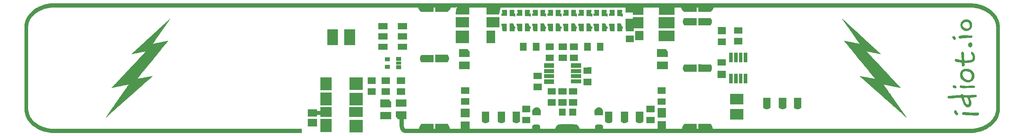
<source format=gts>
G04 #@! TF.GenerationSoftware,KiCad,Pcbnew,(5.1.2)-1*
G04 #@! TF.CreationDate,2019-05-03T00:29:47+03:00*
G04 #@! TF.ProjectId,braclet,62726163-6c65-4742-9e6b-696361645f70,rev?*
G04 #@! TF.SameCoordinates,Original*
G04 #@! TF.FileFunction,Soldermask,Top*
G04 #@! TF.FilePolarity,Negative*
%FSLAX46Y46*%
G04 Gerber Fmt 4.6, Leading zero omitted, Abs format (unit mm)*
G04 Created by KiCad (PCBNEW (5.1.2)-1) date 2019-05-03 00:29:47*
%MOMM*%
%LPD*%
G04 APERTURE LIST*
%ADD10C,0.010000*%
G04 APERTURE END LIST*
D10*
G36*
X-3995393Y16638920D02*
G01*
X-2497892Y16638917D01*
X-1000030Y16638911D01*
X497977Y16638903D01*
X1995912Y16638893D01*
X3493560Y16638882D01*
X4990705Y16638868D01*
X6487131Y16638851D01*
X7982622Y16638833D01*
X9476963Y16638813D01*
X10969937Y16638791D01*
X12461329Y16638766D01*
X13950923Y16638740D01*
X15438503Y16638711D01*
X16923853Y16638681D01*
X18406757Y16638648D01*
X19887000Y16638613D01*
X21364365Y16638577D01*
X22838637Y16638538D01*
X24309600Y16638497D01*
X25777037Y16638454D01*
X27240734Y16638409D01*
X28700474Y16638362D01*
X30156041Y16638312D01*
X31607220Y16638261D01*
X33053795Y16638208D01*
X34495549Y16638152D01*
X35932268Y16638095D01*
X37363734Y16638036D01*
X38789733Y16637974D01*
X40210048Y16637910D01*
X41624464Y16637845D01*
X43032764Y16637777D01*
X44434733Y16637707D01*
X45830155Y16637636D01*
X47218814Y16637562D01*
X48600495Y16637486D01*
X49974980Y16637408D01*
X51342056Y16637328D01*
X52701505Y16637246D01*
X54053111Y16637162D01*
X55396660Y16637076D01*
X56731935Y16636988D01*
X58058720Y16636898D01*
X59376799Y16636805D01*
X60685957Y16636711D01*
X61985978Y16636615D01*
X63276645Y16636517D01*
X64557743Y16636416D01*
X65829056Y16636314D01*
X67090369Y16636209D01*
X68341465Y16636103D01*
X69582128Y16635995D01*
X70812143Y16635884D01*
X72031294Y16635772D01*
X73239365Y16635657D01*
X74436139Y16635541D01*
X75621402Y16635422D01*
X76794938Y16635301D01*
X77956530Y16635179D01*
X79105962Y16635054D01*
X80243019Y16634928D01*
X81367485Y16634799D01*
X82479145Y16634668D01*
X83577781Y16634536D01*
X84663179Y16634401D01*
X85735122Y16634264D01*
X86793395Y16634125D01*
X87837781Y16633985D01*
X88868066Y16633842D01*
X89884032Y16633697D01*
X90885465Y16633550D01*
X91872148Y16633402D01*
X92843866Y16633251D01*
X93800402Y16633098D01*
X94741541Y16632944D01*
X95667066Y16632787D01*
X96576763Y16632628D01*
X97470415Y16632467D01*
X98347807Y16632305D01*
X99208721Y16632140D01*
X100052944Y16631973D01*
X100880258Y16631804D01*
X101690448Y16631634D01*
X102483298Y16631461D01*
X103258592Y16631286D01*
X104016115Y16631110D01*
X104755650Y16630931D01*
X105476981Y16630750D01*
X106179894Y16630568D01*
X106864171Y16630383D01*
X107529597Y16630197D01*
X108175956Y16630008D01*
X108803033Y16629817D01*
X109410611Y16629625D01*
X109998475Y16629430D01*
X110566408Y16629234D01*
X111114195Y16629036D01*
X111641621Y16628835D01*
X112148468Y16628633D01*
X112634522Y16628428D01*
X113099566Y16628222D01*
X113543385Y16628014D01*
X113965762Y16627803D01*
X114366483Y16627591D01*
X114745330Y16627377D01*
X115102088Y16627161D01*
X115436542Y16626943D01*
X115748475Y16626723D01*
X116037672Y16626501D01*
X116303917Y16626277D01*
X116546993Y16626051D01*
X116766685Y16625823D01*
X116962778Y16625593D01*
X117135054Y16625361D01*
X117283299Y16625127D01*
X117407297Y16624891D01*
X117506831Y16624654D01*
X117581687Y16624414D01*
X117631647Y16624172D01*
X117656496Y16623929D01*
X117659150Y16623848D01*
X118135665Y16582039D01*
X118603874Y16517999D01*
X119062962Y16432013D01*
X119512117Y16324366D01*
X119950525Y16195343D01*
X120377375Y16045228D01*
X120791853Y15874308D01*
X121193145Y15682865D01*
X121580440Y15471186D01*
X121952924Y15239556D01*
X122294962Y14999324D01*
X122590921Y14765645D01*
X122873248Y14515954D01*
X123140089Y14252326D01*
X123389592Y13976837D01*
X123619905Y13691561D01*
X123829173Y13398575D01*
X124015544Y13099952D01*
X124058793Y13023850D01*
X124229444Y12693435D01*
X124375080Y12359556D01*
X124495945Y12021397D01*
X124592286Y11678139D01*
X124664350Y11328963D01*
X124712381Y10973051D01*
X124726851Y10801350D01*
X124727738Y10779768D01*
X124728586Y10741395D01*
X124729393Y10685962D01*
X124730161Y10613198D01*
X124730889Y10522832D01*
X124731579Y10414595D01*
X124732229Y10288215D01*
X124732841Y10143422D01*
X124733414Y9979947D01*
X124733949Y9797518D01*
X124734446Y9595866D01*
X124734906Y9374719D01*
X124735328Y9133807D01*
X124735713Y8872861D01*
X124736060Y8591609D01*
X124736371Y8289781D01*
X124736646Y7967108D01*
X124736884Y7623317D01*
X124737086Y7258140D01*
X124737252Y6871305D01*
X124737382Y6462543D01*
X124737477Y6031582D01*
X124737537Y5578153D01*
X124737562Y5101985D01*
X124737553Y4602808D01*
X124737509Y4080350D01*
X124737430Y3534343D01*
X124737318Y2964515D01*
X124737172Y2370597D01*
X124736992Y1752317D01*
X124736780Y1109405D01*
X124736534Y441591D01*
X124736301Y-139700D01*
X124736039Y-768661D01*
X124735783Y-1372731D01*
X124735530Y-1952419D01*
X124735281Y-2508233D01*
X124735033Y-3040683D01*
X124734786Y-3550276D01*
X124734539Y-4037522D01*
X124734289Y-4502930D01*
X124734036Y-4947008D01*
X124733779Y-5370265D01*
X124733516Y-5773210D01*
X124733247Y-6156351D01*
X124732969Y-6520198D01*
X124732683Y-6865260D01*
X124732386Y-7192044D01*
X124732077Y-7501060D01*
X124731755Y-7792817D01*
X124731420Y-8067823D01*
X124731069Y-8326588D01*
X124730701Y-8569619D01*
X124730316Y-8797426D01*
X124729912Y-9010518D01*
X124729488Y-9209403D01*
X124729042Y-9394590D01*
X124728574Y-9566588D01*
X124728082Y-9725906D01*
X124727564Y-9873052D01*
X124727021Y-10008536D01*
X124726450Y-10132866D01*
X124725850Y-10246550D01*
X124725221Y-10350098D01*
X124724560Y-10444019D01*
X124723867Y-10528821D01*
X124723141Y-10605013D01*
X124722379Y-10673104D01*
X124721582Y-10733602D01*
X124720747Y-10787017D01*
X124719874Y-10833857D01*
X124718962Y-10874631D01*
X124718008Y-10909847D01*
X124717012Y-10940015D01*
X124715973Y-10965644D01*
X124714890Y-10987242D01*
X124713761Y-11005317D01*
X124712584Y-11020379D01*
X124711360Y-11032937D01*
X124710199Y-11042650D01*
X124650346Y-11412232D01*
X124569351Y-11768468D01*
X124466750Y-12112766D01*
X124342073Y-12446533D01*
X124194857Y-12771179D01*
X124043346Y-13055600D01*
X123841953Y-13382772D01*
X123618938Y-13697508D01*
X123375109Y-13999292D01*
X123111271Y-14287611D01*
X122828233Y-14561949D01*
X122526799Y-14821794D01*
X122207776Y-15066631D01*
X121871972Y-15295945D01*
X121520192Y-15509222D01*
X121153243Y-15705949D01*
X120771932Y-15885611D01*
X120377065Y-16047694D01*
X119969449Y-16191684D01*
X119549890Y-16317066D01*
X119119194Y-16423326D01*
X118678169Y-16509951D01*
X118605983Y-16522072D01*
X118458195Y-16544529D01*
X118288508Y-16567126D01*
X118100416Y-16589441D01*
X117897413Y-16611056D01*
X117735350Y-16626752D01*
X117719108Y-16627085D01*
X117677743Y-16627415D01*
X117611528Y-16627744D01*
X117520739Y-16628071D01*
X117405650Y-16628396D01*
X117266537Y-16628720D01*
X117103675Y-16629041D01*
X116917339Y-16629361D01*
X116707803Y-16629679D01*
X116475342Y-16629994D01*
X116220233Y-16630308D01*
X115942749Y-16630620D01*
X115643166Y-16630930D01*
X115321759Y-16631238D01*
X114978802Y-16631544D01*
X114614571Y-16631848D01*
X114229341Y-16632150D01*
X113823387Y-16632450D01*
X113396984Y-16632748D01*
X112950406Y-16633044D01*
X112483929Y-16633337D01*
X111997828Y-16633629D01*
X111492378Y-16633918D01*
X110967854Y-16634205D01*
X110424531Y-16634490D01*
X109862683Y-16634772D01*
X109282587Y-16635053D01*
X108684516Y-16635331D01*
X108068747Y-16635607D01*
X107435553Y-16635880D01*
X106785210Y-16636151D01*
X106117994Y-16636420D01*
X105434178Y-16636686D01*
X104734038Y-16636950D01*
X104017849Y-16637212D01*
X103285887Y-16637471D01*
X102538425Y-16637728D01*
X101775739Y-16637982D01*
X100998105Y-16638234D01*
X100205796Y-16638483D01*
X99399089Y-16638730D01*
X98578257Y-16638974D01*
X97743577Y-16639215D01*
X96895323Y-16639454D01*
X96033770Y-16639690D01*
X95159193Y-16639924D01*
X94271868Y-16640155D01*
X93372068Y-16640383D01*
X92460070Y-16640609D01*
X91536148Y-16640832D01*
X90600577Y-16641052D01*
X89653633Y-16641270D01*
X88695589Y-16641484D01*
X87726722Y-16641696D01*
X86747306Y-16641905D01*
X85757617Y-16642111D01*
X84757928Y-16642314D01*
X83748516Y-16642515D01*
X82729656Y-16642712D01*
X81701621Y-16642907D01*
X80664688Y-16643098D01*
X79619132Y-16643287D01*
X78565226Y-16643473D01*
X77503248Y-16643655D01*
X76433470Y-16643835D01*
X75356169Y-16644012D01*
X74271619Y-16644185D01*
X73180096Y-16644355D01*
X72081874Y-16644523D01*
X70977229Y-16644687D01*
X69866435Y-16644848D01*
X68749768Y-16645006D01*
X67627502Y-16645161D01*
X66499912Y-16645312D01*
X65367274Y-16645460D01*
X64229863Y-16645605D01*
X63087953Y-16645747D01*
X61941820Y-16645885D01*
X60791738Y-16646021D01*
X59637983Y-16646152D01*
X58480830Y-16646281D01*
X57320553Y-16646406D01*
X56157427Y-16646527D01*
X54991729Y-16646646D01*
X53823732Y-16646760D01*
X52653711Y-16646872D01*
X51481943Y-16646980D01*
X50308701Y-16647084D01*
X49134260Y-16647185D01*
X47958897Y-16647282D01*
X46782885Y-16647376D01*
X45606500Y-16647466D01*
X44430016Y-16647553D01*
X43253710Y-16647636D01*
X42077855Y-16647715D01*
X40902727Y-16647791D01*
X39728601Y-16647863D01*
X38555751Y-16647931D01*
X37384454Y-16647996D01*
X36214983Y-16648057D01*
X35047614Y-16648114D01*
X33882622Y-16648167D01*
X32720282Y-16648217D01*
X31560868Y-16648262D01*
X30404657Y-16648304D01*
X29251922Y-16648342D01*
X28102940Y-16648376D01*
X26957984Y-16648406D01*
X25817330Y-16648433D01*
X24681254Y-16648455D01*
X23550029Y-16648473D01*
X22423931Y-16648488D01*
X21303235Y-16648498D01*
X20188216Y-16648504D01*
X19079150Y-16648507D01*
X17976310Y-16648505D01*
X16879972Y-16648499D01*
X15790412Y-16648489D01*
X14707903Y-16648475D01*
X13632722Y-16648457D01*
X12565143Y-16648435D01*
X11505440Y-16648408D01*
X10453890Y-16648377D01*
X9410767Y-16648342D01*
X8376347Y-16648303D01*
X7350903Y-16648259D01*
X6334712Y-16648212D01*
X5328047Y-16648159D01*
X4331185Y-16648103D01*
X3344401Y-16648042D01*
X2367968Y-16647977D01*
X1402163Y-16647907D01*
X447259Y-16647833D01*
X-496466Y-16647755D01*
X-1428740Y-16647672D01*
X-2349286Y-16647585D01*
X-3257830Y-16647493D01*
X-4154097Y-16647397D01*
X-5037811Y-16647296D01*
X-5908698Y-16647190D01*
X-6766483Y-16647080D01*
X-7610890Y-16646966D01*
X-8441645Y-16646846D01*
X-9258472Y-16646723D01*
X-10061097Y-16646594D01*
X-10849245Y-16646461D01*
X-11622640Y-16646323D01*
X-12381008Y-16646180D01*
X-13124073Y-16646033D01*
X-13851561Y-16645881D01*
X-14563196Y-16645724D01*
X-15258704Y-16645562D01*
X-15937809Y-16645396D01*
X-16600237Y-16645225D01*
X-17245712Y-16645048D01*
X-17873960Y-16644867D01*
X-18484705Y-16644681D01*
X-19077673Y-16644490D01*
X-19652588Y-16644295D01*
X-20209175Y-16644094D01*
X-20747160Y-16643888D01*
X-21266267Y-16643677D01*
X-21766222Y-16643461D01*
X-22246749Y-16643240D01*
X-22707573Y-16643015D01*
X-23148420Y-16642784D01*
X-23569014Y-16642547D01*
X-23969080Y-16642306D01*
X-24348343Y-16642060D01*
X-24706529Y-16641808D01*
X-25043362Y-16641552D01*
X-25358567Y-16641290D01*
X-25651870Y-16641023D01*
X-25922995Y-16640750D01*
X-26171667Y-16640472D01*
X-26397611Y-16640189D01*
X-26600552Y-16639901D01*
X-26780216Y-16639608D01*
X-26936326Y-16639309D01*
X-27068609Y-16639004D01*
X-27176789Y-16638695D01*
X-27260591Y-16638380D01*
X-27319740Y-16638059D01*
X-27353962Y-16637733D01*
X-27362999Y-16637496D01*
X-27548751Y-16608974D01*
X-27720910Y-16559344D01*
X-27880522Y-16488036D01*
X-28028634Y-16394478D01*
X-28166293Y-16278100D01*
X-28294545Y-16138331D01*
X-28307652Y-16122094D01*
X-28408715Y-15978172D01*
X-28499814Y-15813127D01*
X-28579835Y-15629645D01*
X-28647664Y-15430411D01*
X-28702188Y-15218110D01*
X-28720852Y-15125700D01*
X-28732512Y-15061675D01*
X-28742588Y-15002196D01*
X-28751214Y-14944818D01*
X-28758521Y-14887094D01*
X-28764643Y-14826578D01*
X-28769712Y-14760824D01*
X-28773862Y-14687386D01*
X-28777224Y-14603818D01*
X-28779933Y-14507673D01*
X-28782121Y-14396506D01*
X-28783920Y-14267871D01*
X-28785463Y-14119321D01*
X-28786884Y-13948410D01*
X-28787225Y-13903325D01*
X-28793264Y-13093700D01*
X-29216350Y-13093572D01*
X-29486225Y-12773848D01*
X-29756101Y-12454125D01*
X-29756100Y-11802362D01*
X-29756100Y-11150600D01*
X-27063700Y-11150600D01*
X-27063700Y-13093700D01*
X-27774900Y-13093700D01*
X-27774900Y-13816254D01*
X-27774726Y-13991327D01*
X-27774135Y-14143491D01*
X-27773027Y-14275236D01*
X-27771301Y-14389051D01*
X-27768857Y-14487426D01*
X-27765593Y-14572849D01*
X-27761409Y-14647811D01*
X-27756204Y-14714800D01*
X-27749878Y-14776306D01*
X-27742329Y-14834819D01*
X-27733457Y-14892827D01*
X-27730641Y-14909800D01*
X-27702812Y-15044365D01*
X-27666343Y-15172661D01*
X-27622847Y-15290724D01*
X-27573941Y-15394591D01*
X-27521239Y-15480300D01*
X-27476115Y-15534462D01*
X-27463255Y-15548091D01*
X-27452213Y-15560419D01*
X-27441721Y-15571510D01*
X-27430511Y-15581429D01*
X-27417315Y-15590242D01*
X-27400864Y-15598012D01*
X-27379891Y-15604807D01*
X-27353128Y-15610689D01*
X-27319307Y-15615724D01*
X-27277159Y-15619978D01*
X-27225417Y-15623515D01*
X-27162812Y-15626401D01*
X-27088077Y-15628699D01*
X-26999943Y-15630476D01*
X-26897143Y-15631797D01*
X-26778408Y-15632725D01*
X-26642470Y-15633327D01*
X-26488062Y-15633667D01*
X-26313915Y-15633810D01*
X-26118761Y-15633821D01*
X-25901333Y-15633766D01*
X-25660362Y-15633708D01*
X-25540074Y-15633700D01*
X-23779672Y-15633700D01*
X-23751619Y-15481437D01*
X-23698008Y-15259242D01*
X-23619677Y-15038983D01*
X-23517303Y-14822142D01*
X-23391560Y-14610201D01*
X-23285929Y-14460133D01*
X-23213351Y-14363700D01*
X-20154900Y-14363700D01*
X-20154900Y-15659100D01*
X-19608800Y-15659100D01*
X-19608800Y-14325600D01*
X-16551160Y-14325600D01*
X-16504702Y-14382296D01*
X-16399258Y-14524131D01*
X-16300744Y-14682215D01*
X-16211669Y-14851090D01*
X-16134539Y-15025295D01*
X-16071862Y-15199370D01*
X-16026145Y-15367858D01*
X-16007882Y-15464102D01*
X-15998628Y-15523291D01*
X-15990341Y-15575516D01*
X-15984072Y-15614206D01*
X-15981300Y-15630525D01*
X-15976117Y-15659100D01*
X-13131800Y-15659100D01*
X-13131800Y-13779500D01*
X-10883900Y-13779500D01*
X-10883900Y-15659100D01*
X5156200Y-15659100D01*
X5156478Y-15281275D01*
X5156692Y-15171566D01*
X5157263Y-15084197D01*
X5158360Y-15016109D01*
X5160150Y-14964242D01*
X5162800Y-14925536D01*
X5166478Y-14896933D01*
X5171350Y-14875373D01*
X5177586Y-14857797D01*
X5179941Y-14852414D01*
X5226216Y-14779822D01*
X5295616Y-14712778D01*
X5386288Y-14652235D01*
X5496378Y-14599145D01*
X5624032Y-14554460D01*
X5767394Y-14519131D01*
X5861050Y-14502691D01*
X5941944Y-14494068D01*
X6040194Y-14489137D01*
X6148038Y-14487814D01*
X6257715Y-14490015D01*
X6361463Y-14495656D01*
X6451519Y-14504654D01*
X6483350Y-14509407D01*
X6632228Y-14541225D01*
X6765249Y-14583143D01*
X6880688Y-14634231D01*
X6976823Y-14693553D01*
X7051928Y-14760178D01*
X7104280Y-14833172D01*
X7112574Y-14849994D01*
X7119578Y-14867251D01*
X7125103Y-14886714D01*
X7129325Y-14911470D01*
X7132421Y-14944610D01*
X7134565Y-14989222D01*
X7135935Y-15048396D01*
X7136705Y-15125221D01*
X7137051Y-15222786D01*
X7137121Y-15281315D01*
X7137400Y-15659180D01*
X11025170Y-15652750D01*
X11088067Y-15500350D01*
X11182657Y-15286678D01*
X11280139Y-15096939D01*
X11380300Y-14931483D01*
X11482929Y-14790662D01*
X11581327Y-14681200D01*
X11662452Y-14607128D01*
X11737331Y-14553011D01*
X11810799Y-14515946D01*
X11887691Y-14493032D01*
X11898458Y-14490891D01*
X11919856Y-14489255D01*
X11965043Y-14487726D01*
X12032404Y-14486304D01*
X12120330Y-14484989D01*
X12227206Y-14483782D01*
X12351422Y-14482682D01*
X12491364Y-14481690D01*
X12645422Y-14480804D01*
X12811982Y-14480026D01*
X12989433Y-14479355D01*
X13176163Y-14478791D01*
X13370559Y-14478335D01*
X13571009Y-14477986D01*
X13775901Y-14477744D01*
X13983624Y-14477609D01*
X14192564Y-14477582D01*
X14401111Y-14477662D01*
X14607650Y-14477849D01*
X14810572Y-14478143D01*
X15008263Y-14478545D01*
X15199111Y-14479054D01*
X15381505Y-14479670D01*
X15553831Y-14480393D01*
X15714479Y-14481224D01*
X15861835Y-14482162D01*
X15994288Y-14483207D01*
X16110225Y-14484359D01*
X16208035Y-14485619D01*
X16286106Y-14486986D01*
X16342824Y-14488460D01*
X16376579Y-14490042D01*
X16384441Y-14490891D01*
X16462160Y-14512072D01*
X16535542Y-14546853D01*
X16609487Y-14598175D01*
X16688897Y-14668982D01*
X16701229Y-14681114D01*
X16798353Y-14790072D01*
X16894994Y-14922976D01*
X16990281Y-15078376D01*
X17083343Y-15254824D01*
X17173310Y-15450867D01*
X17196618Y-15506152D01*
X17257341Y-15652750D01*
X19239520Y-15655964D01*
X21221700Y-15659179D01*
X21221700Y-15299452D01*
X21221958Y-15182444D01*
X21223076Y-15087669D01*
X21225566Y-15011962D01*
X21229944Y-14952156D01*
X21236721Y-14905087D01*
X21246412Y-14867590D01*
X21259530Y-14836499D01*
X21276589Y-14808650D01*
X21298102Y-14780876D01*
X21307685Y-14769529D01*
X21382492Y-14699942D01*
X21477953Y-14639602D01*
X21590964Y-14588765D01*
X21718421Y-14547691D01*
X21857220Y-14516637D01*
X22004258Y-14495863D01*
X22156432Y-14485625D01*
X22310637Y-14486183D01*
X22463771Y-14497795D01*
X22612729Y-14520719D01*
X22754408Y-14555214D01*
X22885705Y-14601537D01*
X22953213Y-14632577D01*
X23001772Y-14662012D01*
X23055394Y-14701986D01*
X23102490Y-14743858D01*
X23102591Y-14743959D01*
X23132606Y-14774972D01*
X23156783Y-14803809D01*
X23175750Y-14833603D01*
X23190139Y-14867485D01*
X23200580Y-14908586D01*
X23207701Y-14960040D01*
X23212133Y-15024976D01*
X23214506Y-15106527D01*
X23215450Y-15207825D01*
X23215600Y-15305805D01*
X23215600Y-15659100D01*
X37287200Y-15659100D01*
X37287200Y-13716000D01*
X39293800Y-13716000D01*
X39293800Y-15659100D01*
X43493105Y-15659100D01*
X43508849Y-15554325D01*
X43548194Y-15362777D01*
X43608331Y-15166293D01*
X43686840Y-14970251D01*
X43781302Y-14780034D01*
X43889299Y-14601022D01*
X44008413Y-14438594D01*
X44012901Y-14433096D01*
X44059359Y-14376400D01*
X47117000Y-14376400D01*
X47117000Y-15659100D01*
X47663100Y-15659100D01*
X47663100Y-14338300D01*
X49196625Y-14338718D01*
X50730150Y-14339137D01*
X50801683Y-14437143D01*
X50943717Y-14647938D01*
X51060828Y-14857186D01*
X51153384Y-15065701D01*
X51221751Y-15274297D01*
X51261742Y-15455900D01*
X51271173Y-15513043D01*
X51279127Y-15564794D01*
X51284412Y-15603242D01*
X51285652Y-15614650D01*
X51288950Y-15652750D01*
X84270850Y-15656510D01*
X85485813Y-15656645D01*
X86675522Y-15656770D01*
X87840124Y-15656884D01*
X88979765Y-15656989D01*
X90094592Y-15657083D01*
X91184750Y-15657167D01*
X92250386Y-15657240D01*
X93291646Y-15657304D01*
X94308677Y-15657356D01*
X95301625Y-15657399D01*
X96270636Y-15657431D01*
X97215857Y-15657452D01*
X98137433Y-15657463D01*
X99035512Y-15657463D01*
X99910239Y-15657452D01*
X100761761Y-15657431D01*
X101590225Y-15657399D01*
X102395775Y-15657356D01*
X103178560Y-15657302D01*
X103938725Y-15657237D01*
X104676416Y-15657162D01*
X105391780Y-15657075D01*
X106084964Y-15656977D01*
X106756112Y-15656869D01*
X107405373Y-15656749D01*
X108032892Y-15656618D01*
X108638815Y-15656476D01*
X109223289Y-15656322D01*
X109786459Y-15656157D01*
X110328474Y-15655981D01*
X110849478Y-15655794D01*
X111349618Y-15655595D01*
X111829040Y-15655385D01*
X112287892Y-15655163D01*
X112726318Y-15654929D01*
X113144465Y-15654684D01*
X113542481Y-15654428D01*
X113920510Y-15654159D01*
X114278700Y-15653879D01*
X114617196Y-15653587D01*
X114936145Y-15653283D01*
X115235694Y-15652968D01*
X115515988Y-15652640D01*
X115777174Y-15652301D01*
X116019398Y-15651949D01*
X116242807Y-15651586D01*
X116447547Y-15651210D01*
X116633764Y-15650823D01*
X116801605Y-15650423D01*
X116951215Y-15650011D01*
X117082742Y-15649586D01*
X117196331Y-15649150D01*
X117292130Y-15648701D01*
X117370283Y-15648239D01*
X117430938Y-15647765D01*
X117474241Y-15647279D01*
X117500338Y-15646780D01*
X117506750Y-15646539D01*
X117975166Y-15609742D01*
X118431778Y-15550575D01*
X118877021Y-15468926D01*
X119311328Y-15364681D01*
X119735133Y-15237729D01*
X120148871Y-15087955D01*
X120552977Y-14915249D01*
X120815646Y-14788125D01*
X121151030Y-14606528D01*
X121470048Y-14410483D01*
X121772019Y-14200798D01*
X122056263Y-13978281D01*
X122322101Y-13743738D01*
X122568851Y-13497977D01*
X122795834Y-13241807D01*
X123002371Y-12976034D01*
X123187780Y-12701466D01*
X123351382Y-12418911D01*
X123492496Y-12129175D01*
X123610444Y-11833068D01*
X123704543Y-11531395D01*
X123761446Y-11290300D01*
X123777520Y-11207713D01*
X123793992Y-11117406D01*
X123808969Y-11030077D01*
X123820560Y-10956423D01*
X123820950Y-10953750D01*
X123822251Y-10943908D01*
X123823501Y-10932305D01*
X123824702Y-10918429D01*
X123825854Y-10901768D01*
X123826959Y-10881813D01*
X123828018Y-10858051D01*
X123829032Y-10829972D01*
X123830003Y-10797065D01*
X123830931Y-10758818D01*
X123831818Y-10714720D01*
X123832666Y-10664261D01*
X123833475Y-10606929D01*
X123834247Y-10542214D01*
X123834982Y-10469603D01*
X123835683Y-10388587D01*
X123836350Y-10298654D01*
X123836985Y-10199292D01*
X123837589Y-10089991D01*
X123838163Y-9970240D01*
X123838709Y-9839528D01*
X123839227Y-9697344D01*
X123839719Y-9543175D01*
X123840186Y-9376513D01*
X123840629Y-9196844D01*
X123841050Y-9003659D01*
X123841450Y-8796446D01*
X123841830Y-8574694D01*
X123842192Y-8337892D01*
X123842535Y-8085529D01*
X123842863Y-7817094D01*
X123843176Y-7532076D01*
X123843475Y-7229963D01*
X123843761Y-6910246D01*
X123844037Y-6572411D01*
X123844302Y-6215949D01*
X123844559Y-5840349D01*
X123844808Y-5445099D01*
X123845051Y-5029688D01*
X123845289Y-4593605D01*
X123845523Y-4136339D01*
X123845754Y-3657379D01*
X123845985Y-3156214D01*
X123846215Y-2632333D01*
X123846446Y-2085225D01*
X123846680Y-1514379D01*
X123846918Y-919283D01*
X123847160Y-299426D01*
X123847222Y-139700D01*
X123847485Y576611D01*
X123847709Y1267614D01*
X123847895Y1933404D01*
X123848042Y2574073D01*
X123848150Y3189714D01*
X123848219Y3780420D01*
X123848250Y4346285D01*
X123848241Y4887402D01*
X123848194Y5403863D01*
X123848108Y5895762D01*
X123847982Y6363191D01*
X123847817Y6806244D01*
X123847613Y7225015D01*
X123847369Y7619595D01*
X123847086Y7990078D01*
X123846764Y8336558D01*
X123846401Y8659126D01*
X123845999Y8957877D01*
X123845558Y9232903D01*
X123845076Y9484297D01*
X123844554Y9712153D01*
X123843993Y9916564D01*
X123843391Y10097622D01*
X123842749Y10255421D01*
X123842067Y10390053D01*
X123841345Y10501613D01*
X123840582Y10590192D01*
X123839778Y10655884D01*
X123838934Y10698783D01*
X123838227Y10716799D01*
X123811231Y10996417D01*
X123768103Y11263006D01*
X123707519Y11521408D01*
X123628158Y11776468D01*
X123528695Y12033030D01*
X123407808Y12295938D01*
X123405827Y12299950D01*
X123277186Y12543912D01*
X123138669Y12773892D01*
X122987372Y12993826D01*
X122820392Y13207648D01*
X122634822Y13419294D01*
X122427760Y13632698D01*
X122407331Y13652750D01*
X122216478Y13832755D01*
X122027845Y13996525D01*
X121833864Y14150177D01*
X121626968Y14299825D01*
X121500900Y14385318D01*
X121150652Y14602830D01*
X120784709Y14800909D01*
X120404105Y14979231D01*
X120009872Y15137477D01*
X119603043Y15275326D01*
X119184653Y15392455D01*
X118755734Y15488545D01*
X118317319Y15563274D01*
X117870441Y15616321D01*
X117443250Y15646144D01*
X117420713Y15646598D01*
X117372869Y15647045D01*
X117299809Y15647483D01*
X117201626Y15647915D01*
X117078411Y15648338D01*
X116930257Y15648753D01*
X116757256Y15649161D01*
X116559501Y15649561D01*
X116337083Y15649953D01*
X116090094Y15650336D01*
X115818627Y15650712D01*
X115522774Y15651080D01*
X115202628Y15651440D01*
X114858279Y15651792D01*
X114489821Y15652136D01*
X114097345Y15652471D01*
X113680945Y15652798D01*
X113240711Y15653117D01*
X112776736Y15653428D01*
X112289113Y15653731D01*
X111777933Y15654025D01*
X111243289Y15654311D01*
X110685272Y15654588D01*
X110103976Y15654857D01*
X109499492Y15655117D01*
X108871912Y15655369D01*
X108221329Y15655613D01*
X107547834Y15655848D01*
X106851520Y15656074D01*
X106132480Y15656291D01*
X105390804Y15656500D01*
X104626586Y15656700D01*
X103839918Y15656892D01*
X103030891Y15657074D01*
X102199598Y15657248D01*
X101346131Y15657413D01*
X100470583Y15657569D01*
X99573045Y15657716D01*
X98653609Y15657854D01*
X97712369Y15657983D01*
X96749415Y15658103D01*
X95764840Y15658214D01*
X94758737Y15658316D01*
X93731197Y15658409D01*
X92682313Y15658492D01*
X91612177Y15658567D01*
X90520880Y15658632D01*
X89408516Y15658688D01*
X88275177Y15658734D01*
X87120953Y15658771D01*
X85945939Y15658799D01*
X84750225Y15658817D01*
X84337525Y15658821D01*
X51498500Y15659100D01*
X51498500Y15605937D01*
X51495262Y15564526D01*
X51486873Y15511781D01*
X51477862Y15470485D01*
X51427999Y15320926D01*
X51353828Y15171176D01*
X51256391Y15022671D01*
X51136727Y14876851D01*
X50995878Y14735154D01*
X50864476Y14622385D01*
X50731809Y14516100D01*
X47663100Y14516100D01*
X47663100Y15659100D01*
X47117000Y15659100D01*
X47117000Y14478000D01*
X44058499Y14478000D01*
X43952624Y14556445D01*
X43881139Y14613668D01*
X43801517Y14684464D01*
X43719645Y14763010D01*
X43641413Y14843480D01*
X43572708Y14920051D01*
X43524755Y14979650D01*
X43459219Y15077616D01*
X43400826Y15184432D01*
X43351722Y15294703D01*
X43314052Y15403028D01*
X43289963Y15504011D01*
X43281600Y15591282D01*
X43281600Y15659100D01*
X41478200Y15659100D01*
X41478200Y13728700D01*
X37553900Y13728700D01*
X37553900Y15659100D01*
X33502600Y15659100D01*
X33502600Y13716000D01*
X30911800Y13716000D01*
X30911800Y14389100D01*
X29070300Y14389100D01*
X29070300Y15659111D01*
X13046367Y15655931D01*
X-2977565Y15652750D01*
X-3370941Y13881100D01*
X-6502400Y13881100D01*
X-6502400Y15659100D01*
X-11023600Y15659100D01*
X-11023600Y13881100D01*
X-14389100Y13881100D01*
X-14388838Y13916025D01*
X-14387572Y13980633D01*
X-14384781Y14062339D01*
X-14380750Y14156060D01*
X-14375765Y14256711D01*
X-14370111Y14359205D01*
X-14364074Y14458459D01*
X-14357940Y14549388D01*
X-14351993Y14626905D01*
X-14346519Y14685927D01*
X-14344744Y14701466D01*
X-14318171Y14885709D01*
X-14286355Y15047065D01*
X-14248541Y15187651D01*
X-14203974Y15309580D01*
X-14151899Y15414967D01*
X-14091559Y15505926D01*
X-14033228Y15573459D01*
X-13949820Y15659267D01*
X-14858435Y15656009D01*
X-15767050Y15652750D01*
X-15776069Y15570970D01*
X-15803596Y15431899D01*
X-15855240Y15290315D01*
X-15930032Y15147675D01*
X-16027001Y15005438D01*
X-16145178Y14865061D01*
X-16283594Y14728004D01*
X-16406557Y14623079D01*
X-16540091Y14516100D01*
X-19608800Y14516100D01*
X-19608800Y15659100D01*
X-20154900Y15659100D01*
X-20154900Y14478000D01*
X-23213401Y14478000D01*
X-23319276Y14556485D01*
X-23405139Y14625530D01*
X-23496895Y14708588D01*
X-23587864Y14798986D01*
X-23671365Y14890055D01*
X-23740719Y14975121D01*
X-23747251Y14983898D01*
X-23820665Y15094359D01*
X-23883330Y15210200D01*
X-23933326Y15326622D01*
X-23968733Y15438829D01*
X-23987633Y15542023D01*
X-23990300Y15591282D01*
X-23990300Y15659100D01*
X-70583425Y15658821D01*
X-72024018Y15658809D01*
X-73443585Y15658791D01*
X-74842056Y15658765D01*
X-76219359Y15658733D01*
X-77575422Y15658695D01*
X-78910175Y15658650D01*
X-80223545Y15658598D01*
X-81515462Y15658540D01*
X-82785854Y15658475D01*
X-84034649Y15658404D01*
X-85261777Y15658327D01*
X-86467165Y15658243D01*
X-87650742Y15658152D01*
X-88812437Y15658055D01*
X-89952178Y15657952D01*
X-91069894Y15657842D01*
X-92165514Y15657726D01*
X-93238966Y15657604D01*
X-94290179Y15657475D01*
X-95319080Y15657340D01*
X-96325600Y15657199D01*
X-97309666Y15657051D01*
X-98271207Y15656898D01*
X-99210151Y15656738D01*
X-100126428Y15656571D01*
X-101019965Y15656399D01*
X-101890692Y15656221D01*
X-102738536Y15656036D01*
X-103563427Y15655845D01*
X-104365293Y15655648D01*
X-105144062Y15655445D01*
X-105899663Y15655236D01*
X-106632026Y15655021D01*
X-107341077Y15654800D01*
X-108026746Y15654573D01*
X-108688962Y15654340D01*
X-109327653Y15654101D01*
X-109942747Y15653856D01*
X-110534173Y15653605D01*
X-111101860Y15653348D01*
X-111645736Y15653085D01*
X-112165731Y15652817D01*
X-112661771Y15652542D01*
X-113133787Y15652262D01*
X-113581706Y15651976D01*
X-114005458Y15651684D01*
X-114404970Y15651386D01*
X-114780171Y15651083D01*
X-115130991Y15650773D01*
X-115457356Y15650458D01*
X-115759197Y15650138D01*
X-116036441Y15649812D01*
X-116289018Y15649480D01*
X-116516855Y15649142D01*
X-116719882Y15648799D01*
X-116898026Y15648450D01*
X-117051217Y15648096D01*
X-117179383Y15647736D01*
X-117282453Y15647370D01*
X-117360355Y15646999D01*
X-117413018Y15646623D01*
X-117440369Y15646241D01*
X-117443250Y15646144D01*
X-117897823Y15613805D01*
X-118344072Y15559615D01*
X-118781159Y15483881D01*
X-119208242Y15386909D01*
X-119624481Y15269007D01*
X-120029035Y15130480D01*
X-120421064Y14971635D01*
X-120799727Y14792779D01*
X-121164184Y14594219D01*
X-121513595Y14376260D01*
X-121847118Y14139210D01*
X-122078750Y13955385D01*
X-122154130Y13890243D01*
X-122241486Y13810620D01*
X-122336085Y13721168D01*
X-122433197Y13626535D01*
X-122528087Y13531373D01*
X-122616025Y13440331D01*
X-122692277Y13358060D01*
X-122729494Y13315950D01*
X-122916851Y13086849D01*
X-123083542Y12856655D01*
X-123233765Y12619068D01*
X-123371712Y12367784D01*
X-123405828Y12299950D01*
X-123527343Y12036105D01*
X-123627360Y11778381D01*
X-123707248Y11521841D01*
X-123768375Y11261550D01*
X-123812111Y10992573D01*
X-123837343Y10744200D01*
X-123838117Y10721266D01*
X-123838868Y10673656D01*
X-123839596Y10602097D01*
X-123840301Y10507313D01*
X-123840983Y10390031D01*
X-123841643Y10250975D01*
X-123842280Y10090870D01*
X-123842894Y9910442D01*
X-123843485Y9710417D01*
X-123844054Y9491519D01*
X-123844600Y9254473D01*
X-123845124Y9000005D01*
X-123845624Y8728840D01*
X-123846102Y8441704D01*
X-123846558Y8139321D01*
X-123846990Y7822417D01*
X-123847400Y7491717D01*
X-123847788Y7147947D01*
X-123848153Y6791831D01*
X-123848495Y6424095D01*
X-123848815Y6045464D01*
X-123849112Y5656664D01*
X-123849386Y5258419D01*
X-123849638Y4851456D01*
X-123849868Y4436498D01*
X-123850075Y4014272D01*
X-123850259Y3585503D01*
X-123850421Y3150916D01*
X-123850560Y2711235D01*
X-123850677Y2267188D01*
X-123850772Y1819498D01*
X-123850843Y1368891D01*
X-123850893Y916092D01*
X-123850920Y461827D01*
X-123850925Y6820D01*
X-123850907Y-448202D01*
X-123850867Y-902515D01*
X-123850804Y-1355394D01*
X-123850719Y-1806112D01*
X-123850612Y-2253946D01*
X-123850482Y-2698170D01*
X-123850330Y-3138058D01*
X-123850155Y-3572885D01*
X-123849959Y-4001926D01*
X-123849740Y-4424455D01*
X-123849498Y-4839748D01*
X-123849235Y-5247079D01*
X-123848949Y-5645723D01*
X-123848640Y-6034955D01*
X-123848310Y-6414049D01*
X-123847957Y-6782280D01*
X-123847582Y-7138923D01*
X-123847185Y-7483253D01*
X-123846765Y-7814544D01*
X-123846324Y-8132071D01*
X-123845860Y-8435109D01*
X-123845374Y-8722932D01*
X-123844866Y-8994816D01*
X-123844335Y-9250035D01*
X-123843783Y-9487863D01*
X-123843208Y-9707577D01*
X-123842611Y-9908449D01*
X-123841992Y-10089755D01*
X-123841351Y-10250771D01*
X-123840688Y-10390769D01*
X-123840003Y-10509026D01*
X-123839296Y-10604816D01*
X-123838566Y-10677414D01*
X-123837815Y-10726094D01*
X-123837042Y-10750132D01*
X-123837012Y-10750550D01*
X-123800370Y-11072114D01*
X-123739094Y-11388597D01*
X-123653557Y-11699383D01*
X-123544129Y-12003859D01*
X-123411181Y-12301412D01*
X-123255083Y-12591429D01*
X-123076207Y-12873295D01*
X-122874924Y-13146399D01*
X-122651603Y-13410125D01*
X-122406617Y-13663861D01*
X-122140336Y-13906993D01*
X-121853131Y-14138908D01*
X-121735850Y-14225950D01*
X-121391715Y-14459775D01*
X-121032360Y-14673536D01*
X-120658413Y-14867023D01*
X-120270502Y-15040024D01*
X-119869253Y-15192326D01*
X-119455293Y-15323717D01*
X-119029250Y-15433987D01*
X-118591750Y-15522922D01*
X-118143421Y-15590311D01*
X-117684890Y-15635943D01*
X-117532150Y-15646149D01*
X-117510903Y-15646647D01*
X-117464277Y-15647136D01*
X-117392292Y-15647615D01*
X-117294970Y-15648084D01*
X-117172332Y-15648543D01*
X-117024398Y-15648993D01*
X-116851190Y-15649432D01*
X-116652728Y-15649862D01*
X-116429034Y-15650283D01*
X-116180127Y-15650693D01*
X-115906030Y-15651094D01*
X-115606762Y-15651484D01*
X-115282346Y-15651865D01*
X-114932801Y-15652236D01*
X-114558149Y-15652598D01*
X-114158411Y-15652949D01*
X-113733607Y-15653291D01*
X-113283758Y-15653622D01*
X-112808886Y-15653944D01*
X-112309011Y-15654256D01*
X-111784155Y-15654558D01*
X-111234337Y-15654850D01*
X-110659579Y-15655133D01*
X-110059902Y-15655405D01*
X-109435327Y-15655667D01*
X-108785875Y-15655920D01*
X-108111566Y-15656162D01*
X-107412422Y-15656395D01*
X-106688463Y-15656617D01*
X-105939710Y-15656830D01*
X-105166185Y-15657033D01*
X-104367908Y-15657225D01*
X-103544899Y-15657408D01*
X-102697181Y-15657581D01*
X-101824774Y-15657743D01*
X-100927698Y-15657896D01*
X-100005975Y-15658038D01*
X-99059626Y-15658171D01*
X-98088671Y-15658293D01*
X-97093131Y-15658406D01*
X-96073028Y-15658508D01*
X-95028382Y-15658601D01*
X-93959214Y-15658683D01*
X-92865545Y-15658755D01*
X-91747396Y-15658817D01*
X-90604788Y-15658869D01*
X-89437741Y-15658911D01*
X-88246277Y-15658943D01*
X-87030417Y-15658964D01*
X-85790181Y-15658976D01*
X-85601175Y-15658977D01*
X-53886100Y-15659100D01*
X-53886100Y-16649700D01*
X-85588475Y-16647144D01*
X-86487039Y-16647070D01*
X-87379694Y-16646994D01*
X-88266098Y-16646915D01*
X-89145910Y-16646835D01*
X-90018788Y-16646752D01*
X-90884390Y-16646668D01*
X-91742375Y-16646581D01*
X-92592400Y-16646493D01*
X-93434124Y-16646403D01*
X-94267205Y-16646311D01*
X-95091301Y-16646217D01*
X-95906071Y-16646122D01*
X-96711172Y-16646025D01*
X-97506264Y-16645927D01*
X-98291004Y-16645827D01*
X-99065050Y-16645726D01*
X-99828061Y-16645623D01*
X-100579695Y-16645519D01*
X-101319610Y-16645415D01*
X-102047464Y-16645309D01*
X-102762917Y-16645202D01*
X-103465625Y-16645094D01*
X-104155247Y-16644985D01*
X-104831441Y-16644875D01*
X-105493866Y-16644764D01*
X-106142179Y-16644653D01*
X-106776040Y-16644541D01*
X-107395106Y-16644429D01*
X-107999036Y-16644316D01*
X-108587487Y-16644202D01*
X-109160118Y-16644088D01*
X-109716587Y-16643974D01*
X-110256553Y-16643860D01*
X-110779673Y-16643745D01*
X-111285606Y-16643630D01*
X-111774010Y-16643515D01*
X-112244544Y-16643400D01*
X-112696865Y-16643286D01*
X-113130632Y-16643171D01*
X-113545503Y-16643056D01*
X-113941136Y-16642942D01*
X-114317189Y-16642828D01*
X-114673322Y-16642715D01*
X-115009191Y-16642602D01*
X-115324456Y-16642489D01*
X-115618774Y-16642377D01*
X-115891803Y-16642266D01*
X-116143202Y-16642155D01*
X-116372630Y-16642045D01*
X-116579744Y-16641936D01*
X-116764202Y-16641828D01*
X-116925664Y-16641721D01*
X-117063786Y-16641615D01*
X-117178227Y-16641510D01*
X-117268646Y-16641406D01*
X-117334701Y-16641304D01*
X-117376050Y-16641202D01*
X-117392351Y-16641102D01*
X-117392450Y-16641099D01*
X-117844246Y-16615018D01*
X-118289670Y-16568318D01*
X-118727834Y-16501477D01*
X-119157853Y-16414971D01*
X-119578840Y-16309280D01*
X-119989910Y-16184880D01*
X-120390177Y-16042249D01*
X-120778753Y-15881866D01*
X-121154753Y-15704208D01*
X-121517290Y-15509752D01*
X-121865479Y-15298977D01*
X-122198433Y-15072359D01*
X-122515266Y-14830378D01*
X-122815092Y-14573510D01*
X-123097024Y-14302234D01*
X-123360177Y-14017026D01*
X-123603664Y-13718365D01*
X-123826599Y-13406729D01*
X-124028096Y-13082595D01*
X-124043570Y-13055600D01*
X-124213746Y-12732439D01*
X-124360300Y-12401642D01*
X-124483591Y-12062122D01*
X-124583979Y-11712788D01*
X-124661826Y-11352552D01*
X-124709815Y-11042650D01*
X-124711150Y-11031520D01*
X-124712433Y-11019014D01*
X-124713664Y-11004618D01*
X-124714846Y-10987821D01*
X-124715980Y-10968112D01*
X-124717066Y-10944980D01*
X-124718106Y-10917911D01*
X-124719101Y-10886396D01*
X-124720053Y-10849922D01*
X-124720962Y-10807978D01*
X-124721831Y-10760053D01*
X-124722660Y-10705634D01*
X-124723451Y-10644210D01*
X-124724204Y-10575270D01*
X-124724921Y-10498301D01*
X-124725604Y-10412793D01*
X-124726253Y-10318234D01*
X-124726871Y-10214112D01*
X-124727457Y-10099916D01*
X-124728014Y-9975134D01*
X-124728542Y-9839254D01*
X-124729043Y-9691766D01*
X-124729519Y-9532156D01*
X-124729970Y-9359915D01*
X-124730397Y-9174530D01*
X-124730803Y-8975489D01*
X-124731187Y-8762282D01*
X-124731552Y-8534396D01*
X-124731899Y-8291320D01*
X-124732229Y-8032542D01*
X-124732543Y-7757551D01*
X-124732842Y-7465836D01*
X-124733129Y-7156884D01*
X-124733403Y-6830184D01*
X-124733667Y-6485224D01*
X-124733921Y-6121494D01*
X-124734167Y-5738481D01*
X-124734406Y-5335673D01*
X-124734639Y-4912560D01*
X-124734868Y-4468630D01*
X-124735093Y-4003370D01*
X-124735317Y-3516270D01*
X-124735540Y-3006818D01*
X-124735764Y-2474502D01*
X-124735990Y-1918811D01*
X-124736219Y-1339234D01*
X-124736452Y-735257D01*
X-124736680Y-133350D01*
X-124736929Y555768D01*
X-124737146Y1219755D01*
X-124737331Y1858879D01*
X-124737483Y2473409D01*
X-124737602Y3063613D01*
X-124737689Y3629760D01*
X-124737742Y4172119D01*
X-124737761Y4690959D01*
X-124737747Y5186547D01*
X-124737699Y5659153D01*
X-124737617Y6109045D01*
X-124737500Y6536492D01*
X-124737348Y6941763D01*
X-124737162Y7325125D01*
X-124736940Y7686848D01*
X-124736683Y8027200D01*
X-124736390Y8346451D01*
X-124736062Y8644867D01*
X-124735697Y8922719D01*
X-124735296Y9180275D01*
X-124734858Y9417803D01*
X-124734383Y9635572D01*
X-124733871Y9833850D01*
X-124733322Y10012907D01*
X-124732735Y10173011D01*
X-124732111Y10314430D01*
X-124731448Y10437433D01*
X-124730747Y10542289D01*
X-124730007Y10629266D01*
X-124729229Y10698633D01*
X-124728411Y10750659D01*
X-124727555Y10785611D01*
X-124726848Y10801350D01*
X-124689531Y11164537D01*
X-124627655Y11521252D01*
X-124541233Y11871457D01*
X-124430278Y12215115D01*
X-124294803Y12552189D01*
X-124134822Y12882640D01*
X-123950346Y13206431D01*
X-123844120Y13373100D01*
X-123614587Y13697309D01*
X-123364265Y14007030D01*
X-123093337Y14302104D01*
X-122801989Y14582372D01*
X-122490403Y14847674D01*
X-122158765Y15097850D01*
X-121807259Y15332741D01*
X-121436069Y15552186D01*
X-121164350Y15696660D01*
X-120755623Y15890444D01*
X-120334719Y16062194D01*
X-119901514Y16211942D01*
X-119455886Y16339722D01*
X-118997710Y16445567D01*
X-118526864Y16529508D01*
X-118043223Y16591579D01*
X-117652800Y16625120D01*
X-117636523Y16625365D01*
X-117595062Y16625606D01*
X-117528632Y16625846D01*
X-117437450Y16626083D01*
X-117321731Y16626318D01*
X-117181692Y16626551D01*
X-117017547Y16626782D01*
X-116829514Y16627010D01*
X-116617808Y16627237D01*
X-116382644Y16627461D01*
X-116124239Y16627683D01*
X-115842808Y16627902D01*
X-115538568Y16628120D01*
X-115211734Y16628335D01*
X-114862522Y16628548D01*
X-114491147Y16628759D01*
X-114097827Y16628968D01*
X-113682776Y16629174D01*
X-113246210Y16629378D01*
X-112788346Y16629580D01*
X-112309399Y16629780D01*
X-111809585Y16629978D01*
X-111289120Y16630173D01*
X-110748220Y16630366D01*
X-110187100Y16630557D01*
X-109605977Y16630746D01*
X-109005066Y16630933D01*
X-108384583Y16631117D01*
X-107744744Y16631300D01*
X-107085765Y16631480D01*
X-106407862Y16631658D01*
X-105711251Y16631834D01*
X-104996147Y16632007D01*
X-104262766Y16632178D01*
X-103511324Y16632348D01*
X-102742038Y16632515D01*
X-101955122Y16632680D01*
X-101150793Y16632842D01*
X-100329267Y16633003D01*
X-99490760Y16633161D01*
X-98635486Y16633317D01*
X-97763663Y16633471D01*
X-96875506Y16633623D01*
X-95971231Y16633772D01*
X-95051053Y16633920D01*
X-94115189Y16634065D01*
X-93163855Y16634208D01*
X-92197266Y16634349D01*
X-91215638Y16634488D01*
X-90219188Y16634625D01*
X-89208130Y16634759D01*
X-88182681Y16634891D01*
X-87143057Y16635022D01*
X-86089473Y16635150D01*
X-85022145Y16635275D01*
X-83941290Y16635399D01*
X-82847123Y16635521D01*
X-81739859Y16635640D01*
X-80619716Y16635757D01*
X-79486908Y16635872D01*
X-78341652Y16635985D01*
X-77184163Y16636096D01*
X-76014657Y16636204D01*
X-74833350Y16636311D01*
X-73640459Y16636415D01*
X-72436198Y16636517D01*
X-71220783Y16636617D01*
X-69994432Y16636715D01*
X-68757358Y16636811D01*
X-67509779Y16636905D01*
X-66251910Y16636996D01*
X-64983967Y16637085D01*
X-63706166Y16637173D01*
X-62418722Y16637258D01*
X-61121852Y16637341D01*
X-59815771Y16637421D01*
X-58500696Y16637500D01*
X-57176841Y16637576D01*
X-55844424Y16637651D01*
X-54503659Y16637723D01*
X-53154763Y16637793D01*
X-51797952Y16637861D01*
X-50433441Y16637927D01*
X-49061446Y16637991D01*
X-47682184Y16638053D01*
X-46295869Y16638112D01*
X-44902718Y16638169D01*
X-43502947Y16638225D01*
X-42096771Y16638278D01*
X-40684407Y16638329D01*
X-39266070Y16638378D01*
X-37841976Y16638425D01*
X-36412341Y16638469D01*
X-34977381Y16638512D01*
X-33537312Y16638552D01*
X-32092349Y16638591D01*
X-30642709Y16638627D01*
X-29188607Y16638661D01*
X-27730259Y16638693D01*
X-26267881Y16638723D01*
X-24801689Y16638751D01*
X-23331898Y16638777D01*
X-21858725Y16638800D01*
X-20382386Y16638822D01*
X-18903096Y16638841D01*
X-17421071Y16638859D01*
X-15936527Y16638874D01*
X-14449680Y16638887D01*
X-12960745Y16638898D01*
X-11469939Y16638907D01*
X-9977478Y16638914D01*
X-8483576Y16638919D01*
X-6988451Y16638921D01*
X-5492318Y16638922D01*
X-3995393Y16638920D01*
X-3995393Y16638920D01*
G37*
X-3995393Y16638920D02*
X-2497892Y16638917D01*
X-1000030Y16638911D01*
X497977Y16638903D01*
X1995912Y16638893D01*
X3493560Y16638882D01*
X4990705Y16638868D01*
X6487131Y16638851D01*
X7982622Y16638833D01*
X9476963Y16638813D01*
X10969937Y16638791D01*
X12461329Y16638766D01*
X13950923Y16638740D01*
X15438503Y16638711D01*
X16923853Y16638681D01*
X18406757Y16638648D01*
X19887000Y16638613D01*
X21364365Y16638577D01*
X22838637Y16638538D01*
X24309600Y16638497D01*
X25777037Y16638454D01*
X27240734Y16638409D01*
X28700474Y16638362D01*
X30156041Y16638312D01*
X31607220Y16638261D01*
X33053795Y16638208D01*
X34495549Y16638152D01*
X35932268Y16638095D01*
X37363734Y16638036D01*
X38789733Y16637974D01*
X40210048Y16637910D01*
X41624464Y16637845D01*
X43032764Y16637777D01*
X44434733Y16637707D01*
X45830155Y16637636D01*
X47218814Y16637562D01*
X48600495Y16637486D01*
X49974980Y16637408D01*
X51342056Y16637328D01*
X52701505Y16637246D01*
X54053111Y16637162D01*
X55396660Y16637076D01*
X56731935Y16636988D01*
X58058720Y16636898D01*
X59376799Y16636805D01*
X60685957Y16636711D01*
X61985978Y16636615D01*
X63276645Y16636517D01*
X64557743Y16636416D01*
X65829056Y16636314D01*
X67090369Y16636209D01*
X68341465Y16636103D01*
X69582128Y16635995D01*
X70812143Y16635884D01*
X72031294Y16635772D01*
X73239365Y16635657D01*
X74436139Y16635541D01*
X75621402Y16635422D01*
X76794938Y16635301D01*
X77956530Y16635179D01*
X79105962Y16635054D01*
X80243019Y16634928D01*
X81367485Y16634799D01*
X82479145Y16634668D01*
X83577781Y16634536D01*
X84663179Y16634401D01*
X85735122Y16634264D01*
X86793395Y16634125D01*
X87837781Y16633985D01*
X88868066Y16633842D01*
X89884032Y16633697D01*
X90885465Y16633550D01*
X91872148Y16633402D01*
X92843866Y16633251D01*
X93800402Y16633098D01*
X94741541Y16632944D01*
X95667066Y16632787D01*
X96576763Y16632628D01*
X97470415Y16632467D01*
X98347807Y16632305D01*
X99208721Y16632140D01*
X100052944Y16631973D01*
X100880258Y16631804D01*
X101690448Y16631634D01*
X102483298Y16631461D01*
X103258592Y16631286D01*
X104016115Y16631110D01*
X104755650Y16630931D01*
X105476981Y16630750D01*
X106179894Y16630568D01*
X106864171Y16630383D01*
X107529597Y16630197D01*
X108175956Y16630008D01*
X108803033Y16629817D01*
X109410611Y16629625D01*
X109998475Y16629430D01*
X110566408Y16629234D01*
X111114195Y16629036D01*
X111641621Y16628835D01*
X112148468Y16628633D01*
X112634522Y16628428D01*
X113099566Y16628222D01*
X113543385Y16628014D01*
X113965762Y16627803D01*
X114366483Y16627591D01*
X114745330Y16627377D01*
X115102088Y16627161D01*
X115436542Y16626943D01*
X115748475Y16626723D01*
X116037672Y16626501D01*
X116303917Y16626277D01*
X116546993Y16626051D01*
X116766685Y16625823D01*
X116962778Y16625593D01*
X117135054Y16625361D01*
X117283299Y16625127D01*
X117407297Y16624891D01*
X117506831Y16624654D01*
X117581687Y16624414D01*
X117631647Y16624172D01*
X117656496Y16623929D01*
X117659150Y16623848D01*
X118135665Y16582039D01*
X118603874Y16517999D01*
X119062962Y16432013D01*
X119512117Y16324366D01*
X119950525Y16195343D01*
X120377375Y16045228D01*
X120791853Y15874308D01*
X121193145Y15682865D01*
X121580440Y15471186D01*
X121952924Y15239556D01*
X122294962Y14999324D01*
X122590921Y14765645D01*
X122873248Y14515954D01*
X123140089Y14252326D01*
X123389592Y13976837D01*
X123619905Y13691561D01*
X123829173Y13398575D01*
X124015544Y13099952D01*
X124058793Y13023850D01*
X124229444Y12693435D01*
X124375080Y12359556D01*
X124495945Y12021397D01*
X124592286Y11678139D01*
X124664350Y11328963D01*
X124712381Y10973051D01*
X124726851Y10801350D01*
X124727738Y10779768D01*
X124728586Y10741395D01*
X124729393Y10685962D01*
X124730161Y10613198D01*
X124730889Y10522832D01*
X124731579Y10414595D01*
X124732229Y10288215D01*
X124732841Y10143422D01*
X124733414Y9979947D01*
X124733949Y9797518D01*
X124734446Y9595866D01*
X124734906Y9374719D01*
X124735328Y9133807D01*
X124735713Y8872861D01*
X124736060Y8591609D01*
X124736371Y8289781D01*
X124736646Y7967108D01*
X124736884Y7623317D01*
X124737086Y7258140D01*
X124737252Y6871305D01*
X124737382Y6462543D01*
X124737477Y6031582D01*
X124737537Y5578153D01*
X124737562Y5101985D01*
X124737553Y4602808D01*
X124737509Y4080350D01*
X124737430Y3534343D01*
X124737318Y2964515D01*
X124737172Y2370597D01*
X124736992Y1752317D01*
X124736780Y1109405D01*
X124736534Y441591D01*
X124736301Y-139700D01*
X124736039Y-768661D01*
X124735783Y-1372731D01*
X124735530Y-1952419D01*
X124735281Y-2508233D01*
X124735033Y-3040683D01*
X124734786Y-3550276D01*
X124734539Y-4037522D01*
X124734289Y-4502930D01*
X124734036Y-4947008D01*
X124733779Y-5370265D01*
X124733516Y-5773210D01*
X124733247Y-6156351D01*
X124732969Y-6520198D01*
X124732683Y-6865260D01*
X124732386Y-7192044D01*
X124732077Y-7501060D01*
X124731755Y-7792817D01*
X124731420Y-8067823D01*
X124731069Y-8326588D01*
X124730701Y-8569619D01*
X124730316Y-8797426D01*
X124729912Y-9010518D01*
X124729488Y-9209403D01*
X124729042Y-9394590D01*
X124728574Y-9566588D01*
X124728082Y-9725906D01*
X124727564Y-9873052D01*
X124727021Y-10008536D01*
X124726450Y-10132866D01*
X124725850Y-10246550D01*
X124725221Y-10350098D01*
X124724560Y-10444019D01*
X124723867Y-10528821D01*
X124723141Y-10605013D01*
X124722379Y-10673104D01*
X124721582Y-10733602D01*
X124720747Y-10787017D01*
X124719874Y-10833857D01*
X124718962Y-10874631D01*
X124718008Y-10909847D01*
X124717012Y-10940015D01*
X124715973Y-10965644D01*
X124714890Y-10987242D01*
X124713761Y-11005317D01*
X124712584Y-11020379D01*
X124711360Y-11032937D01*
X124710199Y-11042650D01*
X124650346Y-11412232D01*
X124569351Y-11768468D01*
X124466750Y-12112766D01*
X124342073Y-12446533D01*
X124194857Y-12771179D01*
X124043346Y-13055600D01*
X123841953Y-13382772D01*
X123618938Y-13697508D01*
X123375109Y-13999292D01*
X123111271Y-14287611D01*
X122828233Y-14561949D01*
X122526799Y-14821794D01*
X122207776Y-15066631D01*
X121871972Y-15295945D01*
X121520192Y-15509222D01*
X121153243Y-15705949D01*
X120771932Y-15885611D01*
X120377065Y-16047694D01*
X119969449Y-16191684D01*
X119549890Y-16317066D01*
X119119194Y-16423326D01*
X118678169Y-16509951D01*
X118605983Y-16522072D01*
X118458195Y-16544529D01*
X118288508Y-16567126D01*
X118100416Y-16589441D01*
X117897413Y-16611056D01*
X117735350Y-16626752D01*
X117719108Y-16627085D01*
X117677743Y-16627415D01*
X117611528Y-16627744D01*
X117520739Y-16628071D01*
X117405650Y-16628396D01*
X117266537Y-16628720D01*
X117103675Y-16629041D01*
X116917339Y-16629361D01*
X116707803Y-16629679D01*
X116475342Y-16629994D01*
X116220233Y-16630308D01*
X115942749Y-16630620D01*
X115643166Y-16630930D01*
X115321759Y-16631238D01*
X114978802Y-16631544D01*
X114614571Y-16631848D01*
X114229341Y-16632150D01*
X113823387Y-16632450D01*
X113396984Y-16632748D01*
X112950406Y-16633044D01*
X112483929Y-16633337D01*
X111997828Y-16633629D01*
X111492378Y-16633918D01*
X110967854Y-16634205D01*
X110424531Y-16634490D01*
X109862683Y-16634772D01*
X109282587Y-16635053D01*
X108684516Y-16635331D01*
X108068747Y-16635607D01*
X107435553Y-16635880D01*
X106785210Y-16636151D01*
X106117994Y-16636420D01*
X105434178Y-16636686D01*
X104734038Y-16636950D01*
X104017849Y-16637212D01*
X103285887Y-16637471D01*
X102538425Y-16637728D01*
X101775739Y-16637982D01*
X100998105Y-16638234D01*
X100205796Y-16638483D01*
X99399089Y-16638730D01*
X98578257Y-16638974D01*
X97743577Y-16639215D01*
X96895323Y-16639454D01*
X96033770Y-16639690D01*
X95159193Y-16639924D01*
X94271868Y-16640155D01*
X93372068Y-16640383D01*
X92460070Y-16640609D01*
X91536148Y-16640832D01*
X90600577Y-16641052D01*
X89653633Y-16641270D01*
X88695589Y-16641484D01*
X87726722Y-16641696D01*
X86747306Y-16641905D01*
X85757617Y-16642111D01*
X84757928Y-16642314D01*
X83748516Y-16642515D01*
X82729656Y-16642712D01*
X81701621Y-16642907D01*
X80664688Y-16643098D01*
X79619132Y-16643287D01*
X78565226Y-16643473D01*
X77503248Y-16643655D01*
X76433470Y-16643835D01*
X75356169Y-16644012D01*
X74271619Y-16644185D01*
X73180096Y-16644355D01*
X72081874Y-16644523D01*
X70977229Y-16644687D01*
X69866435Y-16644848D01*
X68749768Y-16645006D01*
X67627502Y-16645161D01*
X66499912Y-16645312D01*
X65367274Y-16645460D01*
X64229863Y-16645605D01*
X63087953Y-16645747D01*
X61941820Y-16645885D01*
X60791738Y-16646021D01*
X59637983Y-16646152D01*
X58480830Y-16646281D01*
X57320553Y-16646406D01*
X56157427Y-16646527D01*
X54991729Y-16646646D01*
X53823732Y-16646760D01*
X52653711Y-16646872D01*
X51481943Y-16646980D01*
X50308701Y-16647084D01*
X49134260Y-16647185D01*
X47958897Y-16647282D01*
X46782885Y-16647376D01*
X45606500Y-16647466D01*
X44430016Y-16647553D01*
X43253710Y-16647636D01*
X42077855Y-16647715D01*
X40902727Y-16647791D01*
X39728601Y-16647863D01*
X38555751Y-16647931D01*
X37384454Y-16647996D01*
X36214983Y-16648057D01*
X35047614Y-16648114D01*
X33882622Y-16648167D01*
X32720282Y-16648217D01*
X31560868Y-16648262D01*
X30404657Y-16648304D01*
X29251922Y-16648342D01*
X28102940Y-16648376D01*
X26957984Y-16648406D01*
X25817330Y-16648433D01*
X24681254Y-16648455D01*
X23550029Y-16648473D01*
X22423931Y-16648488D01*
X21303235Y-16648498D01*
X20188216Y-16648504D01*
X19079150Y-16648507D01*
X17976310Y-16648505D01*
X16879972Y-16648499D01*
X15790412Y-16648489D01*
X14707903Y-16648475D01*
X13632722Y-16648457D01*
X12565143Y-16648435D01*
X11505440Y-16648408D01*
X10453890Y-16648377D01*
X9410767Y-16648342D01*
X8376347Y-16648303D01*
X7350903Y-16648259D01*
X6334712Y-16648212D01*
X5328047Y-16648159D01*
X4331185Y-16648103D01*
X3344401Y-16648042D01*
X2367968Y-16647977D01*
X1402163Y-16647907D01*
X447259Y-16647833D01*
X-496466Y-16647755D01*
X-1428740Y-16647672D01*
X-2349286Y-16647585D01*
X-3257830Y-16647493D01*
X-4154097Y-16647397D01*
X-5037811Y-16647296D01*
X-5908698Y-16647190D01*
X-6766483Y-16647080D01*
X-7610890Y-16646966D01*
X-8441645Y-16646846D01*
X-9258472Y-16646723D01*
X-10061097Y-16646594D01*
X-10849245Y-16646461D01*
X-11622640Y-16646323D01*
X-12381008Y-16646180D01*
X-13124073Y-16646033D01*
X-13851561Y-16645881D01*
X-14563196Y-16645724D01*
X-15258704Y-16645562D01*
X-15937809Y-16645396D01*
X-16600237Y-16645225D01*
X-17245712Y-16645048D01*
X-17873960Y-16644867D01*
X-18484705Y-16644681D01*
X-19077673Y-16644490D01*
X-19652588Y-16644295D01*
X-20209175Y-16644094D01*
X-20747160Y-16643888D01*
X-21266267Y-16643677D01*
X-21766222Y-16643461D01*
X-22246749Y-16643240D01*
X-22707573Y-16643015D01*
X-23148420Y-16642784D01*
X-23569014Y-16642547D01*
X-23969080Y-16642306D01*
X-24348343Y-16642060D01*
X-24706529Y-16641808D01*
X-25043362Y-16641552D01*
X-25358567Y-16641290D01*
X-25651870Y-16641023D01*
X-25922995Y-16640750D01*
X-26171667Y-16640472D01*
X-26397611Y-16640189D01*
X-26600552Y-16639901D01*
X-26780216Y-16639608D01*
X-26936326Y-16639309D01*
X-27068609Y-16639004D01*
X-27176789Y-16638695D01*
X-27260591Y-16638380D01*
X-27319740Y-16638059D01*
X-27353962Y-16637733D01*
X-27362999Y-16637496D01*
X-27548751Y-16608974D01*
X-27720910Y-16559344D01*
X-27880522Y-16488036D01*
X-28028634Y-16394478D01*
X-28166293Y-16278100D01*
X-28294545Y-16138331D01*
X-28307652Y-16122094D01*
X-28408715Y-15978172D01*
X-28499814Y-15813127D01*
X-28579835Y-15629645D01*
X-28647664Y-15430411D01*
X-28702188Y-15218110D01*
X-28720852Y-15125700D01*
X-28732512Y-15061675D01*
X-28742588Y-15002196D01*
X-28751214Y-14944818D01*
X-28758521Y-14887094D01*
X-28764643Y-14826578D01*
X-28769712Y-14760824D01*
X-28773862Y-14687386D01*
X-28777224Y-14603818D01*
X-28779933Y-14507673D01*
X-28782121Y-14396506D01*
X-28783920Y-14267871D01*
X-28785463Y-14119321D01*
X-28786884Y-13948410D01*
X-28787225Y-13903325D01*
X-28793264Y-13093700D01*
X-29216350Y-13093572D01*
X-29486225Y-12773848D01*
X-29756101Y-12454125D01*
X-29756100Y-11802362D01*
X-29756100Y-11150600D01*
X-27063700Y-11150600D01*
X-27063700Y-13093700D01*
X-27774900Y-13093700D01*
X-27774900Y-13816254D01*
X-27774726Y-13991327D01*
X-27774135Y-14143491D01*
X-27773027Y-14275236D01*
X-27771301Y-14389051D01*
X-27768857Y-14487426D01*
X-27765593Y-14572849D01*
X-27761409Y-14647811D01*
X-27756204Y-14714800D01*
X-27749878Y-14776306D01*
X-27742329Y-14834819D01*
X-27733457Y-14892827D01*
X-27730641Y-14909800D01*
X-27702812Y-15044365D01*
X-27666343Y-15172661D01*
X-27622847Y-15290724D01*
X-27573941Y-15394591D01*
X-27521239Y-15480300D01*
X-27476115Y-15534462D01*
X-27463255Y-15548091D01*
X-27452213Y-15560419D01*
X-27441721Y-15571510D01*
X-27430511Y-15581429D01*
X-27417315Y-15590242D01*
X-27400864Y-15598012D01*
X-27379891Y-15604807D01*
X-27353128Y-15610689D01*
X-27319307Y-15615724D01*
X-27277159Y-15619978D01*
X-27225417Y-15623515D01*
X-27162812Y-15626401D01*
X-27088077Y-15628699D01*
X-26999943Y-15630476D01*
X-26897143Y-15631797D01*
X-26778408Y-15632725D01*
X-26642470Y-15633327D01*
X-26488062Y-15633667D01*
X-26313915Y-15633810D01*
X-26118761Y-15633821D01*
X-25901333Y-15633766D01*
X-25660362Y-15633708D01*
X-25540074Y-15633700D01*
X-23779672Y-15633700D01*
X-23751619Y-15481437D01*
X-23698008Y-15259242D01*
X-23619677Y-15038983D01*
X-23517303Y-14822142D01*
X-23391560Y-14610201D01*
X-23285929Y-14460133D01*
X-23213351Y-14363700D01*
X-20154900Y-14363700D01*
X-20154900Y-15659100D01*
X-19608800Y-15659100D01*
X-19608800Y-14325600D01*
X-16551160Y-14325600D01*
X-16504702Y-14382296D01*
X-16399258Y-14524131D01*
X-16300744Y-14682215D01*
X-16211669Y-14851090D01*
X-16134539Y-15025295D01*
X-16071862Y-15199370D01*
X-16026145Y-15367858D01*
X-16007882Y-15464102D01*
X-15998628Y-15523291D01*
X-15990341Y-15575516D01*
X-15984072Y-15614206D01*
X-15981300Y-15630525D01*
X-15976117Y-15659100D01*
X-13131800Y-15659100D01*
X-13131800Y-13779500D01*
X-10883900Y-13779500D01*
X-10883900Y-15659100D01*
X5156200Y-15659100D01*
X5156478Y-15281275D01*
X5156692Y-15171566D01*
X5157263Y-15084197D01*
X5158360Y-15016109D01*
X5160150Y-14964242D01*
X5162800Y-14925536D01*
X5166478Y-14896933D01*
X5171350Y-14875373D01*
X5177586Y-14857797D01*
X5179941Y-14852414D01*
X5226216Y-14779822D01*
X5295616Y-14712778D01*
X5386288Y-14652235D01*
X5496378Y-14599145D01*
X5624032Y-14554460D01*
X5767394Y-14519131D01*
X5861050Y-14502691D01*
X5941944Y-14494068D01*
X6040194Y-14489137D01*
X6148038Y-14487814D01*
X6257715Y-14490015D01*
X6361463Y-14495656D01*
X6451519Y-14504654D01*
X6483350Y-14509407D01*
X6632228Y-14541225D01*
X6765249Y-14583143D01*
X6880688Y-14634231D01*
X6976823Y-14693553D01*
X7051928Y-14760178D01*
X7104280Y-14833172D01*
X7112574Y-14849994D01*
X7119578Y-14867251D01*
X7125103Y-14886714D01*
X7129325Y-14911470D01*
X7132421Y-14944610D01*
X7134565Y-14989222D01*
X7135935Y-15048396D01*
X7136705Y-15125221D01*
X7137051Y-15222786D01*
X7137121Y-15281315D01*
X7137400Y-15659180D01*
X11025170Y-15652750D01*
X11088067Y-15500350D01*
X11182657Y-15286678D01*
X11280139Y-15096939D01*
X11380300Y-14931483D01*
X11482929Y-14790662D01*
X11581327Y-14681200D01*
X11662452Y-14607128D01*
X11737331Y-14553011D01*
X11810799Y-14515946D01*
X11887691Y-14493032D01*
X11898458Y-14490891D01*
X11919856Y-14489255D01*
X11965043Y-14487726D01*
X12032404Y-14486304D01*
X12120330Y-14484989D01*
X12227206Y-14483782D01*
X12351422Y-14482682D01*
X12491364Y-14481690D01*
X12645422Y-14480804D01*
X12811982Y-14480026D01*
X12989433Y-14479355D01*
X13176163Y-14478791D01*
X13370559Y-14478335D01*
X13571009Y-14477986D01*
X13775901Y-14477744D01*
X13983624Y-14477609D01*
X14192564Y-14477582D01*
X14401111Y-14477662D01*
X14607650Y-14477849D01*
X14810572Y-14478143D01*
X15008263Y-14478545D01*
X15199111Y-14479054D01*
X15381505Y-14479670D01*
X15553831Y-14480393D01*
X15714479Y-14481224D01*
X15861835Y-14482162D01*
X15994288Y-14483207D01*
X16110225Y-14484359D01*
X16208035Y-14485619D01*
X16286106Y-14486986D01*
X16342824Y-14488460D01*
X16376579Y-14490042D01*
X16384441Y-14490891D01*
X16462160Y-14512072D01*
X16535542Y-14546853D01*
X16609487Y-14598175D01*
X16688897Y-14668982D01*
X16701229Y-14681114D01*
X16798353Y-14790072D01*
X16894994Y-14922976D01*
X16990281Y-15078376D01*
X17083343Y-15254824D01*
X17173310Y-15450867D01*
X17196618Y-15506152D01*
X17257341Y-15652750D01*
X19239520Y-15655964D01*
X21221700Y-15659179D01*
X21221700Y-15299452D01*
X21221958Y-15182444D01*
X21223076Y-15087669D01*
X21225566Y-15011962D01*
X21229944Y-14952156D01*
X21236721Y-14905087D01*
X21246412Y-14867590D01*
X21259530Y-14836499D01*
X21276589Y-14808650D01*
X21298102Y-14780876D01*
X21307685Y-14769529D01*
X21382492Y-14699942D01*
X21477953Y-14639602D01*
X21590964Y-14588765D01*
X21718421Y-14547691D01*
X21857220Y-14516637D01*
X22004258Y-14495863D01*
X22156432Y-14485625D01*
X22310637Y-14486183D01*
X22463771Y-14497795D01*
X22612729Y-14520719D01*
X22754408Y-14555214D01*
X22885705Y-14601537D01*
X22953213Y-14632577D01*
X23001772Y-14662012D01*
X23055394Y-14701986D01*
X23102490Y-14743858D01*
X23102591Y-14743959D01*
X23132606Y-14774972D01*
X23156783Y-14803809D01*
X23175750Y-14833603D01*
X23190139Y-14867485D01*
X23200580Y-14908586D01*
X23207701Y-14960040D01*
X23212133Y-15024976D01*
X23214506Y-15106527D01*
X23215450Y-15207825D01*
X23215600Y-15305805D01*
X23215600Y-15659100D01*
X37287200Y-15659100D01*
X37287200Y-13716000D01*
X39293800Y-13716000D01*
X39293800Y-15659100D01*
X43493105Y-15659100D01*
X43508849Y-15554325D01*
X43548194Y-15362777D01*
X43608331Y-15166293D01*
X43686840Y-14970251D01*
X43781302Y-14780034D01*
X43889299Y-14601022D01*
X44008413Y-14438594D01*
X44012901Y-14433096D01*
X44059359Y-14376400D01*
X47117000Y-14376400D01*
X47117000Y-15659100D01*
X47663100Y-15659100D01*
X47663100Y-14338300D01*
X49196625Y-14338718D01*
X50730150Y-14339137D01*
X50801683Y-14437143D01*
X50943717Y-14647938D01*
X51060828Y-14857186D01*
X51153384Y-15065701D01*
X51221751Y-15274297D01*
X51261742Y-15455900D01*
X51271173Y-15513043D01*
X51279127Y-15564794D01*
X51284412Y-15603242D01*
X51285652Y-15614650D01*
X51288950Y-15652750D01*
X84270850Y-15656510D01*
X85485813Y-15656645D01*
X86675522Y-15656770D01*
X87840124Y-15656884D01*
X88979765Y-15656989D01*
X90094592Y-15657083D01*
X91184750Y-15657167D01*
X92250386Y-15657240D01*
X93291646Y-15657304D01*
X94308677Y-15657356D01*
X95301625Y-15657399D01*
X96270636Y-15657431D01*
X97215857Y-15657452D01*
X98137433Y-15657463D01*
X99035512Y-15657463D01*
X99910239Y-15657452D01*
X100761761Y-15657431D01*
X101590225Y-15657399D01*
X102395775Y-15657356D01*
X103178560Y-15657302D01*
X103938725Y-15657237D01*
X104676416Y-15657162D01*
X105391780Y-15657075D01*
X106084964Y-15656977D01*
X106756112Y-15656869D01*
X107405373Y-15656749D01*
X108032892Y-15656618D01*
X108638815Y-15656476D01*
X109223289Y-15656322D01*
X109786459Y-15656157D01*
X110328474Y-15655981D01*
X110849478Y-15655794D01*
X111349618Y-15655595D01*
X111829040Y-15655385D01*
X112287892Y-15655163D01*
X112726318Y-15654929D01*
X113144465Y-15654684D01*
X113542481Y-15654428D01*
X113920510Y-15654159D01*
X114278700Y-15653879D01*
X114617196Y-15653587D01*
X114936145Y-15653283D01*
X115235694Y-15652968D01*
X115515988Y-15652640D01*
X115777174Y-15652301D01*
X116019398Y-15651949D01*
X116242807Y-15651586D01*
X116447547Y-15651210D01*
X116633764Y-15650823D01*
X116801605Y-15650423D01*
X116951215Y-15650011D01*
X117082742Y-15649586D01*
X117196331Y-15649150D01*
X117292130Y-15648701D01*
X117370283Y-15648239D01*
X117430938Y-15647765D01*
X117474241Y-15647279D01*
X117500338Y-15646780D01*
X117506750Y-15646539D01*
X117975166Y-15609742D01*
X118431778Y-15550575D01*
X118877021Y-15468926D01*
X119311328Y-15364681D01*
X119735133Y-15237729D01*
X120148871Y-15087955D01*
X120552977Y-14915249D01*
X120815646Y-14788125D01*
X121151030Y-14606528D01*
X121470048Y-14410483D01*
X121772019Y-14200798D01*
X122056263Y-13978281D01*
X122322101Y-13743738D01*
X122568851Y-13497977D01*
X122795834Y-13241807D01*
X123002371Y-12976034D01*
X123187780Y-12701466D01*
X123351382Y-12418911D01*
X123492496Y-12129175D01*
X123610444Y-11833068D01*
X123704543Y-11531395D01*
X123761446Y-11290300D01*
X123777520Y-11207713D01*
X123793992Y-11117406D01*
X123808969Y-11030077D01*
X123820560Y-10956423D01*
X123820950Y-10953750D01*
X123822251Y-10943908D01*
X123823501Y-10932305D01*
X123824702Y-10918429D01*
X123825854Y-10901768D01*
X123826959Y-10881813D01*
X123828018Y-10858051D01*
X123829032Y-10829972D01*
X123830003Y-10797065D01*
X123830931Y-10758818D01*
X123831818Y-10714720D01*
X123832666Y-10664261D01*
X123833475Y-10606929D01*
X123834247Y-10542214D01*
X123834982Y-10469603D01*
X123835683Y-10388587D01*
X123836350Y-10298654D01*
X123836985Y-10199292D01*
X123837589Y-10089991D01*
X123838163Y-9970240D01*
X123838709Y-9839528D01*
X123839227Y-9697344D01*
X123839719Y-9543175D01*
X123840186Y-9376513D01*
X123840629Y-9196844D01*
X123841050Y-9003659D01*
X123841450Y-8796446D01*
X123841830Y-8574694D01*
X123842192Y-8337892D01*
X123842535Y-8085529D01*
X123842863Y-7817094D01*
X123843176Y-7532076D01*
X123843475Y-7229963D01*
X123843761Y-6910246D01*
X123844037Y-6572411D01*
X123844302Y-6215949D01*
X123844559Y-5840349D01*
X123844808Y-5445099D01*
X123845051Y-5029688D01*
X123845289Y-4593605D01*
X123845523Y-4136339D01*
X123845754Y-3657379D01*
X123845985Y-3156214D01*
X123846215Y-2632333D01*
X123846446Y-2085225D01*
X123846680Y-1514379D01*
X123846918Y-919283D01*
X123847160Y-299426D01*
X123847222Y-139700D01*
X123847485Y576611D01*
X123847709Y1267614D01*
X123847895Y1933404D01*
X123848042Y2574073D01*
X123848150Y3189714D01*
X123848219Y3780420D01*
X123848250Y4346285D01*
X123848241Y4887402D01*
X123848194Y5403863D01*
X123848108Y5895762D01*
X123847982Y6363191D01*
X123847817Y6806244D01*
X123847613Y7225015D01*
X123847369Y7619595D01*
X123847086Y7990078D01*
X123846764Y8336558D01*
X123846401Y8659126D01*
X123845999Y8957877D01*
X123845558Y9232903D01*
X123845076Y9484297D01*
X123844554Y9712153D01*
X123843993Y9916564D01*
X123843391Y10097622D01*
X123842749Y10255421D01*
X123842067Y10390053D01*
X123841345Y10501613D01*
X123840582Y10590192D01*
X123839778Y10655884D01*
X123838934Y10698783D01*
X123838227Y10716799D01*
X123811231Y10996417D01*
X123768103Y11263006D01*
X123707519Y11521408D01*
X123628158Y11776468D01*
X123528695Y12033030D01*
X123407808Y12295938D01*
X123405827Y12299950D01*
X123277186Y12543912D01*
X123138669Y12773892D01*
X122987372Y12993826D01*
X122820392Y13207648D01*
X122634822Y13419294D01*
X122427760Y13632698D01*
X122407331Y13652750D01*
X122216478Y13832755D01*
X122027845Y13996525D01*
X121833864Y14150177D01*
X121626968Y14299825D01*
X121500900Y14385318D01*
X121150652Y14602830D01*
X120784709Y14800909D01*
X120404105Y14979231D01*
X120009872Y15137477D01*
X119603043Y15275326D01*
X119184653Y15392455D01*
X118755734Y15488545D01*
X118317319Y15563274D01*
X117870441Y15616321D01*
X117443250Y15646144D01*
X117420713Y15646598D01*
X117372869Y15647045D01*
X117299809Y15647483D01*
X117201626Y15647915D01*
X117078411Y15648338D01*
X116930257Y15648753D01*
X116757256Y15649161D01*
X116559501Y15649561D01*
X116337083Y15649953D01*
X116090094Y15650336D01*
X115818627Y15650712D01*
X115522774Y15651080D01*
X115202628Y15651440D01*
X114858279Y15651792D01*
X114489821Y15652136D01*
X114097345Y15652471D01*
X113680945Y15652798D01*
X113240711Y15653117D01*
X112776736Y15653428D01*
X112289113Y15653731D01*
X111777933Y15654025D01*
X111243289Y15654311D01*
X110685272Y15654588D01*
X110103976Y15654857D01*
X109499492Y15655117D01*
X108871912Y15655369D01*
X108221329Y15655613D01*
X107547834Y15655848D01*
X106851520Y15656074D01*
X106132480Y15656291D01*
X105390804Y15656500D01*
X104626586Y15656700D01*
X103839918Y15656892D01*
X103030891Y15657074D01*
X102199598Y15657248D01*
X101346131Y15657413D01*
X100470583Y15657569D01*
X99573045Y15657716D01*
X98653609Y15657854D01*
X97712369Y15657983D01*
X96749415Y15658103D01*
X95764840Y15658214D01*
X94758737Y15658316D01*
X93731197Y15658409D01*
X92682313Y15658492D01*
X91612177Y15658567D01*
X90520880Y15658632D01*
X89408516Y15658688D01*
X88275177Y15658734D01*
X87120953Y15658771D01*
X85945939Y15658799D01*
X84750225Y15658817D01*
X84337525Y15658821D01*
X51498500Y15659100D01*
X51498500Y15605937D01*
X51495262Y15564526D01*
X51486873Y15511781D01*
X51477862Y15470485D01*
X51427999Y15320926D01*
X51353828Y15171176D01*
X51256391Y15022671D01*
X51136727Y14876851D01*
X50995878Y14735154D01*
X50864476Y14622385D01*
X50731809Y14516100D01*
X47663100Y14516100D01*
X47663100Y15659100D01*
X47117000Y15659100D01*
X47117000Y14478000D01*
X44058499Y14478000D01*
X43952624Y14556445D01*
X43881139Y14613668D01*
X43801517Y14684464D01*
X43719645Y14763010D01*
X43641413Y14843480D01*
X43572708Y14920051D01*
X43524755Y14979650D01*
X43459219Y15077616D01*
X43400826Y15184432D01*
X43351722Y15294703D01*
X43314052Y15403028D01*
X43289963Y15504011D01*
X43281600Y15591282D01*
X43281600Y15659100D01*
X41478200Y15659100D01*
X41478200Y13728700D01*
X37553900Y13728700D01*
X37553900Y15659100D01*
X33502600Y15659100D01*
X33502600Y13716000D01*
X30911800Y13716000D01*
X30911800Y14389100D01*
X29070300Y14389100D01*
X29070300Y15659111D01*
X13046367Y15655931D01*
X-2977565Y15652750D01*
X-3370941Y13881100D01*
X-6502400Y13881100D01*
X-6502400Y15659100D01*
X-11023600Y15659100D01*
X-11023600Y13881100D01*
X-14389100Y13881100D01*
X-14388838Y13916025D01*
X-14387572Y13980633D01*
X-14384781Y14062339D01*
X-14380750Y14156060D01*
X-14375765Y14256711D01*
X-14370111Y14359205D01*
X-14364074Y14458459D01*
X-14357940Y14549388D01*
X-14351993Y14626905D01*
X-14346519Y14685927D01*
X-14344744Y14701466D01*
X-14318171Y14885709D01*
X-14286355Y15047065D01*
X-14248541Y15187651D01*
X-14203974Y15309580D01*
X-14151899Y15414967D01*
X-14091559Y15505926D01*
X-14033228Y15573459D01*
X-13949820Y15659267D01*
X-14858435Y15656009D01*
X-15767050Y15652750D01*
X-15776069Y15570970D01*
X-15803596Y15431899D01*
X-15855240Y15290315D01*
X-15930032Y15147675D01*
X-16027001Y15005438D01*
X-16145178Y14865061D01*
X-16283594Y14728004D01*
X-16406557Y14623079D01*
X-16540091Y14516100D01*
X-19608800Y14516100D01*
X-19608800Y15659100D01*
X-20154900Y15659100D01*
X-20154900Y14478000D01*
X-23213401Y14478000D01*
X-23319276Y14556485D01*
X-23405139Y14625530D01*
X-23496895Y14708588D01*
X-23587864Y14798986D01*
X-23671365Y14890055D01*
X-23740719Y14975121D01*
X-23747251Y14983898D01*
X-23820665Y15094359D01*
X-23883330Y15210200D01*
X-23933326Y15326622D01*
X-23968733Y15438829D01*
X-23987633Y15542023D01*
X-23990300Y15591282D01*
X-23990300Y15659100D01*
X-70583425Y15658821D01*
X-72024018Y15658809D01*
X-73443585Y15658791D01*
X-74842056Y15658765D01*
X-76219359Y15658733D01*
X-77575422Y15658695D01*
X-78910175Y15658650D01*
X-80223545Y15658598D01*
X-81515462Y15658540D01*
X-82785854Y15658475D01*
X-84034649Y15658404D01*
X-85261777Y15658327D01*
X-86467165Y15658243D01*
X-87650742Y15658152D01*
X-88812437Y15658055D01*
X-89952178Y15657952D01*
X-91069894Y15657842D01*
X-92165514Y15657726D01*
X-93238966Y15657604D01*
X-94290179Y15657475D01*
X-95319080Y15657340D01*
X-96325600Y15657199D01*
X-97309666Y15657051D01*
X-98271207Y15656898D01*
X-99210151Y15656738D01*
X-100126428Y15656571D01*
X-101019965Y15656399D01*
X-101890692Y15656221D01*
X-102738536Y15656036D01*
X-103563427Y15655845D01*
X-104365293Y15655648D01*
X-105144062Y15655445D01*
X-105899663Y15655236D01*
X-106632026Y15655021D01*
X-107341077Y15654800D01*
X-108026746Y15654573D01*
X-108688962Y15654340D01*
X-109327653Y15654101D01*
X-109942747Y15653856D01*
X-110534173Y15653605D01*
X-111101860Y15653348D01*
X-111645736Y15653085D01*
X-112165731Y15652817D01*
X-112661771Y15652542D01*
X-113133787Y15652262D01*
X-113581706Y15651976D01*
X-114005458Y15651684D01*
X-114404970Y15651386D01*
X-114780171Y15651083D01*
X-115130991Y15650773D01*
X-115457356Y15650458D01*
X-115759197Y15650138D01*
X-116036441Y15649812D01*
X-116289018Y15649480D01*
X-116516855Y15649142D01*
X-116719882Y15648799D01*
X-116898026Y15648450D01*
X-117051217Y15648096D01*
X-117179383Y15647736D01*
X-117282453Y15647370D01*
X-117360355Y15646999D01*
X-117413018Y15646623D01*
X-117440369Y15646241D01*
X-117443250Y15646144D01*
X-117897823Y15613805D01*
X-118344072Y15559615D01*
X-118781159Y15483881D01*
X-119208242Y15386909D01*
X-119624481Y15269007D01*
X-120029035Y15130480D01*
X-120421064Y14971635D01*
X-120799727Y14792779D01*
X-121164184Y14594219D01*
X-121513595Y14376260D01*
X-121847118Y14139210D01*
X-122078750Y13955385D01*
X-122154130Y13890243D01*
X-122241486Y13810620D01*
X-122336085Y13721168D01*
X-122433197Y13626535D01*
X-122528087Y13531373D01*
X-122616025Y13440331D01*
X-122692277Y13358060D01*
X-122729494Y13315950D01*
X-122916851Y13086849D01*
X-123083542Y12856655D01*
X-123233765Y12619068D01*
X-123371712Y12367784D01*
X-123405828Y12299950D01*
X-123527343Y12036105D01*
X-123627360Y11778381D01*
X-123707248Y11521841D01*
X-123768375Y11261550D01*
X-123812111Y10992573D01*
X-123837343Y10744200D01*
X-123838117Y10721266D01*
X-123838868Y10673656D01*
X-123839596Y10602097D01*
X-123840301Y10507313D01*
X-123840983Y10390031D01*
X-123841643Y10250975D01*
X-123842280Y10090870D01*
X-123842894Y9910442D01*
X-123843485Y9710417D01*
X-123844054Y9491519D01*
X-123844600Y9254473D01*
X-123845124Y9000005D01*
X-123845624Y8728840D01*
X-123846102Y8441704D01*
X-123846558Y8139321D01*
X-123846990Y7822417D01*
X-123847400Y7491717D01*
X-123847788Y7147947D01*
X-123848153Y6791831D01*
X-123848495Y6424095D01*
X-123848815Y6045464D01*
X-123849112Y5656664D01*
X-123849386Y5258419D01*
X-123849638Y4851456D01*
X-123849868Y4436498D01*
X-123850075Y4014272D01*
X-123850259Y3585503D01*
X-123850421Y3150916D01*
X-123850560Y2711235D01*
X-123850677Y2267188D01*
X-123850772Y1819498D01*
X-123850843Y1368891D01*
X-123850893Y916092D01*
X-123850920Y461827D01*
X-123850925Y6820D01*
X-123850907Y-448202D01*
X-123850867Y-902515D01*
X-123850804Y-1355394D01*
X-123850719Y-1806112D01*
X-123850612Y-2253946D01*
X-123850482Y-2698170D01*
X-123850330Y-3138058D01*
X-123850155Y-3572885D01*
X-123849959Y-4001926D01*
X-123849740Y-4424455D01*
X-123849498Y-4839748D01*
X-123849235Y-5247079D01*
X-123848949Y-5645723D01*
X-123848640Y-6034955D01*
X-123848310Y-6414049D01*
X-123847957Y-6782280D01*
X-123847582Y-7138923D01*
X-123847185Y-7483253D01*
X-123846765Y-7814544D01*
X-123846324Y-8132071D01*
X-123845860Y-8435109D01*
X-123845374Y-8722932D01*
X-123844866Y-8994816D01*
X-123844335Y-9250035D01*
X-123843783Y-9487863D01*
X-123843208Y-9707577D01*
X-123842611Y-9908449D01*
X-123841992Y-10089755D01*
X-123841351Y-10250771D01*
X-123840688Y-10390769D01*
X-123840003Y-10509026D01*
X-123839296Y-10604816D01*
X-123838566Y-10677414D01*
X-123837815Y-10726094D01*
X-123837042Y-10750132D01*
X-123837012Y-10750550D01*
X-123800370Y-11072114D01*
X-123739094Y-11388597D01*
X-123653557Y-11699383D01*
X-123544129Y-12003859D01*
X-123411181Y-12301412D01*
X-123255083Y-12591429D01*
X-123076207Y-12873295D01*
X-122874924Y-13146399D01*
X-122651603Y-13410125D01*
X-122406617Y-13663861D01*
X-122140336Y-13906993D01*
X-121853131Y-14138908D01*
X-121735850Y-14225950D01*
X-121391715Y-14459775D01*
X-121032360Y-14673536D01*
X-120658413Y-14867023D01*
X-120270502Y-15040024D01*
X-119869253Y-15192326D01*
X-119455293Y-15323717D01*
X-119029250Y-15433987D01*
X-118591750Y-15522922D01*
X-118143421Y-15590311D01*
X-117684890Y-15635943D01*
X-117532150Y-15646149D01*
X-117510903Y-15646647D01*
X-117464277Y-15647136D01*
X-117392292Y-15647615D01*
X-117294970Y-15648084D01*
X-117172332Y-15648543D01*
X-117024398Y-15648993D01*
X-116851190Y-15649432D01*
X-116652728Y-15649862D01*
X-116429034Y-15650283D01*
X-116180127Y-15650693D01*
X-115906030Y-15651094D01*
X-115606762Y-15651484D01*
X-115282346Y-15651865D01*
X-114932801Y-15652236D01*
X-114558149Y-15652598D01*
X-114158411Y-15652949D01*
X-113733607Y-15653291D01*
X-113283758Y-15653622D01*
X-112808886Y-15653944D01*
X-112309011Y-15654256D01*
X-111784155Y-15654558D01*
X-111234337Y-15654850D01*
X-110659579Y-15655133D01*
X-110059902Y-15655405D01*
X-109435327Y-15655667D01*
X-108785875Y-15655920D01*
X-108111566Y-15656162D01*
X-107412422Y-15656395D01*
X-106688463Y-15656617D01*
X-105939710Y-15656830D01*
X-105166185Y-15657033D01*
X-104367908Y-15657225D01*
X-103544899Y-15657408D01*
X-102697181Y-15657581D01*
X-101824774Y-15657743D01*
X-100927698Y-15657896D01*
X-100005975Y-15658038D01*
X-99059626Y-15658171D01*
X-98088671Y-15658293D01*
X-97093131Y-15658406D01*
X-96073028Y-15658508D01*
X-95028382Y-15658601D01*
X-93959214Y-15658683D01*
X-92865545Y-15658755D01*
X-91747396Y-15658817D01*
X-90604788Y-15658869D01*
X-89437741Y-15658911D01*
X-88246277Y-15658943D01*
X-87030417Y-15658964D01*
X-85790181Y-15658976D01*
X-85601175Y-15658977D01*
X-53886100Y-15659100D01*
X-53886100Y-16649700D01*
X-85588475Y-16647144D01*
X-86487039Y-16647070D01*
X-87379694Y-16646994D01*
X-88266098Y-16646915D01*
X-89145910Y-16646835D01*
X-90018788Y-16646752D01*
X-90884390Y-16646668D01*
X-91742375Y-16646581D01*
X-92592400Y-16646493D01*
X-93434124Y-16646403D01*
X-94267205Y-16646311D01*
X-95091301Y-16646217D01*
X-95906071Y-16646122D01*
X-96711172Y-16646025D01*
X-97506264Y-16645927D01*
X-98291004Y-16645827D01*
X-99065050Y-16645726D01*
X-99828061Y-16645623D01*
X-100579695Y-16645519D01*
X-101319610Y-16645415D01*
X-102047464Y-16645309D01*
X-102762917Y-16645202D01*
X-103465625Y-16645094D01*
X-104155247Y-16644985D01*
X-104831441Y-16644875D01*
X-105493866Y-16644764D01*
X-106142179Y-16644653D01*
X-106776040Y-16644541D01*
X-107395106Y-16644429D01*
X-107999036Y-16644316D01*
X-108587487Y-16644202D01*
X-109160118Y-16644088D01*
X-109716587Y-16643974D01*
X-110256553Y-16643860D01*
X-110779673Y-16643745D01*
X-111285606Y-16643630D01*
X-111774010Y-16643515D01*
X-112244544Y-16643400D01*
X-112696865Y-16643286D01*
X-113130632Y-16643171D01*
X-113545503Y-16643056D01*
X-113941136Y-16642942D01*
X-114317189Y-16642828D01*
X-114673322Y-16642715D01*
X-115009191Y-16642602D01*
X-115324456Y-16642489D01*
X-115618774Y-16642377D01*
X-115891803Y-16642266D01*
X-116143202Y-16642155D01*
X-116372630Y-16642045D01*
X-116579744Y-16641936D01*
X-116764202Y-16641828D01*
X-116925664Y-16641721D01*
X-117063786Y-16641615D01*
X-117178227Y-16641510D01*
X-117268646Y-16641406D01*
X-117334701Y-16641304D01*
X-117376050Y-16641202D01*
X-117392351Y-16641102D01*
X-117392450Y-16641099D01*
X-117844246Y-16615018D01*
X-118289670Y-16568318D01*
X-118727834Y-16501477D01*
X-119157853Y-16414971D01*
X-119578840Y-16309280D01*
X-119989910Y-16184880D01*
X-120390177Y-16042249D01*
X-120778753Y-15881866D01*
X-121154753Y-15704208D01*
X-121517290Y-15509752D01*
X-121865479Y-15298977D01*
X-122198433Y-15072359D01*
X-122515266Y-14830378D01*
X-122815092Y-14573510D01*
X-123097024Y-14302234D01*
X-123360177Y-14017026D01*
X-123603664Y-13718365D01*
X-123826599Y-13406729D01*
X-124028096Y-13082595D01*
X-124043570Y-13055600D01*
X-124213746Y-12732439D01*
X-124360300Y-12401642D01*
X-124483591Y-12062122D01*
X-124583979Y-11712788D01*
X-124661826Y-11352552D01*
X-124709815Y-11042650D01*
X-124711150Y-11031520D01*
X-124712433Y-11019014D01*
X-124713664Y-11004618D01*
X-124714846Y-10987821D01*
X-124715980Y-10968112D01*
X-124717066Y-10944980D01*
X-124718106Y-10917911D01*
X-124719101Y-10886396D01*
X-124720053Y-10849922D01*
X-124720962Y-10807978D01*
X-124721831Y-10760053D01*
X-124722660Y-10705634D01*
X-124723451Y-10644210D01*
X-124724204Y-10575270D01*
X-124724921Y-10498301D01*
X-124725604Y-10412793D01*
X-124726253Y-10318234D01*
X-124726871Y-10214112D01*
X-124727457Y-10099916D01*
X-124728014Y-9975134D01*
X-124728542Y-9839254D01*
X-124729043Y-9691766D01*
X-124729519Y-9532156D01*
X-124729970Y-9359915D01*
X-124730397Y-9174530D01*
X-124730803Y-8975489D01*
X-124731187Y-8762282D01*
X-124731552Y-8534396D01*
X-124731899Y-8291320D01*
X-124732229Y-8032542D01*
X-124732543Y-7757551D01*
X-124732842Y-7465836D01*
X-124733129Y-7156884D01*
X-124733403Y-6830184D01*
X-124733667Y-6485224D01*
X-124733921Y-6121494D01*
X-124734167Y-5738481D01*
X-124734406Y-5335673D01*
X-124734639Y-4912560D01*
X-124734868Y-4468630D01*
X-124735093Y-4003370D01*
X-124735317Y-3516270D01*
X-124735540Y-3006818D01*
X-124735764Y-2474502D01*
X-124735990Y-1918811D01*
X-124736219Y-1339234D01*
X-124736452Y-735257D01*
X-124736680Y-133350D01*
X-124736929Y555768D01*
X-124737146Y1219755D01*
X-124737331Y1858879D01*
X-124737483Y2473409D01*
X-124737602Y3063613D01*
X-124737689Y3629760D01*
X-124737742Y4172119D01*
X-124737761Y4690959D01*
X-124737747Y5186547D01*
X-124737699Y5659153D01*
X-124737617Y6109045D01*
X-124737500Y6536492D01*
X-124737348Y6941763D01*
X-124737162Y7325125D01*
X-124736940Y7686848D01*
X-124736683Y8027200D01*
X-124736390Y8346451D01*
X-124736062Y8644867D01*
X-124735697Y8922719D01*
X-124735296Y9180275D01*
X-124734858Y9417803D01*
X-124734383Y9635572D01*
X-124733871Y9833850D01*
X-124733322Y10012907D01*
X-124732735Y10173011D01*
X-124732111Y10314430D01*
X-124731448Y10437433D01*
X-124730747Y10542289D01*
X-124730007Y10629266D01*
X-124729229Y10698633D01*
X-124728411Y10750659D01*
X-124727555Y10785611D01*
X-124726848Y10801350D01*
X-124689531Y11164537D01*
X-124627655Y11521252D01*
X-124541233Y11871457D01*
X-124430278Y12215115D01*
X-124294803Y12552189D01*
X-124134822Y12882640D01*
X-123950346Y13206431D01*
X-123844120Y13373100D01*
X-123614587Y13697309D01*
X-123364265Y14007030D01*
X-123093337Y14302104D01*
X-122801989Y14582372D01*
X-122490403Y14847674D01*
X-122158765Y15097850D01*
X-121807259Y15332741D01*
X-121436069Y15552186D01*
X-121164350Y15696660D01*
X-120755623Y15890444D01*
X-120334719Y16062194D01*
X-119901514Y16211942D01*
X-119455886Y16339722D01*
X-118997710Y16445567D01*
X-118526864Y16529508D01*
X-118043223Y16591579D01*
X-117652800Y16625120D01*
X-117636523Y16625365D01*
X-117595062Y16625606D01*
X-117528632Y16625846D01*
X-117437450Y16626083D01*
X-117321731Y16626318D01*
X-117181692Y16626551D01*
X-117017547Y16626782D01*
X-116829514Y16627010D01*
X-116617808Y16627237D01*
X-116382644Y16627461D01*
X-116124239Y16627683D01*
X-115842808Y16627902D01*
X-115538568Y16628120D01*
X-115211734Y16628335D01*
X-114862522Y16628548D01*
X-114491147Y16628759D01*
X-114097827Y16628968D01*
X-113682776Y16629174D01*
X-113246210Y16629378D01*
X-112788346Y16629580D01*
X-112309399Y16629780D01*
X-111809585Y16629978D01*
X-111289120Y16630173D01*
X-110748220Y16630366D01*
X-110187100Y16630557D01*
X-109605977Y16630746D01*
X-109005066Y16630933D01*
X-108384583Y16631117D01*
X-107744744Y16631300D01*
X-107085765Y16631480D01*
X-106407862Y16631658D01*
X-105711251Y16631834D01*
X-104996147Y16632007D01*
X-104262766Y16632178D01*
X-103511324Y16632348D01*
X-102742038Y16632515D01*
X-101955122Y16632680D01*
X-101150793Y16632842D01*
X-100329267Y16633003D01*
X-99490760Y16633161D01*
X-98635486Y16633317D01*
X-97763663Y16633471D01*
X-96875506Y16633623D01*
X-95971231Y16633772D01*
X-95051053Y16633920D01*
X-94115189Y16634065D01*
X-93163855Y16634208D01*
X-92197266Y16634349D01*
X-91215638Y16634488D01*
X-90219188Y16634625D01*
X-89208130Y16634759D01*
X-88182681Y16634891D01*
X-87143057Y16635022D01*
X-86089473Y16635150D01*
X-85022145Y16635275D01*
X-83941290Y16635399D01*
X-82847123Y16635521D01*
X-81739859Y16635640D01*
X-80619716Y16635757D01*
X-79486908Y16635872D01*
X-78341652Y16635985D01*
X-77184163Y16636096D01*
X-76014657Y16636204D01*
X-74833350Y16636311D01*
X-73640459Y16636415D01*
X-72436198Y16636517D01*
X-71220783Y16636617D01*
X-69994432Y16636715D01*
X-68757358Y16636811D01*
X-67509779Y16636905D01*
X-66251910Y16636996D01*
X-64983967Y16637085D01*
X-63706166Y16637173D01*
X-62418722Y16637258D01*
X-61121852Y16637341D01*
X-59815771Y16637421D01*
X-58500696Y16637500D01*
X-57176841Y16637576D01*
X-55844424Y16637651D01*
X-54503659Y16637723D01*
X-53154763Y16637793D01*
X-51797952Y16637861D01*
X-50433441Y16637927D01*
X-49061446Y16637991D01*
X-47682184Y16638053D01*
X-46295869Y16638112D01*
X-44902718Y16638169D01*
X-43502947Y16638225D01*
X-42096771Y16638278D01*
X-40684407Y16638329D01*
X-39266070Y16638378D01*
X-37841976Y16638425D01*
X-36412341Y16638469D01*
X-34977381Y16638512D01*
X-33537312Y16638552D01*
X-32092349Y16638591D01*
X-30642709Y16638627D01*
X-29188607Y16638661D01*
X-27730259Y16638693D01*
X-26267881Y16638723D01*
X-24801689Y16638751D01*
X-23331898Y16638777D01*
X-21858725Y16638800D01*
X-20382386Y16638822D01*
X-18903096Y16638841D01*
X-17421071Y16638859D01*
X-15936527Y16638874D01*
X-14449680Y16638887D01*
X-12960745Y16638898D01*
X-11469939Y16638907D01*
X-9977478Y16638914D01*
X-8483576Y16638919D01*
X-6988451Y16638921D01*
X-5492318Y16638922D01*
X-3995393Y16638920D01*
G36*
X-38290500Y-16471900D02*
G01*
X-41605200Y-16471900D01*
X-41605200Y-13335000D01*
X-38290500Y-13335000D01*
X-38290500Y-16471900D01*
X-38290500Y-16471900D01*
G37*
X-38290500Y-16471900D02*
X-41605200Y-16471900D01*
X-41605200Y-13335000D01*
X-38290500Y-13335000D01*
X-38290500Y-16471900D01*
G36*
X-46266100Y-16421100D02*
G01*
X-48983900Y-16421100D01*
X-48983900Y-13106400D01*
X-46266100Y-13106400D01*
X-46266100Y-16421100D01*
X-46266100Y-16421100D01*
G37*
X-46266100Y-16421100D02*
X-48983900Y-16421100D01*
X-48983900Y-13106400D01*
X-46266100Y-13106400D01*
X-46266100Y-16421100D01*
G36*
X-49936400Y-14935200D02*
G01*
X-52235100Y-14935200D01*
X-52235100Y-13119100D01*
X-49936400Y-13119100D01*
X-49936400Y-14935200D01*
X-49936400Y-14935200D01*
G37*
X-49936400Y-14935200D02*
X-52235100Y-14935200D01*
X-52235100Y-13119100D01*
X-49936400Y-13119100D01*
X-49936400Y-14935200D01*
G36*
X4597400Y-14109700D02*
G01*
X2603500Y-14109700D01*
X2603500Y-12534900D01*
X4597400Y-12534900D01*
X4597400Y-14109700D01*
X4597400Y-14109700D01*
G37*
X4597400Y-14109700D02*
X2603500Y-14109700D01*
X2603500Y-12534900D01*
X4597400Y-12534900D01*
X4597400Y-14109700D01*
G36*
X36372800Y-14109700D02*
G01*
X34366200Y-14109700D01*
X34366200Y-12534900D01*
X36372800Y-12534900D01*
X36372800Y-14109700D01*
X36372800Y-14109700D01*
G37*
X36372800Y-14109700D02*
X34366200Y-14109700D01*
X34366200Y-12534900D01*
X36372800Y-12534900D01*
X36372800Y-14109700D01*
G36*
X-5911850Y-11207750D02*
G01*
X-5909113Y-12471400D01*
X-5906375Y-13735050D01*
X-5963038Y-13779500D01*
X-6099616Y-13873049D01*
X-6253271Y-13954109D01*
X-6417435Y-14019469D01*
X-6513831Y-14048640D01*
X-6599303Y-14065580D01*
X-6700892Y-14076382D01*
X-6810027Y-14080867D01*
X-6918133Y-14078857D01*
X-7016639Y-14070172D01*
X-7073900Y-14060332D01*
X-7231405Y-14015961D01*
X-7384192Y-13952387D01*
X-7536531Y-13867630D01*
X-7641309Y-13797411D01*
X-7721600Y-13740116D01*
X-7721600Y-11201230D01*
X-5911850Y-11207750D01*
X-5911850Y-11207750D01*
G37*
X-5911850Y-11207750D02*
X-5909113Y-12471400D01*
X-5906375Y-13735050D01*
X-5963038Y-13779500D01*
X-6099616Y-13873049D01*
X-6253271Y-13954109D01*
X-6417435Y-14019469D01*
X-6513831Y-14048640D01*
X-6599303Y-14065580D01*
X-6700892Y-14076382D01*
X-6810027Y-14080867D01*
X-6918133Y-14078857D01*
X-7016639Y-14070172D01*
X-7073900Y-14060332D01*
X-7231405Y-14015961D01*
X-7384192Y-13952387D01*
X-7536531Y-13867630D01*
X-7641309Y-13797411D01*
X-7721600Y-13740116D01*
X-7721600Y-11201230D01*
X-5911850Y-11207750D01*
G36*
X-1873250Y-13747750D02*
G01*
X-2008719Y-13838112D01*
X-2178406Y-13937564D01*
X-2352757Y-14012461D01*
X-2468574Y-14048101D01*
X-2535897Y-14061368D01*
X-2620060Y-14071461D01*
X-2713165Y-14078036D01*
X-2807317Y-14080747D01*
X-2894619Y-14079252D01*
X-2967177Y-14073204D01*
X-2984141Y-14070584D01*
X-3145925Y-14031427D01*
X-3303580Y-13971338D01*
X-3460193Y-13888939D01*
X-3603625Y-13793972D01*
X-3683000Y-13736501D01*
X-3683000Y-11201400D01*
X-1866778Y-11201400D01*
X-1873250Y-13747750D01*
X-1873250Y-13747750D01*
G37*
X-1873250Y-13747750D02*
X-2008719Y-13838112D01*
X-2178406Y-13937564D01*
X-2352757Y-14012461D01*
X-2468574Y-14048101D01*
X-2535897Y-14061368D01*
X-2620060Y-14071461D01*
X-2713165Y-14078036D01*
X-2807317Y-14080747D01*
X-2894619Y-14079252D01*
X-2967177Y-14073204D01*
X-2984141Y-14070584D01*
X-3145925Y-14031427D01*
X-3303580Y-13971338D01*
X-3460193Y-13888939D01*
X-3603625Y-13793972D01*
X-3683000Y-13736501D01*
X-3683000Y-11201400D01*
X-1866778Y-11201400D01*
X-1873250Y-13747750D01*
G36*
X1981200Y-13741529D02*
G01*
X1895475Y-13805069D01*
X1813250Y-13859547D01*
X1714852Y-13914575D01*
X1609048Y-13965902D01*
X1504606Y-14009277D01*
X1410295Y-14040448D01*
X1409700Y-14040611D01*
X1320860Y-14059444D01*
X1217452Y-14072652D01*
X1107741Y-14079859D01*
X999993Y-14080689D01*
X902473Y-14074764D01*
X844550Y-14066363D01*
X703552Y-14029117D01*
X556907Y-13972360D01*
X410789Y-13899066D01*
X271372Y-13812207D01*
X187325Y-13749927D01*
X183677Y-13745922D01*
X180451Y-13739069D01*
X177620Y-13727885D01*
X175159Y-13710890D01*
X173041Y-13686601D01*
X171242Y-13653536D01*
X169735Y-13610213D01*
X168495Y-13555150D01*
X167496Y-13486866D01*
X166712Y-13403878D01*
X166119Y-13304705D01*
X165689Y-13187864D01*
X165399Y-13051874D01*
X165221Y-12895253D01*
X165130Y-12716518D01*
X165100Y-12514189D01*
X165100Y-11201400D01*
X1981200Y-11201400D01*
X1981200Y-13741529D01*
X1981200Y-13741529D01*
G37*
X1981200Y-13741529D02*
X1895475Y-13805069D01*
X1813250Y-13859547D01*
X1714852Y-13914575D01*
X1609048Y-13965902D01*
X1504606Y-14009277D01*
X1410295Y-14040448D01*
X1409700Y-14040611D01*
X1320860Y-14059444D01*
X1217452Y-14072652D01*
X1107741Y-14079859D01*
X999993Y-14080689D01*
X902473Y-14074764D01*
X844550Y-14066363D01*
X703552Y-14029117D01*
X556907Y-13972360D01*
X410789Y-13899066D01*
X271372Y-13812207D01*
X187325Y-13749927D01*
X183677Y-13745922D01*
X180451Y-13739069D01*
X177620Y-13727885D01*
X175159Y-13710890D01*
X173041Y-13686601D01*
X171242Y-13653536D01*
X169735Y-13610213D01*
X168495Y-13555150D01*
X167496Y-13486866D01*
X166712Y-13403878D01*
X166119Y-13304705D01*
X165689Y-13187864D01*
X165399Y-13051874D01*
X165221Y-12895253D01*
X165130Y-12716518D01*
X165100Y-12514189D01*
X165100Y-11201400D01*
X1981200Y-11201400D01*
X1981200Y-13741529D01*
G36*
X25584150Y-13747168D02*
G01*
X25504296Y-13806745D01*
X25357841Y-13901756D01*
X25200218Y-13977813D01*
X25035044Y-14034062D01*
X24865932Y-14069649D01*
X24696496Y-14083719D01*
X24530351Y-14075417D01*
X24434800Y-14059566D01*
X24282930Y-14016994D01*
X24129059Y-13954738D01*
X23981155Y-13876478D01*
X23855380Y-13792129D01*
X23787100Y-13740577D01*
X23787100Y-11201400D01*
X25590622Y-11201400D01*
X25584150Y-13747168D01*
X25584150Y-13747168D01*
G37*
X25584150Y-13747168D02*
X25504296Y-13806745D01*
X25357841Y-13901756D01*
X25200218Y-13977813D01*
X25035044Y-14034062D01*
X24865932Y-14069649D01*
X24696496Y-14083719D01*
X24530351Y-14075417D01*
X24434800Y-14059566D01*
X24282930Y-14016994D01*
X24129059Y-13954738D01*
X23981155Y-13876478D01*
X23855380Y-13792129D01*
X23787100Y-13740577D01*
X23787100Y-11201400D01*
X25590622Y-11201400D01*
X25584150Y-13747168D01*
G36*
X29635450Y-11207750D02*
G01*
X29635450Y-13733938D01*
X29563767Y-13791644D01*
X29449203Y-13871769D01*
X29316116Y-13943973D01*
X29170923Y-14005143D01*
X29034571Y-14048358D01*
X28948054Y-14065520D01*
X28845506Y-14076432D01*
X28735564Y-14080911D01*
X28626861Y-14078772D01*
X28528033Y-14069831D01*
X28473400Y-14060332D01*
X28315895Y-14015961D01*
X28163108Y-13952387D01*
X28010769Y-13867630D01*
X27905991Y-13797411D01*
X27825700Y-13740116D01*
X27825700Y-11201230D01*
X29635450Y-11207750D01*
X29635450Y-11207750D01*
G37*
X29635450Y-11207750D02*
X29635450Y-13733938D01*
X29563767Y-13791644D01*
X29449203Y-13871769D01*
X29316116Y-13943973D01*
X29170923Y-14005143D01*
X29034571Y-14048358D01*
X28948054Y-14065520D01*
X28845506Y-14076432D01*
X28735564Y-14080911D01*
X28626861Y-14078772D01*
X28528033Y-14069831D01*
X28473400Y-14060332D01*
X28315895Y-14015961D01*
X28163108Y-13952387D01*
X28010769Y-13867630D01*
X27905991Y-13797411D01*
X27825700Y-13740116D01*
X27825700Y-11201230D01*
X29635450Y-11207750D01*
G36*
X33489900Y-13736180D02*
G01*
X33429575Y-13781752D01*
X33264475Y-13891747D01*
X33091298Y-13978743D01*
X32912073Y-14041739D01*
X32890861Y-14047480D01*
X32826206Y-14060373D01*
X32745411Y-14070427D01*
X32655699Y-14077327D01*
X32564295Y-14080759D01*
X32478419Y-14080408D01*
X32405297Y-14075960D01*
X32365950Y-14070317D01*
X32184036Y-14021392D01*
X32007342Y-13948851D01*
X31839900Y-13854453D01*
X31784925Y-13817073D01*
X31673800Y-13737915D01*
X31673800Y-11201400D01*
X33489900Y-11201400D01*
X33489900Y-13736180D01*
X33489900Y-13736180D01*
G37*
X33489900Y-13736180D02*
X33429575Y-13781752D01*
X33264475Y-13891747D01*
X33091298Y-13978743D01*
X32912073Y-14041739D01*
X32890861Y-14047480D01*
X32826206Y-14060373D01*
X32745411Y-14070427D01*
X32655699Y-14077327D01*
X32564295Y-14080759D01*
X32478419Y-14080408D01*
X32405297Y-14075960D01*
X32365950Y-14070317D01*
X32184036Y-14021392D01*
X32007342Y-13948851D01*
X31839900Y-13854453D01*
X31784925Y-13817073D01*
X31673800Y-13737915D01*
X31673800Y-11201400D01*
X33489900Y-11201400D01*
X33489900Y-13736180D01*
G36*
X59105800Y-13182600D02*
G01*
X55753000Y-13182600D01*
X55753000Y-10566400D01*
X59105800Y-10566400D01*
X59105800Y-13182600D01*
X59105800Y-13182600D01*
G37*
X59105800Y-13182600D02*
X55753000Y-13182600D01*
X55753000Y-10566400D01*
X59105800Y-10566400D01*
X59105800Y-13182600D01*
G36*
X-31000700Y-13093700D02*
G01*
X-33693100Y-13093700D01*
X-33693100Y-11290300D01*
X-31000700Y-11290300D01*
X-31000700Y-13093700D01*
X-31000700Y-13093700D01*
G37*
X-31000700Y-13093700D02*
X-33693100Y-13093700D01*
X-33693100Y-11290300D01*
X-31000700Y-11290300D01*
X-31000700Y-13093700D01*
G36*
X-87523304Y12629843D02*
G01*
X-87544513Y12598665D01*
X-87579162Y12548260D01*
X-87626697Y12479422D01*
X-87686565Y12392949D01*
X-87758211Y12289636D01*
X-87841080Y12170281D01*
X-87934619Y12035678D01*
X-88038273Y11886625D01*
X-88151489Y11723917D01*
X-88273711Y11548351D01*
X-88404386Y11360723D01*
X-88542959Y11161829D01*
X-88688877Y10952465D01*
X-88841585Y10733427D01*
X-89000529Y10505512D01*
X-89165154Y10269516D01*
X-89334907Y10026236D01*
X-89509233Y9776466D01*
X-89687578Y9521004D01*
X-89763991Y9411570D01*
X-89943835Y9154010D01*
X-90119893Y8901849D01*
X-90291612Y8655880D01*
X-90458437Y8416899D01*
X-90619815Y8185699D01*
X-90775191Y7963073D01*
X-90924012Y7749817D01*
X-91065725Y7546724D01*
X-91199774Y7354588D01*
X-91325608Y7174203D01*
X-91442670Y7006364D01*
X-91550409Y6851863D01*
X-91648270Y6711496D01*
X-91735698Y6586055D01*
X-91812141Y6476336D01*
X-91877045Y6383132D01*
X-91929855Y6307237D01*
X-91970018Y6249446D01*
X-91996981Y6210552D01*
X-92010188Y6191348D01*
X-92011500Y6189344D01*
X-92001958Y6189271D01*
X-91995625Y6191135D01*
X-91979274Y6195030D01*
X-91939848Y6203567D01*
X-91878966Y6216417D01*
X-91798247Y6233252D01*
X-91699308Y6253745D01*
X-91583767Y6277566D01*
X-91453243Y6304388D01*
X-91309353Y6333882D01*
X-91153716Y6365720D01*
X-90987950Y6399574D01*
X-90813673Y6435115D01*
X-90632503Y6472016D01*
X-90446059Y6509948D01*
X-90255957Y6548582D01*
X-90063818Y6587591D01*
X-89871258Y6626647D01*
X-89679895Y6665420D01*
X-89491349Y6703584D01*
X-89307237Y6740808D01*
X-89129176Y6776767D01*
X-88958786Y6811130D01*
X-88797685Y6843570D01*
X-88647489Y6873758D01*
X-88509819Y6901367D01*
X-88386291Y6926068D01*
X-88278524Y6947532D01*
X-88188136Y6965433D01*
X-88116745Y6979440D01*
X-88065969Y6989227D01*
X-88037427Y6994464D01*
X-88031577Y6995277D01*
X-88038515Y6985276D01*
X-88061009Y6956169D01*
X-88098579Y6908550D01*
X-88150744Y6843010D01*
X-88217026Y6760143D01*
X-88296943Y6660542D01*
X-88390017Y6544799D01*
X-88495767Y6413507D01*
X-88613714Y6267260D01*
X-88743378Y6106650D01*
X-88884279Y5932269D01*
X-89035937Y5744711D01*
X-89197873Y5544569D01*
X-89369607Y5332435D01*
X-89550659Y5108902D01*
X-89740549Y4874564D01*
X-89938797Y4630012D01*
X-90144924Y4375840D01*
X-90358450Y4112641D01*
X-90578895Y3841008D01*
X-90805778Y3561532D01*
X-91038622Y3274808D01*
X-91276945Y2981428D01*
X-91520268Y2681984D01*
X-91768110Y2377071D01*
X-91986717Y2108200D01*
X-92238159Y1798976D01*
X-92485549Y1494712D01*
X-92728405Y1196002D01*
X-92966247Y903438D01*
X-93198593Y617614D01*
X-93424961Y339123D01*
X-93644869Y68557D01*
X-93857836Y-193491D01*
X-94063381Y-446427D01*
X-94261020Y-689658D01*
X-94450274Y-922592D01*
X-94630660Y-1144636D01*
X-94801696Y-1355196D01*
X-94962902Y-1553681D01*
X-95113794Y-1739496D01*
X-95253893Y-1912048D01*
X-95382715Y-2070746D01*
X-95499780Y-2214995D01*
X-95604606Y-2344203D01*
X-95696711Y-2457777D01*
X-95775614Y-2555124D01*
X-95840832Y-2635651D01*
X-95891885Y-2698765D01*
X-95928290Y-2743873D01*
X-95949566Y-2770383D01*
X-95955396Y-2777854D01*
X-95942959Y-2775961D01*
X-95907152Y-2769907D01*
X-95849615Y-2759984D01*
X-95771984Y-2746480D01*
X-95675899Y-2729687D01*
X-95562997Y-2709894D01*
X-95434917Y-2687391D01*
X-95293296Y-2662470D01*
X-95139773Y-2635419D01*
X-94975985Y-2606528D01*
X-94803571Y-2576089D01*
X-94624169Y-2544391D01*
X-94439417Y-2511725D01*
X-94250953Y-2478379D01*
X-94060415Y-2444646D01*
X-93869441Y-2410814D01*
X-93679669Y-2377174D01*
X-93492738Y-2344015D01*
X-93310284Y-2311629D01*
X-93133948Y-2280305D01*
X-92965366Y-2250334D01*
X-92806176Y-2222005D01*
X-92658018Y-2195608D01*
X-92522528Y-2171435D01*
X-92401345Y-2149774D01*
X-92296107Y-2130916D01*
X-92208452Y-2115151D01*
X-92140018Y-2102770D01*
X-92092444Y-2094062D01*
X-92067366Y-2089317D01*
X-92064411Y-2088695D01*
X-92043882Y-2087388D01*
X-92042883Y-2094905D01*
X-92052839Y-2104191D01*
X-92081139Y-2129810D01*
X-92127164Y-2171210D01*
X-92190293Y-2227840D01*
X-92269908Y-2299147D01*
X-92365389Y-2384580D01*
X-92476117Y-2483586D01*
X-92601472Y-2595614D01*
X-92740835Y-2720111D01*
X-92893587Y-2856525D01*
X-93059108Y-3004305D01*
X-93236778Y-3162899D01*
X-93425979Y-3331754D01*
X-93626090Y-3510318D01*
X-93836494Y-3698040D01*
X-94056569Y-3894368D01*
X-94285697Y-4098749D01*
X-94523258Y-4310632D01*
X-94768633Y-4529464D01*
X-95021203Y-4754694D01*
X-95280347Y-4985770D01*
X-95545447Y-5222140D01*
X-95815884Y-5463251D01*
X-96091037Y-5708551D01*
X-96370288Y-5957490D01*
X-96653017Y-6209514D01*
X-96938604Y-6464072D01*
X-97226431Y-6720612D01*
X-97515877Y-6978581D01*
X-97806324Y-7237428D01*
X-98097152Y-7496601D01*
X-98387741Y-7755548D01*
X-98677473Y-8013717D01*
X-98965727Y-8270555D01*
X-99251885Y-8525512D01*
X-99535327Y-8778034D01*
X-99815433Y-9027570D01*
X-100091584Y-9273568D01*
X-100363162Y-9515476D01*
X-100629545Y-9752742D01*
X-100890116Y-9984814D01*
X-101144254Y-10211140D01*
X-101391340Y-10431168D01*
X-101630755Y-10644346D01*
X-101861879Y-10850122D01*
X-102084093Y-11047944D01*
X-102296777Y-11237260D01*
X-102499313Y-11417518D01*
X-102691080Y-11588166D01*
X-102871460Y-11748652D01*
X-103039832Y-11898425D01*
X-103195578Y-12036931D01*
X-103338078Y-12163620D01*
X-103466713Y-12277939D01*
X-103580863Y-12379336D01*
X-103679909Y-12467259D01*
X-103763231Y-12541156D01*
X-103830210Y-12600476D01*
X-103880227Y-12644666D01*
X-103912662Y-12673174D01*
X-103926896Y-12685448D01*
X-103927523Y-12685915D01*
X-103926215Y-12678289D01*
X-103912473Y-12653847D01*
X-103888631Y-12616436D01*
X-103858213Y-12571615D01*
X-103845114Y-12552792D01*
X-103818011Y-12513848D01*
X-103777409Y-12455511D01*
X-103723815Y-12378508D01*
X-103657734Y-12283564D01*
X-103579673Y-12171408D01*
X-103490137Y-12042766D01*
X-103389632Y-11898365D01*
X-103278664Y-11738932D01*
X-103157740Y-11565194D01*
X-103027365Y-11377878D01*
X-102888045Y-11177710D01*
X-102740286Y-10965418D01*
X-102584594Y-10741729D01*
X-102421475Y-10507369D01*
X-102251434Y-10263065D01*
X-102074979Y-10009545D01*
X-101892614Y-9747534D01*
X-101704846Y-9477761D01*
X-101512180Y-9200952D01*
X-101315123Y-8917833D01*
X-101114180Y-8629132D01*
X-100909858Y-8335576D01*
X-100890156Y-8307270D01*
X-100686399Y-8014504D01*
X-100486371Y-7727055D01*
X-100290559Y-7445622D01*
X-100099449Y-7170906D01*
X-99913527Y-6903608D01*
X-99733281Y-6644427D01*
X-99559197Y-6394064D01*
X-99391761Y-6153220D01*
X-99231459Y-5922595D01*
X-99078779Y-5702889D01*
X-98934206Y-5494803D01*
X-98798228Y-5299038D01*
X-98671330Y-5116293D01*
X-98554000Y-4947270D01*
X-98446724Y-4792668D01*
X-98349987Y-4653189D01*
X-98264278Y-4529531D01*
X-98190082Y-4422397D01*
X-98127886Y-4332486D01*
X-98078176Y-4260499D01*
X-98041438Y-4207136D01*
X-98018161Y-4173098D01*
X-98008829Y-4159085D01*
X-98008664Y-4158745D01*
X-98021280Y-4160882D01*
X-98057523Y-4167860D01*
X-98116137Y-4179424D01*
X-98195867Y-4195321D01*
X-98295454Y-4215295D01*
X-98413644Y-4239093D01*
X-98549180Y-4266460D01*
X-98700805Y-4297141D01*
X-98867264Y-4330884D01*
X-99047299Y-4367432D01*
X-99239656Y-4406533D01*
X-99443076Y-4447931D01*
X-99656305Y-4491372D01*
X-99878085Y-4536603D01*
X-100107161Y-4583368D01*
X-100209058Y-4604184D01*
X-100440956Y-4651529D01*
X-100666131Y-4697423D01*
X-100883324Y-4741614D01*
X-101091278Y-4783848D01*
X-101288735Y-4823872D01*
X-101474436Y-4861434D01*
X-101647124Y-4896280D01*
X-101805540Y-4928158D01*
X-101948427Y-4956814D01*
X-102074527Y-4981996D01*
X-102182581Y-5003450D01*
X-102271332Y-5020924D01*
X-102339522Y-5034164D01*
X-102385892Y-5042918D01*
X-102409186Y-5046933D01*
X-102411797Y-5047136D01*
X-102406262Y-5036071D01*
X-102386416Y-5011554D01*
X-102355976Y-4978030D01*
X-102340774Y-4962177D01*
X-102327250Y-4947925D01*
X-102296913Y-4915694D01*
X-102250301Y-4866057D01*
X-102187949Y-4799588D01*
X-102110394Y-4716860D01*
X-102018173Y-4618446D01*
X-101911821Y-4504919D01*
X-101791875Y-4376852D01*
X-101658873Y-4234818D01*
X-101513349Y-4079391D01*
X-101355842Y-3911144D01*
X-101186886Y-3730650D01*
X-101007019Y-3538482D01*
X-100816778Y-3335214D01*
X-100616697Y-3121418D01*
X-100407315Y-2897667D01*
X-100189168Y-2664536D01*
X-99962791Y-2422596D01*
X-99728722Y-2172422D01*
X-99487497Y-1914586D01*
X-99239652Y-1649661D01*
X-98985724Y-1378221D01*
X-98726249Y-1100839D01*
X-98461764Y-818088D01*
X-98192806Y-530542D01*
X-97999482Y-323850D01*
X-97727692Y-33266D01*
X-97460003Y252921D01*
X-97196950Y534139D01*
X-96939071Y809815D01*
X-96686900Y1079375D01*
X-96440975Y1342248D01*
X-96201832Y1597860D01*
X-95970006Y1845638D01*
X-95746033Y2085011D01*
X-95530451Y2315404D01*
X-95323794Y2536244D01*
X-95126599Y2746960D01*
X-94939403Y2946979D01*
X-94762741Y3135727D01*
X-94597149Y3312631D01*
X-94443164Y3477119D01*
X-94301321Y3628619D01*
X-94172157Y3766556D01*
X-94056208Y3890359D01*
X-93954011Y3999454D01*
X-93866100Y4093269D01*
X-93793013Y4171231D01*
X-93735285Y4232767D01*
X-93693452Y4277304D01*
X-93668051Y4304269D01*
X-93660280Y4312439D01*
X-93585415Y4389428D01*
X-95436883Y4010686D01*
X-95649827Y3967177D01*
X-95856133Y3925124D01*
X-96054415Y3884806D01*
X-96243286Y3846500D01*
X-96421360Y3810484D01*
X-96587250Y3777035D01*
X-96739569Y3746433D01*
X-96876930Y3718955D01*
X-96997948Y3694878D01*
X-97101236Y3674482D01*
X-97185406Y3658043D01*
X-97249073Y3645839D01*
X-97290849Y3638149D01*
X-97309349Y3635250D01*
X-97310046Y3635248D01*
X-97302447Y3644056D01*
X-97276312Y3669830D01*
X-97231839Y3712385D01*
X-97169228Y3771536D01*
X-97088680Y3847100D01*
X-96990393Y3938892D01*
X-96874567Y4046728D01*
X-96741402Y4170424D01*
X-96591097Y4309794D01*
X-96423851Y4464655D01*
X-96239866Y4634823D01*
X-96039339Y4820112D01*
X-95822470Y5020340D01*
X-95589459Y5235320D01*
X-95340506Y5464870D01*
X-95075811Y5708805D01*
X-94795571Y5966941D01*
X-94499988Y6239092D01*
X-94189261Y6525075D01*
X-93863589Y6824706D01*
X-93523172Y7137800D01*
X-93168210Y7464172D01*
X-92798901Y7803640D01*
X-92480490Y8096250D01*
X-92179702Y8372632D01*
X-91883419Y8644861D01*
X-91592199Y8912426D01*
X-91306602Y9174813D01*
X-91027185Y9431510D01*
X-90754507Y9682005D01*
X-90489125Y9925785D01*
X-90231599Y10162337D01*
X-89982485Y10391149D01*
X-89742343Y10611708D01*
X-89511731Y10823502D01*
X-89291207Y11026017D01*
X-89081329Y11218742D01*
X-88882656Y11401164D01*
X-88695745Y11572770D01*
X-88521155Y11733048D01*
X-88359444Y11881485D01*
X-88211171Y12017568D01*
X-88076893Y12140785D01*
X-87957169Y12250624D01*
X-87852558Y12346571D01*
X-87763616Y12428114D01*
X-87690903Y12494741D01*
X-87634977Y12545939D01*
X-87596396Y12581196D01*
X-87575719Y12599998D01*
X-87572470Y12602897D01*
X-87542652Y12627022D01*
X-87522240Y12640503D01*
X-87516091Y12640997D01*
X-87523304Y12629843D01*
X-87523304Y12629843D01*
G37*
X-87523304Y12629843D02*
X-87544513Y12598665D01*
X-87579162Y12548260D01*
X-87626697Y12479422D01*
X-87686565Y12392949D01*
X-87758211Y12289636D01*
X-87841080Y12170281D01*
X-87934619Y12035678D01*
X-88038273Y11886625D01*
X-88151489Y11723917D01*
X-88273711Y11548351D01*
X-88404386Y11360723D01*
X-88542959Y11161829D01*
X-88688877Y10952465D01*
X-88841585Y10733427D01*
X-89000529Y10505512D01*
X-89165154Y10269516D01*
X-89334907Y10026236D01*
X-89509233Y9776466D01*
X-89687578Y9521004D01*
X-89763991Y9411570D01*
X-89943835Y9154010D01*
X-90119893Y8901849D01*
X-90291612Y8655880D01*
X-90458437Y8416899D01*
X-90619815Y8185699D01*
X-90775191Y7963073D01*
X-90924012Y7749817D01*
X-91065725Y7546724D01*
X-91199774Y7354588D01*
X-91325608Y7174203D01*
X-91442670Y7006364D01*
X-91550409Y6851863D01*
X-91648270Y6711496D01*
X-91735698Y6586055D01*
X-91812141Y6476336D01*
X-91877045Y6383132D01*
X-91929855Y6307237D01*
X-91970018Y6249446D01*
X-91996981Y6210552D01*
X-92010188Y6191348D01*
X-92011500Y6189344D01*
X-92001958Y6189271D01*
X-91995625Y6191135D01*
X-91979274Y6195030D01*
X-91939848Y6203567D01*
X-91878966Y6216417D01*
X-91798247Y6233252D01*
X-91699308Y6253745D01*
X-91583767Y6277566D01*
X-91453243Y6304388D01*
X-91309353Y6333882D01*
X-91153716Y6365720D01*
X-90987950Y6399574D01*
X-90813673Y6435115D01*
X-90632503Y6472016D01*
X-90446059Y6509948D01*
X-90255957Y6548582D01*
X-90063818Y6587591D01*
X-89871258Y6626647D01*
X-89679895Y6665420D01*
X-89491349Y6703584D01*
X-89307237Y6740808D01*
X-89129176Y6776767D01*
X-88958786Y6811130D01*
X-88797685Y6843570D01*
X-88647489Y6873758D01*
X-88509819Y6901367D01*
X-88386291Y6926068D01*
X-88278524Y6947532D01*
X-88188136Y6965433D01*
X-88116745Y6979440D01*
X-88065969Y6989227D01*
X-88037427Y6994464D01*
X-88031577Y6995277D01*
X-88038515Y6985276D01*
X-88061009Y6956169D01*
X-88098579Y6908550D01*
X-88150744Y6843010D01*
X-88217026Y6760143D01*
X-88296943Y6660542D01*
X-88390017Y6544799D01*
X-88495767Y6413507D01*
X-88613714Y6267260D01*
X-88743378Y6106650D01*
X-88884279Y5932269D01*
X-89035937Y5744711D01*
X-89197873Y5544569D01*
X-89369607Y5332435D01*
X-89550659Y5108902D01*
X-89740549Y4874564D01*
X-89938797Y4630012D01*
X-90144924Y4375840D01*
X-90358450Y4112641D01*
X-90578895Y3841008D01*
X-90805778Y3561532D01*
X-91038622Y3274808D01*
X-91276945Y2981428D01*
X-91520268Y2681984D01*
X-91768110Y2377071D01*
X-91986717Y2108200D01*
X-92238159Y1798976D01*
X-92485549Y1494712D01*
X-92728405Y1196002D01*
X-92966247Y903438D01*
X-93198593Y617614D01*
X-93424961Y339123D01*
X-93644869Y68557D01*
X-93857836Y-193491D01*
X-94063381Y-446427D01*
X-94261020Y-689658D01*
X-94450274Y-922592D01*
X-94630660Y-1144636D01*
X-94801696Y-1355196D01*
X-94962902Y-1553681D01*
X-95113794Y-1739496D01*
X-95253893Y-1912048D01*
X-95382715Y-2070746D01*
X-95499780Y-2214995D01*
X-95604606Y-2344203D01*
X-95696711Y-2457777D01*
X-95775614Y-2555124D01*
X-95840832Y-2635651D01*
X-95891885Y-2698765D01*
X-95928290Y-2743873D01*
X-95949566Y-2770383D01*
X-95955396Y-2777854D01*
X-95942959Y-2775961D01*
X-95907152Y-2769907D01*
X-95849615Y-2759984D01*
X-95771984Y-2746480D01*
X-95675899Y-2729687D01*
X-95562997Y-2709894D01*
X-95434917Y-2687391D01*
X-95293296Y-2662470D01*
X-95139773Y-2635419D01*
X-94975985Y-2606528D01*
X-94803571Y-2576089D01*
X-94624169Y-2544391D01*
X-94439417Y-2511725D01*
X-94250953Y-2478379D01*
X-94060415Y-2444646D01*
X-93869441Y-2410814D01*
X-93679669Y-2377174D01*
X-93492738Y-2344015D01*
X-93310284Y-2311629D01*
X-93133948Y-2280305D01*
X-92965366Y-2250334D01*
X-92806176Y-2222005D01*
X-92658018Y-2195608D01*
X-92522528Y-2171435D01*
X-92401345Y-2149774D01*
X-92296107Y-2130916D01*
X-92208452Y-2115151D01*
X-92140018Y-2102770D01*
X-92092444Y-2094062D01*
X-92067366Y-2089317D01*
X-92064411Y-2088695D01*
X-92043882Y-2087388D01*
X-92042883Y-2094905D01*
X-92052839Y-2104191D01*
X-92081139Y-2129810D01*
X-92127164Y-2171210D01*
X-92190293Y-2227840D01*
X-92269908Y-2299147D01*
X-92365389Y-2384580D01*
X-92476117Y-2483586D01*
X-92601472Y-2595614D01*
X-92740835Y-2720111D01*
X-92893587Y-2856525D01*
X-93059108Y-3004305D01*
X-93236778Y-3162899D01*
X-93425979Y-3331754D01*
X-93626090Y-3510318D01*
X-93836494Y-3698040D01*
X-94056569Y-3894368D01*
X-94285697Y-4098749D01*
X-94523258Y-4310632D01*
X-94768633Y-4529464D01*
X-95021203Y-4754694D01*
X-95280347Y-4985770D01*
X-95545447Y-5222140D01*
X-95815884Y-5463251D01*
X-96091037Y-5708551D01*
X-96370288Y-5957490D01*
X-96653017Y-6209514D01*
X-96938604Y-6464072D01*
X-97226431Y-6720612D01*
X-97515877Y-6978581D01*
X-97806324Y-7237428D01*
X-98097152Y-7496601D01*
X-98387741Y-7755548D01*
X-98677473Y-8013717D01*
X-98965727Y-8270555D01*
X-99251885Y-8525512D01*
X-99535327Y-8778034D01*
X-99815433Y-9027570D01*
X-100091584Y-9273568D01*
X-100363162Y-9515476D01*
X-100629545Y-9752742D01*
X-100890116Y-9984814D01*
X-101144254Y-10211140D01*
X-101391340Y-10431168D01*
X-101630755Y-10644346D01*
X-101861879Y-10850122D01*
X-102084093Y-11047944D01*
X-102296777Y-11237260D01*
X-102499313Y-11417518D01*
X-102691080Y-11588166D01*
X-102871460Y-11748652D01*
X-103039832Y-11898425D01*
X-103195578Y-12036931D01*
X-103338078Y-12163620D01*
X-103466713Y-12277939D01*
X-103580863Y-12379336D01*
X-103679909Y-12467259D01*
X-103763231Y-12541156D01*
X-103830210Y-12600476D01*
X-103880227Y-12644666D01*
X-103912662Y-12673174D01*
X-103926896Y-12685448D01*
X-103927523Y-12685915D01*
X-103926215Y-12678289D01*
X-103912473Y-12653847D01*
X-103888631Y-12616436D01*
X-103858213Y-12571615D01*
X-103845114Y-12552792D01*
X-103818011Y-12513848D01*
X-103777409Y-12455511D01*
X-103723815Y-12378508D01*
X-103657734Y-12283564D01*
X-103579673Y-12171408D01*
X-103490137Y-12042766D01*
X-103389632Y-11898365D01*
X-103278664Y-11738932D01*
X-103157740Y-11565194D01*
X-103027365Y-11377878D01*
X-102888045Y-11177710D01*
X-102740286Y-10965418D01*
X-102584594Y-10741729D01*
X-102421475Y-10507369D01*
X-102251434Y-10263065D01*
X-102074979Y-10009545D01*
X-101892614Y-9747534D01*
X-101704846Y-9477761D01*
X-101512180Y-9200952D01*
X-101315123Y-8917833D01*
X-101114180Y-8629132D01*
X-100909858Y-8335576D01*
X-100890156Y-8307270D01*
X-100686399Y-8014504D01*
X-100486371Y-7727055D01*
X-100290559Y-7445622D01*
X-100099449Y-7170906D01*
X-99913527Y-6903608D01*
X-99733281Y-6644427D01*
X-99559197Y-6394064D01*
X-99391761Y-6153220D01*
X-99231459Y-5922595D01*
X-99078779Y-5702889D01*
X-98934206Y-5494803D01*
X-98798228Y-5299038D01*
X-98671330Y-5116293D01*
X-98554000Y-4947270D01*
X-98446724Y-4792668D01*
X-98349987Y-4653189D01*
X-98264278Y-4529531D01*
X-98190082Y-4422397D01*
X-98127886Y-4332486D01*
X-98078176Y-4260499D01*
X-98041438Y-4207136D01*
X-98018161Y-4173098D01*
X-98008829Y-4159085D01*
X-98008664Y-4158745D01*
X-98021280Y-4160882D01*
X-98057523Y-4167860D01*
X-98116137Y-4179424D01*
X-98195867Y-4195321D01*
X-98295454Y-4215295D01*
X-98413644Y-4239093D01*
X-98549180Y-4266460D01*
X-98700805Y-4297141D01*
X-98867264Y-4330884D01*
X-99047299Y-4367432D01*
X-99239656Y-4406533D01*
X-99443076Y-4447931D01*
X-99656305Y-4491372D01*
X-99878085Y-4536603D01*
X-100107161Y-4583368D01*
X-100209058Y-4604184D01*
X-100440956Y-4651529D01*
X-100666131Y-4697423D01*
X-100883324Y-4741614D01*
X-101091278Y-4783848D01*
X-101288735Y-4823872D01*
X-101474436Y-4861434D01*
X-101647124Y-4896280D01*
X-101805540Y-4928158D01*
X-101948427Y-4956814D01*
X-102074527Y-4981996D01*
X-102182581Y-5003450D01*
X-102271332Y-5020924D01*
X-102339522Y-5034164D01*
X-102385892Y-5042918D01*
X-102409186Y-5046933D01*
X-102411797Y-5047136D01*
X-102406262Y-5036071D01*
X-102386416Y-5011554D01*
X-102355976Y-4978030D01*
X-102340774Y-4962177D01*
X-102327250Y-4947925D01*
X-102296913Y-4915694D01*
X-102250301Y-4866057D01*
X-102187949Y-4799588D01*
X-102110394Y-4716860D01*
X-102018173Y-4618446D01*
X-101911821Y-4504919D01*
X-101791875Y-4376852D01*
X-101658873Y-4234818D01*
X-101513349Y-4079391D01*
X-101355842Y-3911144D01*
X-101186886Y-3730650D01*
X-101007019Y-3538482D01*
X-100816778Y-3335214D01*
X-100616697Y-3121418D01*
X-100407315Y-2897667D01*
X-100189168Y-2664536D01*
X-99962791Y-2422596D01*
X-99728722Y-2172422D01*
X-99487497Y-1914586D01*
X-99239652Y-1649661D01*
X-98985724Y-1378221D01*
X-98726249Y-1100839D01*
X-98461764Y-818088D01*
X-98192806Y-530542D01*
X-97999482Y-323850D01*
X-97727692Y-33266D01*
X-97460003Y252921D01*
X-97196950Y534139D01*
X-96939071Y809815D01*
X-96686900Y1079375D01*
X-96440975Y1342248D01*
X-96201832Y1597860D01*
X-95970006Y1845638D01*
X-95746033Y2085011D01*
X-95530451Y2315404D01*
X-95323794Y2536244D01*
X-95126599Y2746960D01*
X-94939403Y2946979D01*
X-94762741Y3135727D01*
X-94597149Y3312631D01*
X-94443164Y3477119D01*
X-94301321Y3628619D01*
X-94172157Y3766556D01*
X-94056208Y3890359D01*
X-93954011Y3999454D01*
X-93866100Y4093269D01*
X-93793013Y4171231D01*
X-93735285Y4232767D01*
X-93693452Y4277304D01*
X-93668051Y4304269D01*
X-93660280Y4312439D01*
X-93585415Y4389428D01*
X-95436883Y4010686D01*
X-95649827Y3967177D01*
X-95856133Y3925124D01*
X-96054415Y3884806D01*
X-96243286Y3846500D01*
X-96421360Y3810484D01*
X-96587250Y3777035D01*
X-96739569Y3746433D01*
X-96876930Y3718955D01*
X-96997948Y3694878D01*
X-97101236Y3674482D01*
X-97185406Y3658043D01*
X-97249073Y3645839D01*
X-97290849Y3638149D01*
X-97309349Y3635250D01*
X-97310046Y3635248D01*
X-97302447Y3644056D01*
X-97276312Y3669830D01*
X-97231839Y3712385D01*
X-97169228Y3771536D01*
X-97088680Y3847100D01*
X-96990393Y3938892D01*
X-96874567Y4046728D01*
X-96741402Y4170424D01*
X-96591097Y4309794D01*
X-96423851Y4464655D01*
X-96239866Y4634823D01*
X-96039339Y4820112D01*
X-95822470Y5020340D01*
X-95589459Y5235320D01*
X-95340506Y5464870D01*
X-95075811Y5708805D01*
X-94795571Y5966941D01*
X-94499988Y6239092D01*
X-94189261Y6525075D01*
X-93863589Y6824706D01*
X-93523172Y7137800D01*
X-93168210Y7464172D01*
X-92798901Y7803640D01*
X-92480490Y8096250D01*
X-92179702Y8372632D01*
X-91883419Y8644861D01*
X-91592199Y8912426D01*
X-91306602Y9174813D01*
X-91027185Y9431510D01*
X-90754507Y9682005D01*
X-90489125Y9925785D01*
X-90231599Y10162337D01*
X-89982485Y10391149D01*
X-89742343Y10611708D01*
X-89511731Y10823502D01*
X-89291207Y11026017D01*
X-89081329Y11218742D01*
X-88882656Y11401164D01*
X-88695745Y11572770D01*
X-88521155Y11733048D01*
X-88359444Y11881485D01*
X-88211171Y12017568D01*
X-88076893Y12140785D01*
X-87957169Y12250624D01*
X-87852558Y12346571D01*
X-87763616Y12428114D01*
X-87690903Y12494741D01*
X-87634977Y12545939D01*
X-87596396Y12581196D01*
X-87575719Y12599998D01*
X-87572470Y12602897D01*
X-87542652Y12627022D01*
X-87522240Y12640503D01*
X-87516091Y12640997D01*
X-87523304Y12629843D01*
G36*
X84482313Y12625010D02*
G01*
X84513033Y12600228D01*
X84522467Y12592050D01*
X84549553Y12567868D01*
X84593989Y12527689D01*
X84655106Y12472129D01*
X84732237Y12401803D01*
X84824712Y12317324D01*
X84931865Y12219309D01*
X85053028Y12108371D01*
X85187533Y11985125D01*
X85334712Y11850186D01*
X85493897Y11704169D01*
X85664420Y11547688D01*
X85845613Y11381358D01*
X86036809Y11205794D01*
X86237339Y11021611D01*
X86446537Y10829422D01*
X86663733Y10629844D01*
X86888260Y10423490D01*
X87119451Y10210976D01*
X87356637Y9992916D01*
X87599150Y9769924D01*
X87846323Y9542616D01*
X88097488Y9311606D01*
X88351977Y9077509D01*
X88609121Y8840940D01*
X88868254Y8602513D01*
X89128707Y8362843D01*
X89389812Y8122545D01*
X89650902Y7882233D01*
X89911309Y7642523D01*
X90170365Y7404028D01*
X90427401Y7167364D01*
X90681751Y6933146D01*
X90932746Y6701987D01*
X91179718Y6474503D01*
X91422000Y6251309D01*
X91658924Y6033018D01*
X91889821Y5820247D01*
X92114024Y5613609D01*
X92330866Y5413720D01*
X92539677Y5221193D01*
X92739791Y5036644D01*
X92930539Y4860688D01*
X93111254Y4693939D01*
X93281268Y4537011D01*
X93439913Y4390520D01*
X93586521Y4255081D01*
X93720423Y4131307D01*
X93840954Y4019815D01*
X93947443Y3921217D01*
X94039224Y3836130D01*
X94115629Y3765167D01*
X94175990Y3708945D01*
X94219639Y3668076D01*
X94245908Y3643176D01*
X94254145Y3634860D01*
X94240518Y3637009D01*
X94203680Y3643911D01*
X94145302Y3655227D01*
X94067057Y3670618D01*
X93970618Y3689745D01*
X93857657Y3712267D01*
X93729846Y3737846D01*
X93588858Y3766142D01*
X93436365Y3796816D01*
X93274041Y3829528D01*
X93103556Y3863940D01*
X92926584Y3899711D01*
X92744797Y3936502D01*
X92559868Y3973973D01*
X92373468Y4011787D01*
X92187271Y4049602D01*
X92002948Y4087080D01*
X91822173Y4123881D01*
X91646618Y4159666D01*
X91477955Y4194095D01*
X91317856Y4226829D01*
X91167994Y4257529D01*
X91030041Y4285855D01*
X90905671Y4311468D01*
X90796555Y4334029D01*
X90704365Y4353197D01*
X90630775Y4368634D01*
X90577456Y4380001D01*
X90546081Y4386957D01*
X90538300Y4388934D01*
X90537481Y4383829D01*
X90551787Y4364501D01*
X90578339Y4334647D01*
X90590527Y4321844D01*
X90603686Y4307935D01*
X90633659Y4276046D01*
X90679910Y4226750D01*
X90741904Y4160620D01*
X90819104Y4078227D01*
X90910977Y3980143D01*
X91016985Y3866942D01*
X91136594Y3739195D01*
X91269267Y3597474D01*
X91414470Y3442353D01*
X91571667Y3274402D01*
X91740322Y3094195D01*
X91919900Y2902303D01*
X92109865Y2699300D01*
X92309682Y2485756D01*
X92518815Y2262246D01*
X92736728Y2029340D01*
X92962887Y1787611D01*
X93196755Y1537631D01*
X93437797Y1279973D01*
X93685477Y1015209D01*
X93939261Y743911D01*
X94198611Y466651D01*
X94462994Y184002D01*
X94731872Y-103464D01*
X94926123Y-311150D01*
X95197987Y-601812D01*
X95465782Y-888109D01*
X95728970Y-1169466D01*
X95987013Y-1445309D01*
X96239375Y-1715065D01*
X96485518Y-1978158D01*
X96724904Y-2234014D01*
X96956995Y-2482060D01*
X97181255Y-2721721D01*
X97397146Y-2952423D01*
X97604130Y-3173591D01*
X97801669Y-3384651D01*
X97989227Y-3585030D01*
X98166266Y-3774152D01*
X98332247Y-3951444D01*
X98486635Y-4116332D01*
X98628890Y-4268241D01*
X98758476Y-4406596D01*
X98874856Y-4530824D01*
X98977490Y-4640351D01*
X99065844Y-4734602D01*
X99139377Y-4813003D01*
X99197554Y-4874979D01*
X99239836Y-4919957D01*
X99265687Y-4947363D01*
X99273748Y-4955814D01*
X99309166Y-4993259D01*
X99335806Y-5023653D01*
X99350063Y-5042755D01*
X99351291Y-5046942D01*
X99338443Y-5045049D01*
X99301971Y-5038307D01*
X99243132Y-5026969D01*
X99163185Y-5011288D01*
X99063387Y-4991517D01*
X98944995Y-4967909D01*
X98809269Y-4940717D01*
X98657464Y-4910195D01*
X98490841Y-4876595D01*
X98310655Y-4840170D01*
X98118165Y-4801174D01*
X97914630Y-4759860D01*
X97701306Y-4716481D01*
X97479451Y-4671289D01*
X97250324Y-4624538D01*
X97148634Y-4603765D01*
X96916760Y-4556407D01*
X96691630Y-4510479D01*
X96474500Y-4466234D01*
X96266626Y-4423927D01*
X96069266Y-4383811D01*
X95883675Y-4346141D01*
X95711111Y-4311170D01*
X95552829Y-4279153D01*
X95410087Y-4250343D01*
X95284140Y-4224995D01*
X95176246Y-4203364D01*
X95087661Y-4185701D01*
X95019641Y-4172263D01*
X94973444Y-4163303D01*
X94950324Y-4159075D01*
X94947788Y-4158777D01*
X94954687Y-4169362D01*
X94975620Y-4200097D01*
X95010106Y-4250287D01*
X95057662Y-4319240D01*
X95117806Y-4406260D01*
X95190058Y-4510656D01*
X95273935Y-4631732D01*
X95368955Y-4768795D01*
X95474637Y-4921152D01*
X95590498Y-5088108D01*
X95716058Y-5268970D01*
X95850833Y-5463044D01*
X95994343Y-5669637D01*
X96146105Y-5888054D01*
X96305638Y-6117602D01*
X96472460Y-6357587D01*
X96646089Y-6607315D01*
X96826043Y-6866093D01*
X97011840Y-7133226D01*
X97202999Y-7408022D01*
X97399038Y-7689786D01*
X97599475Y-7977824D01*
X97803828Y-8271443D01*
X97885423Y-8388667D01*
X98133723Y-8745377D01*
X98367923Y-9081828D01*
X98588434Y-9398611D01*
X98795663Y-9696316D01*
X98990021Y-9975533D01*
X99171917Y-10236853D01*
X99341761Y-10480864D01*
X99499960Y-10708158D01*
X99646926Y-10919325D01*
X99783066Y-11114954D01*
X99908791Y-11295636D01*
X100024510Y-11461961D01*
X100130631Y-11614519D01*
X100227565Y-11753900D01*
X100315720Y-11880695D01*
X100395507Y-11995493D01*
X100467333Y-12098885D01*
X100531609Y-12191460D01*
X100588744Y-12273809D01*
X100639147Y-12346523D01*
X100683227Y-12410190D01*
X100721394Y-12465402D01*
X100754057Y-12512748D01*
X100781625Y-12552819D01*
X100804508Y-12586204D01*
X100823115Y-12613494D01*
X100837855Y-12635279D01*
X100849138Y-12652149D01*
X100857372Y-12664694D01*
X100862968Y-12673505D01*
X100866334Y-12679171D01*
X100867879Y-12682282D01*
X100868014Y-12683430D01*
X100867147Y-12683203D01*
X100865688Y-12682192D01*
X100864046Y-12680987D01*
X100862629Y-12680178D01*
X100861945Y-12680203D01*
X100852272Y-12672100D01*
X100824150Y-12647547D01*
X100778088Y-12606996D01*
X100714595Y-12550900D01*
X100634182Y-12479714D01*
X100537356Y-12393889D01*
X100424628Y-12293879D01*
X100296507Y-12180137D01*
X100153501Y-12053116D01*
X99996120Y-11913269D01*
X99824874Y-11761050D01*
X99640272Y-11596911D01*
X99442823Y-11421306D01*
X99233036Y-11234688D01*
X99011421Y-11037510D01*
X98778487Y-10830225D01*
X98534743Y-10613286D01*
X98280698Y-10387146D01*
X98016862Y-10152259D01*
X97743744Y-9909077D01*
X97461854Y-9658054D01*
X97171700Y-9399642D01*
X96873792Y-9134296D01*
X96568639Y-8862467D01*
X96256751Y-8584610D01*
X95938636Y-8301177D01*
X95614805Y-8012622D01*
X95285765Y-7719397D01*
X94957900Y-7427189D01*
X94623916Y-7129515D01*
X94294530Y-6835939D01*
X93970254Y-6546919D01*
X93651603Y-6262913D01*
X93339091Y-5984379D01*
X93033230Y-5711774D01*
X92734535Y-5445557D01*
X92443520Y-5186185D01*
X92160698Y-4934117D01*
X91886583Y-4689809D01*
X91621690Y-4453721D01*
X91366530Y-4226310D01*
X91121620Y-4008033D01*
X90887471Y-3799349D01*
X90664598Y-3600716D01*
X90453515Y-3412591D01*
X90254736Y-3235432D01*
X90068773Y-3069698D01*
X89896142Y-2915846D01*
X89737355Y-2774334D01*
X89592927Y-2645620D01*
X89463371Y-2530161D01*
X89349201Y-2428417D01*
X89250931Y-2340843D01*
X89169074Y-2267899D01*
X89104145Y-2210043D01*
X89056657Y-2167732D01*
X89027123Y-2141423D01*
X89016141Y-2131649D01*
X88991592Y-2108250D01*
X88978630Y-2092555D01*
X88978041Y-2089548D01*
X88990832Y-2091240D01*
X89027286Y-2097157D01*
X89086060Y-2107062D01*
X89165812Y-2120722D01*
X89265199Y-2137900D01*
X89382878Y-2158363D01*
X89517507Y-2181874D01*
X89667742Y-2208199D01*
X89832243Y-2237102D01*
X90009665Y-2268349D01*
X90198666Y-2301704D01*
X90397904Y-2336932D01*
X90606036Y-2373799D01*
X90821719Y-2412068D01*
X90937826Y-2432696D01*
X91156897Y-2471616D01*
X91369093Y-2509278D01*
X91573072Y-2545446D01*
X91767495Y-2579883D01*
X91951022Y-2612354D01*
X92122311Y-2642622D01*
X92280023Y-2670452D01*
X92422819Y-2695607D01*
X92549356Y-2717850D01*
X92658297Y-2736946D01*
X92748299Y-2752659D01*
X92818023Y-2764751D01*
X92866130Y-2772988D01*
X92891278Y-2777133D01*
X92894839Y-2777590D01*
X92887017Y-2767668D01*
X92863649Y-2738633D01*
X92825217Y-2691080D01*
X92772203Y-2625600D01*
X92705089Y-2542787D01*
X92624356Y-2443233D01*
X92530486Y-2327532D01*
X92423961Y-2196276D01*
X92305262Y-2050059D01*
X92174871Y-1889473D01*
X92033270Y-1715111D01*
X91880940Y-1527566D01*
X91718364Y-1327431D01*
X91546022Y-1115299D01*
X91364396Y-891764D01*
X91173969Y-657417D01*
X90975221Y-412852D01*
X90768635Y-158661D01*
X90554692Y104561D01*
X90333874Y376223D01*
X90106663Y655732D01*
X89873540Y942494D01*
X89634986Y1235916D01*
X89391485Y1535407D01*
X89143516Y1840372D01*
X88925731Y2108200D01*
X88583198Y2529487D01*
X88255938Y2932104D01*
X87943989Y3316005D01*
X87647389Y3681143D01*
X87366174Y4027473D01*
X87100382Y4354947D01*
X86850051Y4663520D01*
X86615218Y4953145D01*
X86395921Y5223777D01*
X86192196Y5475368D01*
X86004082Y5707872D01*
X85831615Y5921244D01*
X85674833Y6115437D01*
X85533774Y6290404D01*
X85408475Y6446099D01*
X85298974Y6582477D01*
X85205307Y6699490D01*
X85127513Y6797092D01*
X85065629Y6875238D01*
X85019691Y6933880D01*
X84989739Y6972973D01*
X84975808Y6992470D01*
X84974818Y6994854D01*
X84988515Y6992634D01*
X85025474Y6985659D01*
X85084070Y6974259D01*
X85162679Y6958761D01*
X85259676Y6939496D01*
X85373436Y6916793D01*
X85502336Y6890982D01*
X85644751Y6862391D01*
X85799056Y6831351D01*
X85963628Y6798189D01*
X86136841Y6763237D01*
X86317072Y6726823D01*
X86502695Y6689277D01*
X86692087Y6650927D01*
X86883622Y6612104D01*
X87075678Y6573136D01*
X87266628Y6534353D01*
X87454850Y6496085D01*
X87638718Y6458660D01*
X87816607Y6422409D01*
X87986895Y6387660D01*
X88147955Y6354743D01*
X88298164Y6323986D01*
X88435898Y6295721D01*
X88559531Y6270275D01*
X88667440Y6247979D01*
X88758000Y6229161D01*
X88829586Y6214151D01*
X88880575Y6203279D01*
X88900825Y6198829D01*
X88932626Y6193415D01*
X88943485Y6196777D01*
X88941801Y6202148D01*
X88933910Y6213603D01*
X88912037Y6245084D01*
X88876740Y6295791D01*
X88828576Y6364925D01*
X88768104Y6451684D01*
X88695883Y6555270D01*
X88612470Y6674882D01*
X88518424Y6809719D01*
X88414302Y6958983D01*
X88300664Y7121872D01*
X88178066Y7297587D01*
X88047067Y7485329D01*
X87908226Y7684296D01*
X87762101Y7893688D01*
X87609249Y8112707D01*
X87450229Y8340551D01*
X87285599Y8576421D01*
X87115918Y8819517D01*
X86941743Y9069038D01*
X86763632Y9324185D01*
X86698804Y9417050D01*
X86519407Y9674058D01*
X86343755Y9925755D01*
X86172407Y10171339D01*
X86005921Y10410011D01*
X85844853Y10640967D01*
X85689763Y10863407D01*
X85541208Y11076530D01*
X85399746Y11279534D01*
X85265935Y11471618D01*
X85140332Y11651981D01*
X85023496Y11819820D01*
X84915985Y11974336D01*
X84818356Y12114725D01*
X84731168Y12240188D01*
X84654978Y12349923D01*
X84590345Y12443128D01*
X84537825Y12519001D01*
X84497978Y12576743D01*
X84471361Y12615551D01*
X84458531Y12634623D01*
X84457397Y12636500D01*
X84462458Y12637995D01*
X84482313Y12625010D01*
X84482313Y12625010D01*
G37*
X84482313Y12625010D02*
X84513033Y12600228D01*
X84522467Y12592050D01*
X84549553Y12567868D01*
X84593989Y12527689D01*
X84655106Y12472129D01*
X84732237Y12401803D01*
X84824712Y12317324D01*
X84931865Y12219309D01*
X85053028Y12108371D01*
X85187533Y11985125D01*
X85334712Y11850186D01*
X85493897Y11704169D01*
X85664420Y11547688D01*
X85845613Y11381358D01*
X86036809Y11205794D01*
X86237339Y11021611D01*
X86446537Y10829422D01*
X86663733Y10629844D01*
X86888260Y10423490D01*
X87119451Y10210976D01*
X87356637Y9992916D01*
X87599150Y9769924D01*
X87846323Y9542616D01*
X88097488Y9311606D01*
X88351977Y9077509D01*
X88609121Y8840940D01*
X88868254Y8602513D01*
X89128707Y8362843D01*
X89389812Y8122545D01*
X89650902Y7882233D01*
X89911309Y7642523D01*
X90170365Y7404028D01*
X90427401Y7167364D01*
X90681751Y6933146D01*
X90932746Y6701987D01*
X91179718Y6474503D01*
X91422000Y6251309D01*
X91658924Y6033018D01*
X91889821Y5820247D01*
X92114024Y5613609D01*
X92330866Y5413720D01*
X92539677Y5221193D01*
X92739791Y5036644D01*
X92930539Y4860688D01*
X93111254Y4693939D01*
X93281268Y4537011D01*
X93439913Y4390520D01*
X93586521Y4255081D01*
X93720423Y4131307D01*
X93840954Y4019815D01*
X93947443Y3921217D01*
X94039224Y3836130D01*
X94115629Y3765167D01*
X94175990Y3708945D01*
X94219639Y3668076D01*
X94245908Y3643176D01*
X94254145Y3634860D01*
X94240518Y3637009D01*
X94203680Y3643911D01*
X94145302Y3655227D01*
X94067057Y3670618D01*
X93970618Y3689745D01*
X93857657Y3712267D01*
X93729846Y3737846D01*
X93588858Y3766142D01*
X93436365Y3796816D01*
X93274041Y3829528D01*
X93103556Y3863940D01*
X92926584Y3899711D01*
X92744797Y3936502D01*
X92559868Y3973973D01*
X92373468Y4011787D01*
X92187271Y4049602D01*
X92002948Y4087080D01*
X91822173Y4123881D01*
X91646618Y4159666D01*
X91477955Y4194095D01*
X91317856Y4226829D01*
X91167994Y4257529D01*
X91030041Y4285855D01*
X90905671Y4311468D01*
X90796555Y4334029D01*
X90704365Y4353197D01*
X90630775Y4368634D01*
X90577456Y4380001D01*
X90546081Y4386957D01*
X90538300Y4388934D01*
X90537481Y4383829D01*
X90551787Y4364501D01*
X90578339Y4334647D01*
X90590527Y4321844D01*
X90603686Y4307935D01*
X90633659Y4276046D01*
X90679910Y4226750D01*
X90741904Y4160620D01*
X90819104Y4078227D01*
X90910977Y3980143D01*
X91016985Y3866942D01*
X91136594Y3739195D01*
X91269267Y3597474D01*
X91414470Y3442353D01*
X91571667Y3274402D01*
X91740322Y3094195D01*
X91919900Y2902303D01*
X92109865Y2699300D01*
X92309682Y2485756D01*
X92518815Y2262246D01*
X92736728Y2029340D01*
X92962887Y1787611D01*
X93196755Y1537631D01*
X93437797Y1279973D01*
X93685477Y1015209D01*
X93939261Y743911D01*
X94198611Y466651D01*
X94462994Y184002D01*
X94731872Y-103464D01*
X94926123Y-311150D01*
X95197987Y-601812D01*
X95465782Y-888109D01*
X95728970Y-1169466D01*
X95987013Y-1445309D01*
X96239375Y-1715065D01*
X96485518Y-1978158D01*
X96724904Y-2234014D01*
X96956995Y-2482060D01*
X97181255Y-2721721D01*
X97397146Y-2952423D01*
X97604130Y-3173591D01*
X97801669Y-3384651D01*
X97989227Y-3585030D01*
X98166266Y-3774152D01*
X98332247Y-3951444D01*
X98486635Y-4116332D01*
X98628890Y-4268241D01*
X98758476Y-4406596D01*
X98874856Y-4530824D01*
X98977490Y-4640351D01*
X99065844Y-4734602D01*
X99139377Y-4813003D01*
X99197554Y-4874979D01*
X99239836Y-4919957D01*
X99265687Y-4947363D01*
X99273748Y-4955814D01*
X99309166Y-4993259D01*
X99335806Y-5023653D01*
X99350063Y-5042755D01*
X99351291Y-5046942D01*
X99338443Y-5045049D01*
X99301971Y-5038307D01*
X99243132Y-5026969D01*
X99163185Y-5011288D01*
X99063387Y-4991517D01*
X98944995Y-4967909D01*
X98809269Y-4940717D01*
X98657464Y-4910195D01*
X98490841Y-4876595D01*
X98310655Y-4840170D01*
X98118165Y-4801174D01*
X97914630Y-4759860D01*
X97701306Y-4716481D01*
X97479451Y-4671289D01*
X97250324Y-4624538D01*
X97148634Y-4603765D01*
X96916760Y-4556407D01*
X96691630Y-4510479D01*
X96474500Y-4466234D01*
X96266626Y-4423927D01*
X96069266Y-4383811D01*
X95883675Y-4346141D01*
X95711111Y-4311170D01*
X95552829Y-4279153D01*
X95410087Y-4250343D01*
X95284140Y-4224995D01*
X95176246Y-4203364D01*
X95087661Y-4185701D01*
X95019641Y-4172263D01*
X94973444Y-4163303D01*
X94950324Y-4159075D01*
X94947788Y-4158777D01*
X94954687Y-4169362D01*
X94975620Y-4200097D01*
X95010106Y-4250287D01*
X95057662Y-4319240D01*
X95117806Y-4406260D01*
X95190058Y-4510656D01*
X95273935Y-4631732D01*
X95368955Y-4768795D01*
X95474637Y-4921152D01*
X95590498Y-5088108D01*
X95716058Y-5268970D01*
X95850833Y-5463044D01*
X95994343Y-5669637D01*
X96146105Y-5888054D01*
X96305638Y-6117602D01*
X96472460Y-6357587D01*
X96646089Y-6607315D01*
X96826043Y-6866093D01*
X97011840Y-7133226D01*
X97202999Y-7408022D01*
X97399038Y-7689786D01*
X97599475Y-7977824D01*
X97803828Y-8271443D01*
X97885423Y-8388667D01*
X98133723Y-8745377D01*
X98367923Y-9081828D01*
X98588434Y-9398611D01*
X98795663Y-9696316D01*
X98990021Y-9975533D01*
X99171917Y-10236853D01*
X99341761Y-10480864D01*
X99499960Y-10708158D01*
X99646926Y-10919325D01*
X99783066Y-11114954D01*
X99908791Y-11295636D01*
X100024510Y-11461961D01*
X100130631Y-11614519D01*
X100227565Y-11753900D01*
X100315720Y-11880695D01*
X100395507Y-11995493D01*
X100467333Y-12098885D01*
X100531609Y-12191460D01*
X100588744Y-12273809D01*
X100639147Y-12346523D01*
X100683227Y-12410190D01*
X100721394Y-12465402D01*
X100754057Y-12512748D01*
X100781625Y-12552819D01*
X100804508Y-12586204D01*
X100823115Y-12613494D01*
X100837855Y-12635279D01*
X100849138Y-12652149D01*
X100857372Y-12664694D01*
X100862968Y-12673505D01*
X100866334Y-12679171D01*
X100867879Y-12682282D01*
X100868014Y-12683430D01*
X100867147Y-12683203D01*
X100865688Y-12682192D01*
X100864046Y-12680987D01*
X100862629Y-12680178D01*
X100861945Y-12680203D01*
X100852272Y-12672100D01*
X100824150Y-12647547D01*
X100778088Y-12606996D01*
X100714595Y-12550900D01*
X100634182Y-12479714D01*
X100537356Y-12393889D01*
X100424628Y-12293879D01*
X100296507Y-12180137D01*
X100153501Y-12053116D01*
X99996120Y-11913269D01*
X99824874Y-11761050D01*
X99640272Y-11596911D01*
X99442823Y-11421306D01*
X99233036Y-11234688D01*
X99011421Y-11037510D01*
X98778487Y-10830225D01*
X98534743Y-10613286D01*
X98280698Y-10387146D01*
X98016862Y-10152259D01*
X97743744Y-9909077D01*
X97461854Y-9658054D01*
X97171700Y-9399642D01*
X96873792Y-9134296D01*
X96568639Y-8862467D01*
X96256751Y-8584610D01*
X95938636Y-8301177D01*
X95614805Y-8012622D01*
X95285765Y-7719397D01*
X94957900Y-7427189D01*
X94623916Y-7129515D01*
X94294530Y-6835939D01*
X93970254Y-6546919D01*
X93651603Y-6262913D01*
X93339091Y-5984379D01*
X93033230Y-5711774D01*
X92734535Y-5445557D01*
X92443520Y-5186185D01*
X92160698Y-4934117D01*
X91886583Y-4689809D01*
X91621690Y-4453721D01*
X91366530Y-4226310D01*
X91121620Y-4008033D01*
X90887471Y-3799349D01*
X90664598Y-3600716D01*
X90453515Y-3412591D01*
X90254736Y-3235432D01*
X90068773Y-3069698D01*
X89896142Y-2915846D01*
X89737355Y-2774334D01*
X89592927Y-2645620D01*
X89463371Y-2530161D01*
X89349201Y-2428417D01*
X89250931Y-2340843D01*
X89169074Y-2267899D01*
X89104145Y-2210043D01*
X89056657Y-2167732D01*
X89027123Y-2141423D01*
X89016141Y-2131649D01*
X88991592Y-2108250D01*
X88978630Y-2092555D01*
X88978041Y-2089548D01*
X88990832Y-2091240D01*
X89027286Y-2097157D01*
X89086060Y-2107062D01*
X89165812Y-2120722D01*
X89265199Y-2137900D01*
X89382878Y-2158363D01*
X89517507Y-2181874D01*
X89667742Y-2208199D01*
X89832243Y-2237102D01*
X90009665Y-2268349D01*
X90198666Y-2301704D01*
X90397904Y-2336932D01*
X90606036Y-2373799D01*
X90821719Y-2412068D01*
X90937826Y-2432696D01*
X91156897Y-2471616D01*
X91369093Y-2509278D01*
X91573072Y-2545446D01*
X91767495Y-2579883D01*
X91951022Y-2612354D01*
X92122311Y-2642622D01*
X92280023Y-2670452D01*
X92422819Y-2695607D01*
X92549356Y-2717850D01*
X92658297Y-2736946D01*
X92748299Y-2752659D01*
X92818023Y-2764751D01*
X92866130Y-2772988D01*
X92891278Y-2777133D01*
X92894839Y-2777590D01*
X92887017Y-2767668D01*
X92863649Y-2738633D01*
X92825217Y-2691080D01*
X92772203Y-2625600D01*
X92705089Y-2542787D01*
X92624356Y-2443233D01*
X92530486Y-2327532D01*
X92423961Y-2196276D01*
X92305262Y-2050059D01*
X92174871Y-1889473D01*
X92033270Y-1715111D01*
X91880940Y-1527566D01*
X91718364Y-1327431D01*
X91546022Y-1115299D01*
X91364396Y-891764D01*
X91173969Y-657417D01*
X90975221Y-412852D01*
X90768635Y-158661D01*
X90554692Y104561D01*
X90333874Y376223D01*
X90106663Y655732D01*
X89873540Y942494D01*
X89634986Y1235916D01*
X89391485Y1535407D01*
X89143516Y1840372D01*
X88925731Y2108200D01*
X88583198Y2529487D01*
X88255938Y2932104D01*
X87943989Y3316005D01*
X87647389Y3681143D01*
X87366174Y4027473D01*
X87100382Y4354947D01*
X86850051Y4663520D01*
X86615218Y4953145D01*
X86395921Y5223777D01*
X86192196Y5475368D01*
X86004082Y5707872D01*
X85831615Y5921244D01*
X85674833Y6115437D01*
X85533774Y6290404D01*
X85408475Y6446099D01*
X85298974Y6582477D01*
X85205307Y6699490D01*
X85127513Y6797092D01*
X85065629Y6875238D01*
X85019691Y6933880D01*
X84989739Y6972973D01*
X84975808Y6992470D01*
X84974818Y6994854D01*
X84988515Y6992634D01*
X85025474Y6985659D01*
X85084070Y6974259D01*
X85162679Y6958761D01*
X85259676Y6939496D01*
X85373436Y6916793D01*
X85502336Y6890982D01*
X85644751Y6862391D01*
X85799056Y6831351D01*
X85963628Y6798189D01*
X86136841Y6763237D01*
X86317072Y6726823D01*
X86502695Y6689277D01*
X86692087Y6650927D01*
X86883622Y6612104D01*
X87075678Y6573136D01*
X87266628Y6534353D01*
X87454850Y6496085D01*
X87638718Y6458660D01*
X87816607Y6422409D01*
X87986895Y6387660D01*
X88147955Y6354743D01*
X88298164Y6323986D01*
X88435898Y6295721D01*
X88559531Y6270275D01*
X88667440Y6247979D01*
X88758000Y6229161D01*
X88829586Y6214151D01*
X88880575Y6203279D01*
X88900825Y6198829D01*
X88932626Y6193415D01*
X88943485Y6196777D01*
X88941801Y6202148D01*
X88933910Y6213603D01*
X88912037Y6245084D01*
X88876740Y6295791D01*
X88828576Y6364925D01*
X88768104Y6451684D01*
X88695883Y6555270D01*
X88612470Y6674882D01*
X88518424Y6809719D01*
X88414302Y6958983D01*
X88300664Y7121872D01*
X88178066Y7297587D01*
X88047067Y7485329D01*
X87908226Y7684296D01*
X87762101Y7893688D01*
X87609249Y8112707D01*
X87450229Y8340551D01*
X87285599Y8576421D01*
X87115918Y8819517D01*
X86941743Y9069038D01*
X86763632Y9324185D01*
X86698804Y9417050D01*
X86519407Y9674058D01*
X86343755Y9925755D01*
X86172407Y10171339D01*
X86005921Y10410011D01*
X85844853Y10640967D01*
X85689763Y10863407D01*
X85541208Y11076530D01*
X85399746Y11279534D01*
X85265935Y11471618D01*
X85140332Y11651981D01*
X85023496Y11819820D01*
X84915985Y11974336D01*
X84818356Y12114725D01*
X84731168Y12240188D01*
X84654978Y12349923D01*
X84590345Y12443128D01*
X84537825Y12519001D01*
X84497978Y12576743D01*
X84471361Y12615551D01*
X84458531Y12634623D01*
X84457397Y12636500D01*
X84462458Y12637995D01*
X84482313Y12625010D01*
G36*
X39293800Y-12674600D02*
G01*
X37287200Y-12674600D01*
X37287200Y-10261600D01*
X39293800Y-10261600D01*
X39293800Y-12674600D01*
X39293800Y-12674600D01*
G37*
X39293800Y-12674600D02*
X37287200Y-12674600D01*
X37287200Y-10261600D01*
X39293800Y-10261600D01*
X39293800Y-12674600D01*
G36*
X-10883900Y-12585700D02*
G01*
X-13131800Y-12585700D01*
X-13131800Y-10426700D01*
X-10883900Y-10426700D01*
X-10883900Y-12585700D01*
X-10883900Y-12585700D01*
G37*
X-10883900Y-12585700D02*
X-13131800Y-12585700D01*
X-13131800Y-10426700D01*
X-10883900Y-10426700D01*
X-10883900Y-12585700D01*
G36*
X-46266100Y-12496800D02*
G01*
X-49047400Y-12496800D01*
X-49047400Y-11988800D01*
X-49936400Y-11988800D01*
X-49936400Y-12420600D01*
X-52235100Y-12420600D01*
X-52235100Y-10604500D01*
X-49936400Y-10604500D01*
X-49936400Y-11074400D01*
X-49047400Y-11074400D01*
X-49047400Y-10033000D01*
X-46266100Y-10033000D01*
X-46266100Y-12496800D01*
X-46266100Y-12496800D01*
G37*
X-46266100Y-12496800D02*
X-49047400Y-12496800D01*
X-49047400Y-11988800D01*
X-49936400Y-11988800D01*
X-49936400Y-12420600D01*
X-52235100Y-12420600D01*
X-52235100Y-10604500D01*
X-49936400Y-10604500D01*
X-49936400Y-11074400D01*
X-49047400Y-11074400D01*
X-49047400Y-10033000D01*
X-46266100Y-10033000D01*
X-46266100Y-12496800D01*
G36*
X-38290500Y-12496800D02*
G01*
X-41630600Y-12496800D01*
X-41630600Y-10033000D01*
X-38290500Y-10033000D01*
X-38290500Y-12496800D01*
X-38290500Y-12496800D01*
G37*
X-38290500Y-12496800D02*
X-41630600Y-12496800D01*
X-41630600Y-10033000D01*
X-38290500Y-10033000D01*
X-38290500Y-12496800D01*
G36*
X115717166Y-11323057D02*
G01*
X115797339Y-11331010D01*
X115896480Y-11344232D01*
X115907265Y-11345778D01*
X116087985Y-11370596D01*
X116257282Y-11391114D01*
X116420197Y-11407665D01*
X116581772Y-11420580D01*
X116747048Y-11430190D01*
X116921067Y-11436828D01*
X117108869Y-11440824D01*
X117315495Y-11442510D01*
X117379750Y-11442614D01*
X117501268Y-11442966D01*
X117633795Y-11443899D01*
X117774628Y-11445355D01*
X117921063Y-11447275D01*
X118070397Y-11449600D01*
X118219927Y-11452270D01*
X118366951Y-11455227D01*
X118508764Y-11458412D01*
X118642665Y-11461766D01*
X118765950Y-11465229D01*
X118875916Y-11468744D01*
X118969860Y-11472250D01*
X119045079Y-11475689D01*
X119098870Y-11479002D01*
X119115953Y-11480496D01*
X119203660Y-11493022D01*
X119269865Y-11511292D01*
X119318147Y-11537034D01*
X119352084Y-11571976D01*
X119369190Y-11602765D01*
X119389013Y-11667166D01*
X119391301Y-11734641D01*
X119375527Y-11809311D01*
X119341165Y-11895293D01*
X119328445Y-11921354D01*
X119279434Y-12005060D01*
X119227206Y-12066146D01*
X119168907Y-12107391D01*
X119116154Y-12127920D01*
X119086141Y-12132792D01*
X119036156Y-12136105D01*
X118965201Y-12137867D01*
X118872278Y-12138086D01*
X118756389Y-12136770D01*
X118616538Y-12133926D01*
X118554500Y-12132384D01*
X118419692Y-12128692D01*
X118272657Y-12124315D01*
X118116818Y-12119379D01*
X117955601Y-12114012D01*
X117792432Y-12108339D01*
X117630735Y-12102487D01*
X117473936Y-12096582D01*
X117325460Y-12090751D01*
X117188732Y-12085119D01*
X117067177Y-12079815D01*
X116964221Y-12074963D01*
X116884474Y-12070758D01*
X116667988Y-12058311D01*
X116475116Y-12047020D01*
X116304106Y-12036740D01*
X116153205Y-12027326D01*
X116020660Y-12018633D01*
X115904718Y-12010518D01*
X115803628Y-12002836D01*
X115715635Y-11995442D01*
X115638989Y-11988193D01*
X115571935Y-11980942D01*
X115512722Y-11973547D01*
X115459597Y-11965863D01*
X115410807Y-11957744D01*
X115364599Y-11949047D01*
X115335428Y-11943081D01*
X115272322Y-11926055D01*
X115227769Y-11902776D01*
X115194935Y-11867855D01*
X115166987Y-11815904D01*
X115163214Y-11807288D01*
X115144341Y-11743708D01*
X115136035Y-11671615D01*
X115138813Y-11601734D01*
X115150812Y-11550650D01*
X115168338Y-11513332D01*
X115192069Y-11482193D01*
X115225788Y-11454648D01*
X115273276Y-11428107D01*
X115338316Y-11399983D01*
X115411065Y-11372596D01*
X115477722Y-11349805D01*
X115536239Y-11333748D01*
X115592038Y-11324133D01*
X115650540Y-11320667D01*
X115717166Y-11323057D01*
X115717166Y-11323057D01*
G37*
X115717166Y-11323057D02*
X115797339Y-11331010D01*
X115896480Y-11344232D01*
X115907265Y-11345778D01*
X116087985Y-11370596D01*
X116257282Y-11391114D01*
X116420197Y-11407665D01*
X116581772Y-11420580D01*
X116747048Y-11430190D01*
X116921067Y-11436828D01*
X117108869Y-11440824D01*
X117315495Y-11442510D01*
X117379750Y-11442614D01*
X117501268Y-11442966D01*
X117633795Y-11443899D01*
X117774628Y-11445355D01*
X117921063Y-11447275D01*
X118070397Y-11449600D01*
X118219927Y-11452270D01*
X118366951Y-11455227D01*
X118508764Y-11458412D01*
X118642665Y-11461766D01*
X118765950Y-11465229D01*
X118875916Y-11468744D01*
X118969860Y-11472250D01*
X119045079Y-11475689D01*
X119098870Y-11479002D01*
X119115953Y-11480496D01*
X119203660Y-11493022D01*
X119269865Y-11511292D01*
X119318147Y-11537034D01*
X119352084Y-11571976D01*
X119369190Y-11602765D01*
X119389013Y-11667166D01*
X119391301Y-11734641D01*
X119375527Y-11809311D01*
X119341165Y-11895293D01*
X119328445Y-11921354D01*
X119279434Y-12005060D01*
X119227206Y-12066146D01*
X119168907Y-12107391D01*
X119116154Y-12127920D01*
X119086141Y-12132792D01*
X119036156Y-12136105D01*
X118965201Y-12137867D01*
X118872278Y-12138086D01*
X118756389Y-12136770D01*
X118616538Y-12133926D01*
X118554500Y-12132384D01*
X118419692Y-12128692D01*
X118272657Y-12124315D01*
X118116818Y-12119379D01*
X117955601Y-12114012D01*
X117792432Y-12108339D01*
X117630735Y-12102487D01*
X117473936Y-12096582D01*
X117325460Y-12090751D01*
X117188732Y-12085119D01*
X117067177Y-12079815D01*
X116964221Y-12074963D01*
X116884474Y-12070758D01*
X116667988Y-12058311D01*
X116475116Y-12047020D01*
X116304106Y-12036740D01*
X116153205Y-12027326D01*
X116020660Y-12018633D01*
X115904718Y-12010518D01*
X115803628Y-12002836D01*
X115715635Y-11995442D01*
X115638989Y-11988193D01*
X115571935Y-11980942D01*
X115512722Y-11973547D01*
X115459597Y-11965863D01*
X115410807Y-11957744D01*
X115364599Y-11949047D01*
X115335428Y-11943081D01*
X115272322Y-11926055D01*
X115227769Y-11902776D01*
X115194935Y-11867855D01*
X115166987Y-11815904D01*
X115163214Y-11807288D01*
X115144341Y-11743708D01*
X115136035Y-11671615D01*
X115138813Y-11601734D01*
X115150812Y-11550650D01*
X115168338Y-11513332D01*
X115192069Y-11482193D01*
X115225788Y-11454648D01*
X115273276Y-11428107D01*
X115338316Y-11399983D01*
X115411065Y-11372596D01*
X115477722Y-11349805D01*
X115536239Y-11333748D01*
X115592038Y-11324133D01*
X115650540Y-11320667D01*
X115717166Y-11323057D01*
G36*
X13639800Y-12128500D02*
G01*
X12001319Y-12128500D01*
X12004584Y-11280775D01*
X12007850Y-10433050D01*
X12823825Y-10429781D01*
X13639800Y-10426513D01*
X13639800Y-12128500D01*
X13639800Y-12128500D01*
G37*
X13639800Y-12128500D02*
X12001319Y-12128500D01*
X12004584Y-11280775D01*
X12007850Y-10433050D01*
X12823825Y-10429781D01*
X13639800Y-10426513D01*
X13639800Y-12128500D01*
G36*
X16319500Y-12128500D02*
G01*
X14681019Y-12128500D01*
X14684284Y-11280775D01*
X14687550Y-10433050D01*
X15503525Y-10429781D01*
X16319500Y-10426513D01*
X16319500Y-12128500D01*
X16319500Y-12128500D01*
G37*
X16319500Y-12128500D02*
X14681019Y-12128500D01*
X14684284Y-11280775D01*
X14687550Y-10433050D01*
X15503525Y-10429781D01*
X16319500Y-10426513D01*
X16319500Y-12128500D01*
G36*
X6407485Y-10113315D02*
G01*
X6543448Y-10152729D01*
X6679314Y-10216082D01*
X6814042Y-10302946D01*
X6946588Y-10412896D01*
X6992898Y-10457378D01*
X7073597Y-10542116D01*
X7139849Y-10622825D01*
X7192845Y-10703104D01*
X7233770Y-10786555D01*
X7263815Y-10876779D01*
X7284167Y-10977375D01*
X7296013Y-11091945D01*
X7300544Y-11224089D01*
X7298946Y-11377408D01*
X7298765Y-11384266D01*
X7285498Y-11633160D01*
X7259695Y-11862130D01*
X7229460Y-12033250D01*
X7218814Y-12084050D01*
X6237938Y-12087303D01*
X6049967Y-12087850D01*
X5885972Y-12088148D01*
X5744528Y-12088179D01*
X5624213Y-12087925D01*
X5523603Y-12087367D01*
X5441275Y-12086487D01*
X5375804Y-12085268D01*
X5325768Y-12083689D01*
X5289743Y-12081734D01*
X5266305Y-12079384D01*
X5254032Y-12076620D01*
X5251370Y-12074603D01*
X5245853Y-12052087D01*
X5237581Y-12009590D01*
X5227404Y-11952270D01*
X5216173Y-11885290D01*
X5204740Y-11813809D01*
X5193956Y-11742988D01*
X5184671Y-11677988D01*
X5179623Y-11639550D01*
X5171998Y-11560098D01*
X5166848Y-11467701D01*
X5164129Y-11367834D01*
X5163795Y-11265971D01*
X5165802Y-11167586D01*
X5170105Y-11078155D01*
X5176659Y-11003151D01*
X5185295Y-10948594D01*
X5228020Y-10814750D01*
X5294382Y-10684324D01*
X5382642Y-10559647D01*
X5491060Y-10443051D01*
X5617897Y-10336866D01*
X5668503Y-10301117D01*
X5793811Y-10224732D01*
X5915919Y-10168111D01*
X6042551Y-10128087D01*
X6139439Y-10108009D01*
X6272468Y-10098266D01*
X6407485Y-10113315D01*
X6407485Y-10113315D01*
G37*
X6407485Y-10113315D02*
X6543448Y-10152729D01*
X6679314Y-10216082D01*
X6814042Y-10302946D01*
X6946588Y-10412896D01*
X6992898Y-10457378D01*
X7073597Y-10542116D01*
X7139849Y-10622825D01*
X7192845Y-10703104D01*
X7233770Y-10786555D01*
X7263815Y-10876779D01*
X7284167Y-10977375D01*
X7296013Y-11091945D01*
X7300544Y-11224089D01*
X7298946Y-11377408D01*
X7298765Y-11384266D01*
X7285498Y-11633160D01*
X7259695Y-11862130D01*
X7229460Y-12033250D01*
X7218814Y-12084050D01*
X6237938Y-12087303D01*
X6049967Y-12087850D01*
X5885972Y-12088148D01*
X5744528Y-12088179D01*
X5624213Y-12087925D01*
X5523603Y-12087367D01*
X5441275Y-12086487D01*
X5375804Y-12085268D01*
X5325768Y-12083689D01*
X5289743Y-12081734D01*
X5266305Y-12079384D01*
X5254032Y-12076620D01*
X5251370Y-12074603D01*
X5245853Y-12052087D01*
X5237581Y-12009590D01*
X5227404Y-11952270D01*
X5216173Y-11885290D01*
X5204740Y-11813809D01*
X5193956Y-11742988D01*
X5184671Y-11677988D01*
X5179623Y-11639550D01*
X5171998Y-11560098D01*
X5166848Y-11467701D01*
X5164129Y-11367834D01*
X5163795Y-11265971D01*
X5165802Y-11167586D01*
X5170105Y-11078155D01*
X5176659Y-11003151D01*
X5185295Y-10948594D01*
X5228020Y-10814750D01*
X5294382Y-10684324D01*
X5382642Y-10559647D01*
X5491060Y-10443051D01*
X5617897Y-10336866D01*
X5668503Y-10301117D01*
X5793811Y-10224732D01*
X5915919Y-10168111D01*
X6042551Y-10128087D01*
X6139439Y-10108009D01*
X6272468Y-10098266D01*
X6407485Y-10113315D01*
G36*
X22320585Y-10113315D02*
G01*
X22456548Y-10152729D01*
X22592414Y-10216082D01*
X22727142Y-10302946D01*
X22859688Y-10412896D01*
X22905998Y-10457378D01*
X22986697Y-10542116D01*
X23052949Y-10622825D01*
X23105945Y-10703104D01*
X23146870Y-10786555D01*
X23176915Y-10876779D01*
X23197267Y-10977375D01*
X23209113Y-11091945D01*
X23213644Y-11224089D01*
X23212046Y-11377408D01*
X23211865Y-11384266D01*
X23198598Y-11633160D01*
X23172795Y-11862130D01*
X23142560Y-12033250D01*
X23131914Y-12084050D01*
X22151038Y-12087303D01*
X21963080Y-12087850D01*
X21799098Y-12088148D01*
X21657668Y-12088179D01*
X21537366Y-12087925D01*
X21436770Y-12087368D01*
X21354456Y-12086489D01*
X21289000Y-12085270D01*
X21238979Y-12083692D01*
X21202970Y-12081738D01*
X21179550Y-12079388D01*
X21167294Y-12076625D01*
X21164642Y-12074603D01*
X21153511Y-12032793D01*
X21141219Y-11970297D01*
X21128366Y-11891765D01*
X21115553Y-11801851D01*
X21103381Y-11705206D01*
X21092448Y-11606482D01*
X21083356Y-11510331D01*
X21076705Y-11421406D01*
X21074112Y-11372934D01*
X21071912Y-11208530D01*
X21081305Y-11063693D01*
X21103519Y-10934804D01*
X21139782Y-10818244D01*
X21191319Y-10710391D01*
X21259358Y-10607625D01*
X21345125Y-10506328D01*
X21380153Y-10469951D01*
X21517800Y-10347151D01*
X21663521Y-10248397D01*
X21817496Y-10173592D01*
X21979904Y-10122637D01*
X22052539Y-10108009D01*
X22185568Y-10098266D01*
X22320585Y-10113315D01*
X22320585Y-10113315D01*
G37*
X22320585Y-10113315D02*
X22456548Y-10152729D01*
X22592414Y-10216082D01*
X22727142Y-10302946D01*
X22859688Y-10412896D01*
X22905998Y-10457378D01*
X22986697Y-10542116D01*
X23052949Y-10622825D01*
X23105945Y-10703104D01*
X23146870Y-10786555D01*
X23176915Y-10876779D01*
X23197267Y-10977375D01*
X23209113Y-11091945D01*
X23213644Y-11224089D01*
X23212046Y-11377408D01*
X23211865Y-11384266D01*
X23198598Y-11633160D01*
X23172795Y-11862130D01*
X23142560Y-12033250D01*
X23131914Y-12084050D01*
X22151038Y-12087303D01*
X21963080Y-12087850D01*
X21799098Y-12088148D01*
X21657668Y-12088179D01*
X21537366Y-12087925D01*
X21436770Y-12087368D01*
X21354456Y-12086489D01*
X21289000Y-12085270D01*
X21238979Y-12083692D01*
X21202970Y-12081738D01*
X21179550Y-12079388D01*
X21167294Y-12076625D01*
X21164642Y-12074603D01*
X21153511Y-12032793D01*
X21141219Y-11970297D01*
X21128366Y-11891765D01*
X21115553Y-11801851D01*
X21103381Y-11705206D01*
X21092448Y-11606482D01*
X21083356Y-11510331D01*
X21076705Y-11421406D01*
X21074112Y-11372934D01*
X21071912Y-11208530D01*
X21081305Y-11063693D01*
X21103519Y-10934804D01*
X21139782Y-10818244D01*
X21191319Y-10710391D01*
X21259358Y-10607625D01*
X21345125Y-10506328D01*
X21380153Y-10469951D01*
X21517800Y-10347151D01*
X21663521Y-10248397D01*
X21817496Y-10173592D01*
X21979904Y-10122637D01*
X22052539Y-10108009D01*
X22185568Y-10098266D01*
X22320585Y-10113315D01*
G36*
X113450699Y-10894130D02*
G01*
X113520829Y-10922421D01*
X113574361Y-10968237D01*
X113579345Y-10974592D01*
X113597849Y-11003593D01*
X113623099Y-11049033D01*
X113651469Y-11104166D01*
X113673921Y-11150600D01*
X113716559Y-11234156D01*
X113762149Y-11306187D01*
X113818417Y-11378559D01*
X113835191Y-11398250D01*
X113895931Y-11469797D01*
X113941803Y-11527198D01*
X113975596Y-11574567D01*
X114000099Y-11616018D01*
X114018100Y-11655665D01*
X114027475Y-11681926D01*
X114041928Y-11756186D01*
X114035123Y-11830764D01*
X114009337Y-11905710D01*
X113964566Y-11982366D01*
X113908979Y-12036966D01*
X113844058Y-12068798D01*
X113771287Y-12077149D01*
X113692146Y-12061306D01*
X113688421Y-12060000D01*
X113595622Y-12015807D01*
X113502993Y-11951240D01*
X113416063Y-11870752D01*
X113341614Y-11780564D01*
X113305900Y-11726331D01*
X113265893Y-11658810D01*
X113224731Y-11584031D01*
X113185546Y-11508023D01*
X113151475Y-11436816D01*
X113125650Y-11376440D01*
X113113603Y-11341969D01*
X113100226Y-11274994D01*
X113094365Y-11198419D01*
X113096287Y-11123314D01*
X113106260Y-11060748D01*
X113106758Y-11058919D01*
X113137801Y-10991624D01*
X113187949Y-10939111D01*
X113254444Y-10903231D01*
X113334529Y-10885837D01*
X113366550Y-10884457D01*
X113450699Y-10894130D01*
X113450699Y-10894130D01*
G37*
X113450699Y-10894130D02*
X113520829Y-10922421D01*
X113574361Y-10968237D01*
X113579345Y-10974592D01*
X113597849Y-11003593D01*
X113623099Y-11049033D01*
X113651469Y-11104166D01*
X113673921Y-11150600D01*
X113716559Y-11234156D01*
X113762149Y-11306187D01*
X113818417Y-11378559D01*
X113835191Y-11398250D01*
X113895931Y-11469797D01*
X113941803Y-11527198D01*
X113975596Y-11574567D01*
X114000099Y-11616018D01*
X114018100Y-11655665D01*
X114027475Y-11681926D01*
X114041928Y-11756186D01*
X114035123Y-11830764D01*
X114009337Y-11905710D01*
X113964566Y-11982366D01*
X113908979Y-12036966D01*
X113844058Y-12068798D01*
X113771287Y-12077149D01*
X113692146Y-12061306D01*
X113688421Y-12060000D01*
X113595622Y-12015807D01*
X113502993Y-11951240D01*
X113416063Y-11870752D01*
X113341614Y-11780564D01*
X113305900Y-11726331D01*
X113265893Y-11658810D01*
X113224731Y-11584031D01*
X113185546Y-11508023D01*
X113151475Y-11436816D01*
X113125650Y-11376440D01*
X113113603Y-11341969D01*
X113100226Y-11274994D01*
X113094365Y-11198419D01*
X113096287Y-11123314D01*
X113106260Y-11060748D01*
X113106758Y-11058919D01*
X113137801Y-10991624D01*
X113187949Y-10939111D01*
X113254444Y-10903231D01*
X113334529Y-10885837D01*
X113366550Y-10884457D01*
X113450699Y-10894130D01*
G36*
X4597400Y-11290300D02*
G01*
X2603500Y-11290300D01*
X2603500Y-9715500D01*
X4597400Y-9715500D01*
X4597400Y-11290300D01*
X4597400Y-11290300D01*
G37*
X4597400Y-11290300D02*
X2603500Y-11290300D01*
X2603500Y-9715500D01*
X4597400Y-9715500D01*
X4597400Y-11290300D01*
G36*
X36372800Y-11290300D02*
G01*
X34366200Y-11290300D01*
X34366200Y-9715500D01*
X36372800Y-9715500D01*
X36372800Y-11290300D01*
X36372800Y-11290300D01*
G37*
X36372800Y-11290300D02*
X34366200Y-11290300D01*
X34366200Y-9715500D01*
X36372800Y-9715500D01*
X36372800Y-11290300D01*
G36*
X66039931Y-8912225D02*
G01*
X66039863Y-10179050D01*
X65969898Y-10229850D01*
X65819700Y-10328576D01*
X65669754Y-10405533D01*
X65514166Y-10463597D01*
X65458028Y-10479790D01*
X65390924Y-10493196D01*
X65306510Y-10503201D01*
X65212163Y-10509572D01*
X65115261Y-10512078D01*
X65023182Y-10510487D01*
X64943303Y-10504569D01*
X64897000Y-10497396D01*
X64755985Y-10458599D01*
X64610560Y-10401767D01*
X64469202Y-10330752D01*
X64340388Y-10249406D01*
X64322325Y-10236294D01*
X64236600Y-10172829D01*
X64236600Y-7645400D01*
X66040000Y-7645400D01*
X66039931Y-8912225D01*
X66039931Y-8912225D01*
G37*
X66039931Y-8912225D02*
X66039863Y-10179050D01*
X65969898Y-10229850D01*
X65819700Y-10328576D01*
X65669754Y-10405533D01*
X65514166Y-10463597D01*
X65458028Y-10479790D01*
X65390924Y-10493196D01*
X65306510Y-10503201D01*
X65212163Y-10509572D01*
X65115261Y-10512078D01*
X65023182Y-10510487D01*
X64943303Y-10504569D01*
X64897000Y-10497396D01*
X64755985Y-10458599D01*
X64610560Y-10401767D01*
X64469202Y-10330752D01*
X64340388Y-10249406D01*
X64322325Y-10236294D01*
X64236600Y-10172829D01*
X64236600Y-7645400D01*
X66040000Y-7645400D01*
X66039931Y-8912225D01*
G36*
X70091300Y-10169611D02*
G01*
X70022983Y-10222317D01*
X69889503Y-10312301D01*
X69740103Y-10390237D01*
X69582869Y-10452368D01*
X69444409Y-10490995D01*
X69363163Y-10504002D01*
X69266350Y-10511788D01*
X69162958Y-10514250D01*
X69061976Y-10511290D01*
X68972390Y-10502808D01*
X68935600Y-10496650D01*
X68787484Y-10456405D01*
X68635927Y-10395467D01*
X68487104Y-10316649D01*
X68367275Y-10237632D01*
X68275200Y-10170662D01*
X68275200Y-7645400D01*
X70091300Y-7645400D01*
X70091300Y-10169611D01*
X70091300Y-10169611D01*
G37*
X70091300Y-10169611D02*
X70022983Y-10222317D01*
X69889503Y-10312301D01*
X69740103Y-10390237D01*
X69582869Y-10452368D01*
X69444409Y-10490995D01*
X69363163Y-10504002D01*
X69266350Y-10511788D01*
X69162958Y-10514250D01*
X69061976Y-10511290D01*
X68972390Y-10502808D01*
X68935600Y-10496650D01*
X68787484Y-10456405D01*
X68635927Y-10395467D01*
X68487104Y-10316649D01*
X68367275Y-10237632D01*
X68275200Y-10170662D01*
X68275200Y-7645400D01*
X70091300Y-7645400D01*
X70091300Y-10169611D01*
G36*
X73939400Y-10172829D02*
G01*
X73853675Y-10236665D01*
X73777635Y-10287359D01*
X73685103Y-10339859D01*
X73584301Y-10390115D01*
X73483454Y-10434078D01*
X73390783Y-10467698D01*
X73374250Y-10472738D01*
X73323782Y-10486502D01*
X73277151Y-10496280D01*
X73227603Y-10502894D01*
X73168387Y-10507166D01*
X73092751Y-10509920D01*
X73063100Y-10510634D01*
X72966718Y-10511615D01*
X72890544Y-10509590D01*
X72829534Y-10504293D01*
X72779597Y-10495670D01*
X72600583Y-10442827D01*
X72424267Y-10364739D01*
X72250683Y-10261424D01*
X72206688Y-10230921D01*
X72123300Y-10171416D01*
X72123300Y-7645400D01*
X73939400Y-7645400D01*
X73939400Y-10172829D01*
X73939400Y-10172829D01*
G37*
X73939400Y-10172829D02*
X73853675Y-10236665D01*
X73777635Y-10287359D01*
X73685103Y-10339859D01*
X73584301Y-10390115D01*
X73483454Y-10434078D01*
X73390783Y-10467698D01*
X73374250Y-10472738D01*
X73323782Y-10486502D01*
X73277151Y-10496280D01*
X73227603Y-10502894D01*
X73168387Y-10507166D01*
X73092751Y-10509920D01*
X73063100Y-10510634D01*
X72966718Y-10511615D01*
X72890544Y-10509590D01*
X72829534Y-10504293D01*
X72779597Y-10495670D01*
X72600583Y-10442827D01*
X72424267Y-10364739D01*
X72250683Y-10261424D01*
X72206688Y-10230921D01*
X72123300Y-10171416D01*
X72123300Y-7645400D01*
X73939400Y-7645400D01*
X73939400Y-10172829D01*
G36*
X115119548Y-6707572D02*
G01*
X115171933Y-6715829D01*
X115212592Y-6733881D01*
X115248284Y-6765240D01*
X115285770Y-6813417D01*
X115302137Y-6837227D01*
X115342455Y-6891713D01*
X115377606Y-6928790D01*
X115400819Y-6944110D01*
X115418287Y-6948104D01*
X115449883Y-6951841D01*
X115496717Y-6955357D01*
X115559901Y-6958683D01*
X115640545Y-6961855D01*
X115739761Y-6964905D01*
X115858659Y-6967868D01*
X115998351Y-6970776D01*
X116159946Y-6973663D01*
X116344557Y-6976563D01*
X116553293Y-6979510D01*
X116586000Y-6979948D01*
X117151150Y-6987470D01*
X117525800Y-6942518D01*
X117677734Y-6924475D01*
X117807528Y-6909542D01*
X117918217Y-6897479D01*
X118012837Y-6888043D01*
X118094425Y-6880994D01*
X118166018Y-6876089D01*
X118230652Y-6873087D01*
X118291362Y-6871746D01*
X118351187Y-6871825D01*
X118402100Y-6872790D01*
X118480733Y-6875422D01*
X118538759Y-6879127D01*
X118580967Y-6884490D01*
X118612146Y-6892094D01*
X118634293Y-6901120D01*
X118701471Y-6942906D01*
X118747188Y-6993036D01*
X118772867Y-7054523D01*
X118779929Y-7130380D01*
X118774034Y-7197333D01*
X118765502Y-7248138D01*
X118754286Y-7290134D01*
X118737922Y-7324556D01*
X118713945Y-7352639D01*
X118679890Y-7375619D01*
X118633293Y-7394729D01*
X118571689Y-7411206D01*
X118492612Y-7426283D01*
X118393599Y-7441195D01*
X118272183Y-7457178D01*
X118249700Y-7460020D01*
X118026328Y-7487087D01*
X117817587Y-7510001D01*
X117613240Y-7529779D01*
X117403048Y-7547437D01*
X117265450Y-7557755D01*
X117196427Y-7562975D01*
X117136805Y-7567960D01*
X117090962Y-7572305D01*
X117063280Y-7575606D01*
X117057117Y-7576983D01*
X117057397Y-7591375D01*
X117064174Y-7625601D01*
X117076247Y-7675291D01*
X117092418Y-7736073D01*
X117111486Y-7803576D01*
X117132252Y-7873429D01*
X117153516Y-7941260D01*
X117173487Y-8001000D01*
X117200261Y-8074068D01*
X117231536Y-8153493D01*
X117262681Y-8227745D01*
X117280627Y-8267700D01*
X117322719Y-8371278D01*
X117360818Y-8490849D01*
X117393977Y-8620944D01*
X117421247Y-8756095D01*
X117441678Y-8890831D01*
X117454324Y-9019684D01*
X117458234Y-9137185D01*
X117452461Y-9237865D01*
X117450930Y-9249570D01*
X117423900Y-9362504D01*
X117375234Y-9479817D01*
X117307270Y-9597496D01*
X117222346Y-9711528D01*
X117122799Y-9817898D01*
X117116353Y-9824004D01*
X117002474Y-9914778D01*
X116879369Y-9982122D01*
X116748326Y-10025727D01*
X116610630Y-10045285D01*
X116467570Y-10040489D01*
X116327143Y-10012897D01*
X116239521Y-9985718D01*
X116167191Y-9954834D01*
X116102559Y-9915750D01*
X116038036Y-9863970D01*
X115975837Y-9804853D01*
X115905599Y-9728694D01*
X115834466Y-9639151D01*
X115760813Y-9533835D01*
X115683012Y-9410358D01*
X115599436Y-9266332D01*
X115557966Y-9191352D01*
X115499087Y-9080778D01*
X115449797Y-8981268D01*
X115407357Y-8886137D01*
X115369028Y-8788696D01*
X115332071Y-8682258D01*
X115293747Y-8560136D01*
X115278484Y-8509000D01*
X115227449Y-8339810D01*
X115180804Y-8193596D01*
X115137626Y-8068495D01*
X115096991Y-7962646D01*
X115057975Y-7874186D01*
X115019653Y-7801253D01*
X114981103Y-7741985D01*
X114941399Y-7694520D01*
X114899618Y-7656996D01*
X114856837Y-7628865D01*
X115531900Y-7628865D01*
X115535802Y-7647208D01*
X115546750Y-7685910D01*
X115563607Y-7741285D01*
X115585236Y-7809646D01*
X115610498Y-7887306D01*
X115626816Y-7936500D01*
X115658198Y-8032803D01*
X115690452Y-8135945D01*
X115721367Y-8238560D01*
X115748730Y-8333283D01*
X115770332Y-8412750D01*
X115773506Y-8425133D01*
X115810501Y-8565699D01*
X115845439Y-8684815D01*
X115880067Y-8786144D01*
X115916139Y-8873350D01*
X115955403Y-8950094D01*
X115999611Y-9020039D01*
X116050513Y-9086850D01*
X116109860Y-9154187D01*
X116134203Y-9179860D01*
X116231836Y-9269525D01*
X116329009Y-9335747D01*
X116424822Y-9378178D01*
X116518370Y-9396471D01*
X116608754Y-9390280D01*
X116650716Y-9378520D01*
X116713310Y-9347596D01*
X116761667Y-9301695D01*
X116793610Y-9251950D01*
X116801784Y-9235642D01*
X116808139Y-9218577D01*
X116812898Y-9197488D01*
X116816284Y-9169111D01*
X116818521Y-9130182D01*
X116819831Y-9077434D01*
X116820438Y-9007605D01*
X116820564Y-8917428D01*
X116820509Y-8858250D01*
X116819572Y-8722528D01*
X116816549Y-8607428D01*
X116810560Y-8508197D01*
X116800720Y-8420085D01*
X116786148Y-8338341D01*
X116765962Y-8258214D01*
X116739279Y-8174954D01*
X116705216Y-8083809D01*
X116662892Y-7980028D01*
X116653025Y-7956550D01*
X116594625Y-7826236D01*
X116539480Y-7720297D01*
X116487064Y-7637990D01*
X116436854Y-7578574D01*
X116388324Y-7541305D01*
X116349302Y-7526727D01*
X116274310Y-7515288D01*
X116185625Y-7506628D01*
X116088597Y-7500806D01*
X115988575Y-7497878D01*
X115890907Y-7497902D01*
X115800943Y-7500934D01*
X115724032Y-7507032D01*
X115665523Y-7516253D01*
X115653550Y-7519293D01*
X115611008Y-7538091D01*
X115572117Y-7566448D01*
X115543535Y-7598369D01*
X115531917Y-7627858D01*
X115531900Y-7628865D01*
X114856837Y-7628865D01*
X114854837Y-7627550D01*
X114836294Y-7617822D01*
X114820277Y-7610173D01*
X114804621Y-7603975D01*
X114786604Y-7599078D01*
X114763504Y-7595335D01*
X114732599Y-7592596D01*
X114691166Y-7590712D01*
X114636484Y-7589533D01*
X114565830Y-7588911D01*
X114476483Y-7588698D01*
X114365719Y-7588743D01*
X114306350Y-7588810D01*
X114195741Y-7589000D01*
X114099899Y-7589458D01*
X114015453Y-7590445D01*
X113939034Y-7592222D01*
X113867272Y-7595047D01*
X113796798Y-7599181D01*
X113724240Y-7604885D01*
X113646230Y-7612418D01*
X113559397Y-7622041D01*
X113460372Y-7634014D01*
X113345785Y-7648596D01*
X113212266Y-7666048D01*
X113080800Y-7683409D01*
X112901852Y-7706545D01*
X112743965Y-7725706D01*
X112603166Y-7741227D01*
X112475485Y-7753444D01*
X112356950Y-7762691D01*
X112243589Y-7769304D01*
X112131432Y-7773618D01*
X112016507Y-7775969D01*
X111979822Y-7776350D01*
X111885976Y-7776999D01*
X111813771Y-7777009D01*
X111759449Y-7776109D01*
X111719254Y-7774027D01*
X111689429Y-7770492D01*
X111666218Y-7765232D01*
X111645863Y-7757976D01*
X111630241Y-7751073D01*
X111564878Y-7712539D01*
X111504528Y-7661712D01*
X111453271Y-7603578D01*
X111415190Y-7543121D01*
X111394367Y-7485327D01*
X111391700Y-7459733D01*
X111400299Y-7414196D01*
X111422793Y-7360830D01*
X111454228Y-7308833D01*
X111489649Y-7267400D01*
X111500068Y-7258591D01*
X111533394Y-7235630D01*
X111568444Y-7217760D01*
X111609271Y-7204127D01*
X111659926Y-7193877D01*
X111724462Y-7186155D01*
X111806930Y-7180108D01*
X111893350Y-7175682D01*
X111984928Y-7170398D01*
X112082600Y-7162835D01*
X112177735Y-7153786D01*
X112261703Y-7144044D01*
X112306100Y-7137733D01*
X112415684Y-7120715D01*
X112515884Y-7105840D01*
X112609501Y-7092905D01*
X112699342Y-7081707D01*
X112788209Y-7072042D01*
X112878908Y-7063707D01*
X112974241Y-7056498D01*
X113077014Y-7050213D01*
X113190029Y-7044647D01*
X113316093Y-7039598D01*
X113458008Y-7034861D01*
X113618578Y-7030235D01*
X113800609Y-7025515D01*
X113880900Y-7023535D01*
X114038015Y-7019621D01*
X114171770Y-7016060D01*
X114284196Y-7012714D01*
X114377330Y-7009447D01*
X114453203Y-7006121D01*
X114513851Y-7002601D01*
X114561306Y-6998749D01*
X114597604Y-6994429D01*
X114624777Y-6989504D01*
X114644860Y-6983837D01*
X114659887Y-6977291D01*
X114670942Y-6970413D01*
X114693464Y-6949220D01*
X114724765Y-6913128D01*
X114759572Y-6868393D01*
X114775499Y-6846364D01*
X114819282Y-6787953D01*
X114858030Y-6748202D01*
X114898521Y-6723618D01*
X114947533Y-6710711D01*
X115011843Y-6705987D01*
X115048675Y-6705600D01*
X115119548Y-6707572D01*
X115119548Y-6707572D01*
G37*
X115119548Y-6707572D02*
X115171933Y-6715829D01*
X115212592Y-6733881D01*
X115248284Y-6765240D01*
X115285770Y-6813417D01*
X115302137Y-6837227D01*
X115342455Y-6891713D01*
X115377606Y-6928790D01*
X115400819Y-6944110D01*
X115418287Y-6948104D01*
X115449883Y-6951841D01*
X115496717Y-6955357D01*
X115559901Y-6958683D01*
X115640545Y-6961855D01*
X115739761Y-6964905D01*
X115858659Y-6967868D01*
X115998351Y-6970776D01*
X116159946Y-6973663D01*
X116344557Y-6976563D01*
X116553293Y-6979510D01*
X116586000Y-6979948D01*
X117151150Y-6987470D01*
X117525800Y-6942518D01*
X117677734Y-6924475D01*
X117807528Y-6909542D01*
X117918217Y-6897479D01*
X118012837Y-6888043D01*
X118094425Y-6880994D01*
X118166018Y-6876089D01*
X118230652Y-6873087D01*
X118291362Y-6871746D01*
X118351187Y-6871825D01*
X118402100Y-6872790D01*
X118480733Y-6875422D01*
X118538759Y-6879127D01*
X118580967Y-6884490D01*
X118612146Y-6892094D01*
X118634293Y-6901120D01*
X118701471Y-6942906D01*
X118747188Y-6993036D01*
X118772867Y-7054523D01*
X118779929Y-7130380D01*
X118774034Y-7197333D01*
X118765502Y-7248138D01*
X118754286Y-7290134D01*
X118737922Y-7324556D01*
X118713945Y-7352639D01*
X118679890Y-7375619D01*
X118633293Y-7394729D01*
X118571689Y-7411206D01*
X118492612Y-7426283D01*
X118393599Y-7441195D01*
X118272183Y-7457178D01*
X118249700Y-7460020D01*
X118026328Y-7487087D01*
X117817587Y-7510001D01*
X117613240Y-7529779D01*
X117403048Y-7547437D01*
X117265450Y-7557755D01*
X117196427Y-7562975D01*
X117136805Y-7567960D01*
X117090962Y-7572305D01*
X117063280Y-7575606D01*
X117057117Y-7576983D01*
X117057397Y-7591375D01*
X117064174Y-7625601D01*
X117076247Y-7675291D01*
X117092418Y-7736073D01*
X117111486Y-7803576D01*
X117132252Y-7873429D01*
X117153516Y-7941260D01*
X117173487Y-8001000D01*
X117200261Y-8074068D01*
X117231536Y-8153493D01*
X117262681Y-8227745D01*
X117280627Y-8267700D01*
X117322719Y-8371278D01*
X117360818Y-8490849D01*
X117393977Y-8620944D01*
X117421247Y-8756095D01*
X117441678Y-8890831D01*
X117454324Y-9019684D01*
X117458234Y-9137185D01*
X117452461Y-9237865D01*
X117450930Y-9249570D01*
X117423900Y-9362504D01*
X117375234Y-9479817D01*
X117307270Y-9597496D01*
X117222346Y-9711528D01*
X117122799Y-9817898D01*
X117116353Y-9824004D01*
X117002474Y-9914778D01*
X116879369Y-9982122D01*
X116748326Y-10025727D01*
X116610630Y-10045285D01*
X116467570Y-10040489D01*
X116327143Y-10012897D01*
X116239521Y-9985718D01*
X116167191Y-9954834D01*
X116102559Y-9915750D01*
X116038036Y-9863970D01*
X115975837Y-9804853D01*
X115905599Y-9728694D01*
X115834466Y-9639151D01*
X115760813Y-9533835D01*
X115683012Y-9410358D01*
X115599436Y-9266332D01*
X115557966Y-9191352D01*
X115499087Y-9080778D01*
X115449797Y-8981268D01*
X115407357Y-8886137D01*
X115369028Y-8788696D01*
X115332071Y-8682258D01*
X115293747Y-8560136D01*
X115278484Y-8509000D01*
X115227449Y-8339810D01*
X115180804Y-8193596D01*
X115137626Y-8068495D01*
X115096991Y-7962646D01*
X115057975Y-7874186D01*
X115019653Y-7801253D01*
X114981103Y-7741985D01*
X114941399Y-7694520D01*
X114899618Y-7656996D01*
X114856837Y-7628865D01*
X115531900Y-7628865D01*
X115535802Y-7647208D01*
X115546750Y-7685910D01*
X115563607Y-7741285D01*
X115585236Y-7809646D01*
X115610498Y-7887306D01*
X115626816Y-7936500D01*
X115658198Y-8032803D01*
X115690452Y-8135945D01*
X115721367Y-8238560D01*
X115748730Y-8333283D01*
X115770332Y-8412750D01*
X115773506Y-8425133D01*
X115810501Y-8565699D01*
X115845439Y-8684815D01*
X115880067Y-8786144D01*
X115916139Y-8873350D01*
X115955403Y-8950094D01*
X115999611Y-9020039D01*
X116050513Y-9086850D01*
X116109860Y-9154187D01*
X116134203Y-9179860D01*
X116231836Y-9269525D01*
X116329009Y-9335747D01*
X116424822Y-9378178D01*
X116518370Y-9396471D01*
X116608754Y-9390280D01*
X116650716Y-9378520D01*
X116713310Y-9347596D01*
X116761667Y-9301695D01*
X116793610Y-9251950D01*
X116801784Y-9235642D01*
X116808139Y-9218577D01*
X116812898Y-9197488D01*
X116816284Y-9169111D01*
X116818521Y-9130182D01*
X116819831Y-9077434D01*
X116820438Y-9007605D01*
X116820564Y-8917428D01*
X116820509Y-8858250D01*
X116819572Y-8722528D01*
X116816549Y-8607428D01*
X116810560Y-8508197D01*
X116800720Y-8420085D01*
X116786148Y-8338341D01*
X116765962Y-8258214D01*
X116739279Y-8174954D01*
X116705216Y-8083809D01*
X116662892Y-7980028D01*
X116653025Y-7956550D01*
X116594625Y-7826236D01*
X116539480Y-7720297D01*
X116487064Y-7637990D01*
X116436854Y-7578574D01*
X116388324Y-7541305D01*
X116349302Y-7526727D01*
X116274310Y-7515288D01*
X116185625Y-7506628D01*
X116088597Y-7500806D01*
X115988575Y-7497878D01*
X115890907Y-7497902D01*
X115800943Y-7500934D01*
X115724032Y-7507032D01*
X115665523Y-7516253D01*
X115653550Y-7519293D01*
X115611008Y-7538091D01*
X115572117Y-7566448D01*
X115543535Y-7598369D01*
X115531917Y-7627858D01*
X115531900Y-7628865D01*
X114856837Y-7628865D01*
X114854837Y-7627550D01*
X114836294Y-7617822D01*
X114820277Y-7610173D01*
X114804621Y-7603975D01*
X114786604Y-7599078D01*
X114763504Y-7595335D01*
X114732599Y-7592596D01*
X114691166Y-7590712D01*
X114636484Y-7589533D01*
X114565830Y-7588911D01*
X114476483Y-7588698D01*
X114365719Y-7588743D01*
X114306350Y-7588810D01*
X114195741Y-7589000D01*
X114099899Y-7589458D01*
X114015453Y-7590445D01*
X113939034Y-7592222D01*
X113867272Y-7595047D01*
X113796798Y-7599181D01*
X113724240Y-7604885D01*
X113646230Y-7612418D01*
X113559397Y-7622041D01*
X113460372Y-7634014D01*
X113345785Y-7648596D01*
X113212266Y-7666048D01*
X113080800Y-7683409D01*
X112901852Y-7706545D01*
X112743965Y-7725706D01*
X112603166Y-7741227D01*
X112475485Y-7753444D01*
X112356950Y-7762691D01*
X112243589Y-7769304D01*
X112131432Y-7773618D01*
X112016507Y-7775969D01*
X111979822Y-7776350D01*
X111885976Y-7776999D01*
X111813771Y-7777009D01*
X111759449Y-7776109D01*
X111719254Y-7774027D01*
X111689429Y-7770492D01*
X111666218Y-7765232D01*
X111645863Y-7757976D01*
X111630241Y-7751073D01*
X111564878Y-7712539D01*
X111504528Y-7661712D01*
X111453271Y-7603578D01*
X111415190Y-7543121D01*
X111394367Y-7485327D01*
X111391700Y-7459733D01*
X111400299Y-7414196D01*
X111422793Y-7360830D01*
X111454228Y-7308833D01*
X111489649Y-7267400D01*
X111500068Y-7258591D01*
X111533394Y-7235630D01*
X111568444Y-7217760D01*
X111609271Y-7204127D01*
X111659926Y-7193877D01*
X111724462Y-7186155D01*
X111806930Y-7180108D01*
X111893350Y-7175682D01*
X111984928Y-7170398D01*
X112082600Y-7162835D01*
X112177735Y-7153786D01*
X112261703Y-7144044D01*
X112306100Y-7137733D01*
X112415684Y-7120715D01*
X112515884Y-7105840D01*
X112609501Y-7092905D01*
X112699342Y-7081707D01*
X112788209Y-7072042D01*
X112878908Y-7063707D01*
X112974241Y-7056498D01*
X113077014Y-7050213D01*
X113190029Y-7044647D01*
X113316093Y-7039598D01*
X113458008Y-7034861D01*
X113618578Y-7030235D01*
X113800609Y-7025515D01*
X113880900Y-7023535D01*
X114038015Y-7019621D01*
X114171770Y-7016060D01*
X114284196Y-7012714D01*
X114377330Y-7009447D01*
X114453203Y-7006121D01*
X114513851Y-7002601D01*
X114561306Y-6998749D01*
X114597604Y-6994429D01*
X114624777Y-6989504D01*
X114644860Y-6983837D01*
X114659887Y-6977291D01*
X114670942Y-6970413D01*
X114693464Y-6949220D01*
X114724765Y-6913128D01*
X114759572Y-6868393D01*
X114775499Y-6846364D01*
X114819282Y-6787953D01*
X114858030Y-6748202D01*
X114898521Y-6723618D01*
X114947533Y-6710711D01*
X115011843Y-6705987D01*
X115048675Y-6705600D01*
X115119548Y-6707572D01*
G36*
X-31268963Y-8394937D02*
G01*
X-31000700Y-8712675D01*
X-31000700Y-10020300D01*
X-33693100Y-10020300D01*
X-33693100Y-8077200D01*
X-31537225Y-8077200D01*
X-31268963Y-8394937D01*
X-31268963Y-8394937D01*
G37*
X-31268963Y-8394937D02*
X-31000700Y-8712675D01*
X-31000700Y-10020300D01*
X-33693100Y-10020300D01*
X-33693100Y-8077200D01*
X-31537225Y-8077200D01*
X-31268963Y-8394937D01*
G36*
X-27063700Y-9867900D02*
G01*
X-29756100Y-9867900D01*
X-29756100Y-8077200D01*
X-27063700Y-8077200D01*
X-27063700Y-9867900D01*
X-27063700Y-9867900D01*
G37*
X-27063700Y-9867900D02*
X-29756100Y-9867900D01*
X-29756100Y-8077200D01*
X-27063700Y-8077200D01*
X-27063700Y-9867900D01*
G36*
X11112500Y-9588500D02*
G01*
X10115151Y-9588500D01*
X9925023Y-9588421D01*
X9758903Y-9588173D01*
X9615399Y-9587731D01*
X9493118Y-9587074D01*
X9390668Y-9586181D01*
X9306658Y-9585028D01*
X9239695Y-9583595D01*
X9188387Y-9581858D01*
X9151343Y-9579797D01*
X9127170Y-9577388D01*
X9114477Y-9574611D01*
X9111732Y-9572625D01*
X9110704Y-9557405D01*
X9109836Y-9519022D01*
X9109137Y-9459713D01*
X9108615Y-9381715D01*
X9108276Y-9287265D01*
X9108130Y-9178600D01*
X9108184Y-9057955D01*
X9108446Y-8927569D01*
X9108924Y-8789678D01*
X9108956Y-8782050D01*
X9112250Y-8007350D01*
X11112500Y-8000846D01*
X11112500Y-9588500D01*
X11112500Y-9588500D01*
G37*
X11112500Y-9588500D02*
X10115151Y-9588500D01*
X9925023Y-9588421D01*
X9758903Y-9588173D01*
X9615399Y-9587731D01*
X9493118Y-9587074D01*
X9390668Y-9586181D01*
X9306658Y-9585028D01*
X9239695Y-9583595D01*
X9188387Y-9581858D01*
X9151343Y-9579797D01*
X9127170Y-9577388D01*
X9114477Y-9574611D01*
X9111732Y-9572625D01*
X9110704Y-9557405D01*
X9109836Y-9519022D01*
X9109137Y-9459713D01*
X9108615Y-9381715D01*
X9108276Y-9287265D01*
X9108130Y-9178600D01*
X9108184Y-9057955D01*
X9108446Y-8927569D01*
X9108924Y-8789678D01*
X9108956Y-8782050D01*
X9112250Y-8007350D01*
X11112500Y-8000846D01*
X11112500Y-9588500D01*
G36*
X13881100Y-9588500D02*
G01*
X11874500Y-9588500D01*
X11874500Y-8001000D01*
X13881100Y-8001000D01*
X13881100Y-9588500D01*
X13881100Y-9588500D01*
G37*
X13881100Y-9588500D02*
X11874500Y-9588500D01*
X11874500Y-8001000D01*
X13881100Y-8001000D01*
X13881100Y-9588500D01*
G36*
X16586200Y-9588500D02*
G01*
X14592300Y-9588500D01*
X14592300Y-8001000D01*
X16586200Y-8001000D01*
X16586200Y-9588500D01*
X16586200Y-9588500D01*
G37*
X16586200Y-9588500D02*
X14592300Y-9588500D01*
X14592300Y-8001000D01*
X16586200Y-8001000D01*
X16586200Y-9588500D01*
G36*
X-46266100Y-9525000D02*
G01*
X-48983900Y-9525000D01*
X-48983900Y-6337300D01*
X-46266100Y-6337300D01*
X-46266100Y-9525000D01*
X-46266100Y-9525000D01*
G37*
X-46266100Y-9525000D02*
X-48983900Y-9525000D01*
X-48983900Y-6337300D01*
X-46266100Y-6337300D01*
X-46266100Y-9525000D01*
G36*
X-38290500Y-9525000D02*
G01*
X-41605200Y-9525000D01*
X-41605200Y-6388100D01*
X-38290500Y-6388100D01*
X-38290500Y-9525000D01*
X-38290500Y-9525000D01*
G37*
X-38290500Y-9525000D02*
X-41605200Y-9525000D01*
X-41605200Y-6388100D01*
X-38290500Y-6388100D01*
X-38290500Y-9525000D01*
G36*
X39230300Y-9372600D02*
G01*
X37223700Y-9372600D01*
X37223700Y-7797800D01*
X39230300Y-7797800D01*
X39230300Y-9372600D01*
X39230300Y-9372600D01*
G37*
X39230300Y-9372600D02*
X37223700Y-9372600D01*
X37223700Y-7797800D01*
X39230300Y-7797800D01*
X39230300Y-9372600D01*
G36*
X-11036300Y-9347200D02*
G01*
X-13042900Y-9347200D01*
X-13042900Y-7772400D01*
X-11036300Y-7772400D01*
X-11036300Y-9347200D01*
X-11036300Y-9347200D01*
G37*
X-11036300Y-9347200D02*
X-13042900Y-9347200D01*
X-13042900Y-7772400D01*
X-11036300Y-7772400D01*
X-11036300Y-9347200D01*
G36*
X59093100Y-9245600D02*
G01*
X55753000Y-9245600D01*
X55753000Y-6616700D01*
X59093100Y-6616700D01*
X59093100Y-9245600D01*
X59093100Y-9245600D01*
G37*
X59093100Y-9245600D02*
X55753000Y-9245600D01*
X55753000Y-6616700D01*
X59093100Y-6616700D01*
X59093100Y-9245600D01*
G36*
X-27432000Y-6832600D02*
G01*
X-29438600Y-6832600D01*
X-29438600Y-5245100D01*
X-27432000Y-5245100D01*
X-27432000Y-6832600D01*
X-27432000Y-6832600D01*
G37*
X-27432000Y-6832600D02*
X-29438600Y-6832600D01*
X-29438600Y-5245100D01*
X-27432000Y-5245100D01*
X-27432000Y-6832600D01*
G36*
X-34950400Y-6819900D02*
G01*
X-36957000Y-6819900D01*
X-36957000Y-5232400D01*
X-34950400Y-5232400D01*
X-34950400Y-6819900D01*
X-34950400Y-6819900D01*
G37*
X-34950400Y-6819900D02*
X-36957000Y-6819900D01*
X-36957000Y-5232400D01*
X-34950400Y-5232400D01*
X-34950400Y-6819900D01*
G36*
X-31318200Y-6819900D02*
G01*
X-33324800Y-6819900D01*
X-33324800Y-5245100D01*
X-31318200Y-5245100D01*
X-31318200Y-6819900D01*
X-31318200Y-6819900D01*
G37*
X-31318200Y-6819900D02*
X-33324800Y-6819900D01*
X-33324800Y-5245100D01*
X-31318200Y-5245100D01*
X-31318200Y-6819900D01*
G36*
X11112500Y-6756400D02*
G01*
X9105900Y-6756400D01*
X9105900Y-5181600D01*
X11112500Y-5181600D01*
X11112500Y-6756400D01*
X11112500Y-6756400D01*
G37*
X11112500Y-6756400D02*
X9105900Y-6756400D01*
X9105900Y-5181600D01*
X11112500Y-5181600D01*
X11112500Y-6756400D01*
G36*
X13881100Y-6756400D02*
G01*
X11874500Y-6756400D01*
X11874500Y-5181600D01*
X13881100Y-5181600D01*
X13881100Y-6756400D01*
X13881100Y-6756400D01*
G37*
X13881100Y-6756400D02*
X11874500Y-6756400D01*
X11874500Y-5181600D01*
X13881100Y-5181600D01*
X13881100Y-6756400D01*
G36*
X16586200Y-6756400D02*
G01*
X14592300Y-6756400D01*
X14592300Y-5181600D01*
X16586200Y-5181600D01*
X16586200Y-6756400D01*
X16586200Y-6756400D01*
G37*
X16586200Y-6756400D02*
X14592300Y-6756400D01*
X14592300Y-5181600D01*
X16586200Y-5181600D01*
X16586200Y-6756400D01*
G36*
X39230300Y-6553200D02*
G01*
X37223700Y-6553200D01*
X37223700Y-4965700D01*
X39230300Y-4965700D01*
X39230300Y-6553200D01*
X39230300Y-6553200D01*
G37*
X39230300Y-6553200D02*
X37223700Y-6553200D01*
X37223700Y-4965700D01*
X39230300Y-4965700D01*
X39230300Y-6553200D01*
G36*
X-11036300Y-6527800D02*
G01*
X-13042900Y-6527800D01*
X-13042900Y-4953000D01*
X-11036300Y-4953000D01*
X-11036300Y-6527800D01*
X-11036300Y-6527800D01*
G37*
X-11036300Y-6527800D02*
X-13042900Y-6527800D01*
X-13042900Y-4953000D01*
X-11036300Y-4953000D01*
X-11036300Y-6527800D01*
G36*
X7524750Y-4032250D02*
G01*
X7531292Y-5613400D01*
X5524500Y-5613400D01*
X5524500Y-4025746D01*
X7524750Y-4032250D01*
X7524750Y-4032250D01*
G37*
X7524750Y-4032250D02*
X7531292Y-5613400D01*
X5524500Y-5613400D01*
X5524500Y-4025746D01*
X7524750Y-4032250D01*
G36*
X-46266100Y-5600700D02*
G01*
X-48983900Y-5600700D01*
X-48983900Y-2451100D01*
X-46266100Y-2451100D01*
X-46266100Y-5600700D01*
X-46266100Y-5600700D01*
G37*
X-46266100Y-5600700D02*
X-48983900Y-5600700D01*
X-48983900Y-2451100D01*
X-46266100Y-2451100D01*
X-46266100Y-5600700D01*
G36*
X-38290500Y-5588000D02*
G01*
X-41605200Y-5588000D01*
X-41605200Y-2451100D01*
X-38290500Y-2451100D01*
X-38290500Y-5588000D01*
X-38290500Y-5588000D01*
G37*
X-38290500Y-5588000D02*
X-41605200Y-5588000D01*
X-41605200Y-2451100D01*
X-38290500Y-2451100D01*
X-38290500Y-5588000D01*
G36*
X113188529Y-4438786D02*
G01*
X113257766Y-4453834D01*
X113322369Y-4482134D01*
X113385114Y-4525913D01*
X113448779Y-4587399D01*
X113516140Y-4668821D01*
X113572664Y-4747071D01*
X113605509Y-4806649D01*
X113618795Y-4865475D01*
X113612648Y-4928964D01*
X113587193Y-5002530D01*
X113579015Y-5020603D01*
X113540877Y-5102102D01*
X113396563Y-5129267D01*
X113296739Y-5145779D01*
X113216522Y-5153579D01*
X113151698Y-5152766D01*
X113098052Y-5143439D01*
X113077191Y-5136769D01*
X113027697Y-5113368D01*
X112968212Y-5077590D01*
X112906723Y-5035007D01*
X112851214Y-4991186D01*
X112809670Y-4951699D01*
X112806207Y-4947756D01*
X112762640Y-4880535D01*
X112736365Y-4804470D01*
X112728051Y-4725736D01*
X112738365Y-4650508D01*
X112767108Y-4586263D01*
X112807353Y-4544364D01*
X112866875Y-4506484D01*
X112939619Y-4474741D01*
X113019535Y-4451253D01*
X113100568Y-4438139D01*
X113176666Y-4437516D01*
X113188529Y-4438786D01*
X113188529Y-4438786D01*
G37*
X113188529Y-4438786D02*
X113257766Y-4453834D01*
X113322369Y-4482134D01*
X113385114Y-4525913D01*
X113448779Y-4587399D01*
X113516140Y-4668821D01*
X113572664Y-4747071D01*
X113605509Y-4806649D01*
X113618795Y-4865475D01*
X113612648Y-4928964D01*
X113587193Y-5002530D01*
X113579015Y-5020603D01*
X113540877Y-5102102D01*
X113396563Y-5129267D01*
X113296739Y-5145779D01*
X113216522Y-5153579D01*
X113151698Y-5152766D01*
X113098052Y-5143439D01*
X113077191Y-5136769D01*
X113027697Y-5113368D01*
X112968212Y-5077590D01*
X112906723Y-5035007D01*
X112851214Y-4991186D01*
X112809670Y-4951699D01*
X112806207Y-4947756D01*
X112762640Y-4880535D01*
X112736365Y-4804470D01*
X112728051Y-4725736D01*
X112738365Y-4650508D01*
X112767108Y-4586263D01*
X112807353Y-4544364D01*
X112866875Y-4506484D01*
X112939619Y-4474741D01*
X113019535Y-4451253D01*
X113100568Y-4438139D01*
X113176666Y-4437516D01*
X113188529Y-4438786D01*
G36*
X114933461Y-4467472D02*
G01*
X115011607Y-4491731D01*
X115021134Y-4495338D01*
X115064245Y-4510749D01*
X115105305Y-4522214D01*
X115150502Y-4530802D01*
X115206025Y-4537582D01*
X115278063Y-4543623D01*
X115316000Y-4546283D01*
X115401309Y-4552285D01*
X115501335Y-4559693D01*
X115605490Y-4567702D01*
X115703186Y-4575507D01*
X115735100Y-4578142D01*
X115814087Y-4584637D01*
X115890266Y-4590722D01*
X115957522Y-4595924D01*
X116009742Y-4599765D01*
X116033550Y-4601358D01*
X116076865Y-4602537D01*
X116144044Y-4602328D01*
X116233589Y-4600782D01*
X116344004Y-4597949D01*
X116473794Y-4593883D01*
X116621461Y-4588632D01*
X116785511Y-4582250D01*
X116964445Y-4574786D01*
X117156769Y-4566293D01*
X117360985Y-4556821D01*
X117429459Y-4553551D01*
X117573153Y-4546713D01*
X117693810Y-4541177D01*
X117793757Y-4536904D01*
X117875320Y-4533856D01*
X117940829Y-4531995D01*
X117992608Y-4531283D01*
X118032987Y-4531681D01*
X118064292Y-4533151D01*
X118088850Y-4535654D01*
X118108989Y-4539152D01*
X118121609Y-4542148D01*
X118221172Y-4579388D01*
X118303651Y-4635047D01*
X118343883Y-4675796D01*
X118379570Y-4733560D01*
X118391473Y-4793159D01*
X118380872Y-4852303D01*
X118349045Y-4908701D01*
X118297273Y-4960064D01*
X118226834Y-5004101D01*
X118141750Y-5037692D01*
X118113942Y-5045267D01*
X118084293Y-5050925D01*
X118048908Y-5054873D01*
X118003891Y-5057320D01*
X117945346Y-5058473D01*
X117869378Y-5058539D01*
X117772091Y-5057727D01*
X117767100Y-5057673D01*
X117666011Y-5057359D01*
X117558180Y-5058394D01*
X117451303Y-5060612D01*
X117353076Y-5063844D01*
X117271195Y-5067924D01*
X117259100Y-5068714D01*
X117214239Y-5070950D01*
X117148176Y-5073075D01*
X117063219Y-5075080D01*
X116961678Y-5076953D01*
X116845861Y-5078686D01*
X116718075Y-5080267D01*
X116580630Y-5081688D01*
X116435834Y-5082939D01*
X116285996Y-5084009D01*
X116133424Y-5084888D01*
X115980427Y-5085567D01*
X115829313Y-5086035D01*
X115682391Y-5086282D01*
X115541970Y-5086300D01*
X115410357Y-5086077D01*
X115289861Y-5085603D01*
X115182792Y-5084870D01*
X115091457Y-5083866D01*
X115018164Y-5082582D01*
X114965224Y-5081007D01*
X114934943Y-5079133D01*
X114931995Y-5078750D01*
X114832678Y-5056692D01*
X114739839Y-5023351D01*
X114657869Y-4981111D01*
X114591156Y-4932356D01*
X114544092Y-4879468D01*
X114534301Y-4862845D01*
X114516598Y-4802516D01*
X114521459Y-4737951D01*
X114547124Y-4672220D01*
X114591830Y-4608394D01*
X114653816Y-4549546D01*
X114731320Y-4498745D01*
X114748140Y-4490014D01*
X114808177Y-4466740D01*
X114867800Y-4459184D01*
X114933461Y-4467472D01*
X114933461Y-4467472D01*
G37*
X114933461Y-4467472D02*
X115011607Y-4491731D01*
X115021134Y-4495338D01*
X115064245Y-4510749D01*
X115105305Y-4522214D01*
X115150502Y-4530802D01*
X115206025Y-4537582D01*
X115278063Y-4543623D01*
X115316000Y-4546283D01*
X115401309Y-4552285D01*
X115501335Y-4559693D01*
X115605490Y-4567702D01*
X115703186Y-4575507D01*
X115735100Y-4578142D01*
X115814087Y-4584637D01*
X115890266Y-4590722D01*
X115957522Y-4595924D01*
X116009742Y-4599765D01*
X116033550Y-4601358D01*
X116076865Y-4602537D01*
X116144044Y-4602328D01*
X116233589Y-4600782D01*
X116344004Y-4597949D01*
X116473794Y-4593883D01*
X116621461Y-4588632D01*
X116785511Y-4582250D01*
X116964445Y-4574786D01*
X117156769Y-4566293D01*
X117360985Y-4556821D01*
X117429459Y-4553551D01*
X117573153Y-4546713D01*
X117693810Y-4541177D01*
X117793757Y-4536904D01*
X117875320Y-4533856D01*
X117940829Y-4531995D01*
X117992608Y-4531283D01*
X118032987Y-4531681D01*
X118064292Y-4533151D01*
X118088850Y-4535654D01*
X118108989Y-4539152D01*
X118121609Y-4542148D01*
X118221172Y-4579388D01*
X118303651Y-4635047D01*
X118343883Y-4675796D01*
X118379570Y-4733560D01*
X118391473Y-4793159D01*
X118380872Y-4852303D01*
X118349045Y-4908701D01*
X118297273Y-4960064D01*
X118226834Y-5004101D01*
X118141750Y-5037692D01*
X118113942Y-5045267D01*
X118084293Y-5050925D01*
X118048908Y-5054873D01*
X118003891Y-5057320D01*
X117945346Y-5058473D01*
X117869378Y-5058539D01*
X117772091Y-5057727D01*
X117767100Y-5057673D01*
X117666011Y-5057359D01*
X117558180Y-5058394D01*
X117451303Y-5060612D01*
X117353076Y-5063844D01*
X117271195Y-5067924D01*
X117259100Y-5068714D01*
X117214239Y-5070950D01*
X117148176Y-5073075D01*
X117063219Y-5075080D01*
X116961678Y-5076953D01*
X116845861Y-5078686D01*
X116718075Y-5080267D01*
X116580630Y-5081688D01*
X116435834Y-5082939D01*
X116285996Y-5084009D01*
X116133424Y-5084888D01*
X115980427Y-5085567D01*
X115829313Y-5086035D01*
X115682391Y-5086282D01*
X115541970Y-5086300D01*
X115410357Y-5086077D01*
X115289861Y-5085603D01*
X115182792Y-5084870D01*
X115091457Y-5083866D01*
X115018164Y-5082582D01*
X114965224Y-5081007D01*
X114934943Y-5079133D01*
X114931995Y-5078750D01*
X114832678Y-5056692D01*
X114739839Y-5023351D01*
X114657869Y-4981111D01*
X114591156Y-4932356D01*
X114544092Y-4879468D01*
X114534301Y-4862845D01*
X114516598Y-4802516D01*
X114521459Y-4737951D01*
X114547124Y-4672220D01*
X114591830Y-4608394D01*
X114653816Y-4549546D01*
X114731320Y-4498745D01*
X114748140Y-4490014D01*
X114808177Y-4466740D01*
X114867800Y-4459184D01*
X114933461Y-4467472D01*
G36*
X20269200Y-4368800D02*
G01*
X19271851Y-4368800D01*
X19081723Y-4368721D01*
X18915603Y-4368473D01*
X18772099Y-4368031D01*
X18649818Y-4367374D01*
X18547368Y-4366481D01*
X18463358Y-4365328D01*
X18396395Y-4363895D01*
X18345087Y-4362158D01*
X18308043Y-4360097D01*
X18283870Y-4357688D01*
X18271177Y-4354911D01*
X18268432Y-4352925D01*
X18267404Y-4337705D01*
X18266536Y-4299322D01*
X18265837Y-4240013D01*
X18265315Y-4162015D01*
X18264976Y-4067565D01*
X18264830Y-3958900D01*
X18264884Y-3838255D01*
X18265146Y-3707869D01*
X18265624Y-3569978D01*
X18265656Y-3562350D01*
X18268950Y-2787650D01*
X20269200Y-2781146D01*
X20269200Y-4368800D01*
X20269200Y-4368800D01*
G37*
X20269200Y-4368800D02*
X19271851Y-4368800D01*
X19081723Y-4368721D01*
X18915603Y-4368473D01*
X18772099Y-4368031D01*
X18649818Y-4367374D01*
X18547368Y-4366481D01*
X18463358Y-4365328D01*
X18396395Y-4363895D01*
X18345087Y-4362158D01*
X18308043Y-4360097D01*
X18283870Y-4357688D01*
X18271177Y-4354911D01*
X18268432Y-4352925D01*
X18267404Y-4337705D01*
X18266536Y-4299322D01*
X18265837Y-4240013D01*
X18265315Y-4162015D01*
X18264976Y-4067565D01*
X18264830Y-3958900D01*
X18264884Y-3838255D01*
X18265146Y-3707869D01*
X18265624Y-3569978D01*
X18265656Y-3562350D01*
X18268950Y-2787650D01*
X20269200Y-2781146D01*
X20269200Y-4368800D01*
G36*
X10703062Y-3489325D02*
G01*
X10706375Y-4025900D01*
X8178524Y-4025900D01*
X8185150Y-2952750D01*
X10699750Y-2952750D01*
X10703062Y-3489325D01*
X10703062Y-3489325D01*
G37*
X10703062Y-3489325D02*
X10706375Y-4025900D01*
X8178524Y-4025900D01*
X8185150Y-2952750D01*
X10699750Y-2952750D01*
X10703062Y-3489325D01*
G36*
X-34950400Y-4000500D02*
G01*
X-36957000Y-4000500D01*
X-36957000Y-2425700D01*
X-34950400Y-2425700D01*
X-34950400Y-4000500D01*
X-34950400Y-4000500D01*
G37*
X-34950400Y-4000500D02*
X-36957000Y-4000500D01*
X-36957000Y-2425700D01*
X-34950400Y-2425700D01*
X-34950400Y-4000500D01*
G36*
X-31318200Y-4000500D02*
G01*
X-33324800Y-4000500D01*
X-33324800Y-2425700D01*
X-31318200Y-2425700D01*
X-31318200Y-4000500D01*
X-31318200Y-4000500D01*
G37*
X-31318200Y-4000500D02*
X-33324800Y-4000500D01*
X-33324800Y-2425700D01*
X-31318200Y-2425700D01*
X-31318200Y-4000500D01*
G36*
X-27432000Y-4000500D02*
G01*
X-29438600Y-4000500D01*
X-29438600Y-2425700D01*
X-27432000Y-2425700D01*
X-27432000Y-4000500D01*
X-27432000Y-4000500D01*
G37*
X-27432000Y-4000500D02*
X-29438600Y-4000500D01*
X-29438600Y-2425700D01*
X-27432000Y-2425700D01*
X-27432000Y-4000500D01*
G36*
X56400700Y-3873500D02*
G01*
X55499000Y-3873500D01*
X55499000Y-1460500D01*
X56400700Y-1460500D01*
X56400700Y-3873500D01*
X56400700Y-3873500D01*
G37*
X56400700Y-3873500D02*
X55499000Y-3873500D01*
X55499000Y-1460500D01*
X56400700Y-1460500D01*
X56400700Y-3873500D01*
G36*
X57619900Y-3873500D02*
G01*
X56794400Y-3873500D01*
X56794400Y-1447800D01*
X57619900Y-1447800D01*
X57619900Y-3873500D01*
X57619900Y-3873500D01*
G37*
X57619900Y-3873500D02*
X56794400Y-3873500D01*
X56794400Y-1447800D01*
X57619900Y-1447800D01*
X57619900Y-3873500D01*
G36*
X58870850Y-1454150D02*
G01*
X58870850Y-3867150D01*
X58461275Y-3870500D01*
X58051700Y-3873851D01*
X58051700Y-1447448D01*
X58870850Y-1454150D01*
X58870850Y-1454150D01*
G37*
X58870850Y-1454150D02*
X58870850Y-3867150D01*
X58461275Y-3870500D01*
X58051700Y-3873851D01*
X58051700Y-1447448D01*
X58870850Y-1454150D01*
G36*
X60140850Y-3867150D02*
G01*
X59705875Y-3870491D01*
X59270900Y-3873833D01*
X59270900Y-1460500D01*
X60147328Y-1460500D01*
X60140850Y-3867150D01*
X60140850Y-3867150D01*
G37*
X60140850Y-3867150D02*
X59705875Y-3870491D01*
X59270900Y-3873833D01*
X59270900Y-1460500D01*
X60147328Y-1460500D01*
X60140850Y-3867150D01*
G36*
X17586489Y-3394075D02*
G01*
X17589829Y-3835400D01*
X15049170Y-3835400D01*
X15055850Y-2952750D01*
X17583150Y-2952750D01*
X17586489Y-3394075D01*
X17586489Y-3394075D01*
G37*
X17586489Y-3394075D02*
X17589829Y-3835400D01*
X15049170Y-3835400D01*
X15055850Y-2952750D01*
X17583150Y-2952750D01*
X17586489Y-3394075D01*
G36*
X116408200Y-203637D02*
G01*
X116645391Y-234613D01*
X116865557Y-284184D01*
X117069203Y-352564D01*
X117256837Y-439968D01*
X117428965Y-546612D01*
X117586093Y-672711D01*
X117645648Y-729435D01*
X117789526Y-885545D01*
X117916521Y-1048660D01*
X118024819Y-1215879D01*
X118112605Y-1384301D01*
X118178064Y-1551025D01*
X118195297Y-1608195D01*
X118209369Y-1661886D01*
X118219087Y-1708442D01*
X118225238Y-1754984D01*
X118228608Y-1808634D01*
X118229982Y-1876512D01*
X118230174Y-1924050D01*
X118229304Y-2012496D01*
X118226031Y-2083692D01*
X118219623Y-2145733D01*
X118209349Y-2206712D01*
X118201089Y-2245866D01*
X118154068Y-2427123D01*
X118096297Y-2599363D01*
X118029401Y-2758823D01*
X117955007Y-2901740D01*
X117874742Y-3024352D01*
X117851584Y-3054350D01*
X117773097Y-3143209D01*
X117686222Y-3223331D01*
X117586983Y-3297627D01*
X117471402Y-3369012D01*
X117335504Y-3440397D01*
X117303135Y-3456080D01*
X117145907Y-3525850D01*
X117001775Y-3577795D01*
X116866691Y-3612831D01*
X116736609Y-3631875D01*
X116607480Y-3635842D01*
X116528850Y-3631373D01*
X116385516Y-3609555D01*
X116232936Y-3569438D01*
X116073920Y-3512897D01*
X115911281Y-3441809D01*
X115747829Y-3358051D01*
X115586376Y-3263498D01*
X115429733Y-3160029D01*
X115280712Y-3049517D01*
X115142125Y-2933841D01*
X115016782Y-2814876D01*
X114907495Y-2694500D01*
X114817075Y-2574587D01*
X114748335Y-2457015D01*
X114738616Y-2436542D01*
X114710216Y-2363608D01*
X114682665Y-2273219D01*
X114657997Y-2173291D01*
X114638246Y-2071742D01*
X114629276Y-2010773D01*
X114620093Y-1892416D01*
X114619381Y-1758654D01*
X114623488Y-1676400D01*
X115182650Y-1676400D01*
X115183159Y-1753220D01*
X115185147Y-1810894D01*
X115189303Y-1855664D01*
X115196316Y-1893773D01*
X115206874Y-1931462D01*
X115212797Y-1949450D01*
X115245368Y-2035773D01*
X115283854Y-2117759D01*
X115330704Y-2199121D01*
X115388366Y-2283570D01*
X115459287Y-2374816D01*
X115545915Y-2476573D01*
X115601336Y-2538576D01*
X115680449Y-2624173D01*
X115748914Y-2693913D01*
X115811512Y-2752118D01*
X115873025Y-2803105D01*
X115938236Y-2851193D01*
X115976320Y-2877242D01*
X116106787Y-2952199D01*
X116252386Y-3014164D01*
X116407506Y-3061852D01*
X116566535Y-3093978D01*
X116723862Y-3109259D01*
X116873876Y-3106409D01*
X116941600Y-3098230D01*
X117056670Y-3067527D01*
X117166116Y-3014188D01*
X117266505Y-2940880D01*
X117354405Y-2850271D01*
X117426384Y-2745030D01*
X117447245Y-2705100D01*
X117479816Y-2628017D01*
X117509664Y-2539678D01*
X117534790Y-2447751D01*
X117553199Y-2359904D01*
X117562891Y-2283804D01*
X117563883Y-2257288D01*
X117566061Y-2211133D01*
X117571862Y-2150453D01*
X117580215Y-2085682D01*
X117584117Y-2060438D01*
X117596964Y-1951680D01*
X117596456Y-1860246D01*
X117582324Y-1781693D01*
X117564234Y-1732109D01*
X117547171Y-1689515D01*
X117527320Y-1633316D01*
X117508505Y-1574431D01*
X117505443Y-1564118D01*
X117452385Y-1417217D01*
X117384773Y-1290474D01*
X117301768Y-1182668D01*
X117202528Y-1092578D01*
X117160215Y-1062622D01*
X117076130Y-1010568D01*
X116992094Y-966433D01*
X116903602Y-928623D01*
X116806149Y-895545D01*
X116695230Y-865603D01*
X116566340Y-837205D01*
X116471722Y-818990D01*
X116390197Y-803806D01*
X116310479Y-788668D01*
X116238634Y-774749D01*
X116180729Y-763222D01*
X116147850Y-756366D01*
X116004039Y-736553D01*
X115867659Y-740591D01*
X115739832Y-767728D01*
X115621676Y-817210D01*
X115514311Y-888287D01*
X115418856Y-980206D01*
X115336433Y-1092214D01*
X115268160Y-1223559D01*
X115215157Y-1373489D01*
X115211915Y-1385148D01*
X115199424Y-1435460D01*
X115190964Y-1483204D01*
X115185824Y-1535468D01*
X115183290Y-1599343D01*
X115182650Y-1676400D01*
X114623488Y-1676400D01*
X114626483Y-1616435D01*
X114640740Y-1472705D01*
X114661496Y-1334412D01*
X114688094Y-1208503D01*
X114713532Y-1120177D01*
X114779855Y-961696D01*
X114868634Y-813983D01*
X114978808Y-678202D01*
X115109320Y-555514D01*
X115259111Y-447082D01*
X115398550Y-368122D01*
X115552765Y-299203D01*
X115708594Y-247850D01*
X115869962Y-213425D01*
X116040798Y-195287D01*
X116225029Y-192795D01*
X116408200Y-203637D01*
X116408200Y-203637D01*
G37*
X116408200Y-203637D02*
X116645391Y-234613D01*
X116865557Y-284184D01*
X117069203Y-352564D01*
X117256837Y-439968D01*
X117428965Y-546612D01*
X117586093Y-672711D01*
X117645648Y-729435D01*
X117789526Y-885545D01*
X117916521Y-1048660D01*
X118024819Y-1215879D01*
X118112605Y-1384301D01*
X118178064Y-1551025D01*
X118195297Y-1608195D01*
X118209369Y-1661886D01*
X118219087Y-1708442D01*
X118225238Y-1754984D01*
X118228608Y-1808634D01*
X118229982Y-1876512D01*
X118230174Y-1924050D01*
X118229304Y-2012496D01*
X118226031Y-2083692D01*
X118219623Y-2145733D01*
X118209349Y-2206712D01*
X118201089Y-2245866D01*
X118154068Y-2427123D01*
X118096297Y-2599363D01*
X118029401Y-2758823D01*
X117955007Y-2901740D01*
X117874742Y-3024352D01*
X117851584Y-3054350D01*
X117773097Y-3143209D01*
X117686222Y-3223331D01*
X117586983Y-3297627D01*
X117471402Y-3369012D01*
X117335504Y-3440397D01*
X117303135Y-3456080D01*
X117145907Y-3525850D01*
X117001775Y-3577795D01*
X116866691Y-3612831D01*
X116736609Y-3631875D01*
X116607480Y-3635842D01*
X116528850Y-3631373D01*
X116385516Y-3609555D01*
X116232936Y-3569438D01*
X116073920Y-3512897D01*
X115911281Y-3441809D01*
X115747829Y-3358051D01*
X115586376Y-3263498D01*
X115429733Y-3160029D01*
X115280712Y-3049517D01*
X115142125Y-2933841D01*
X115016782Y-2814876D01*
X114907495Y-2694500D01*
X114817075Y-2574587D01*
X114748335Y-2457015D01*
X114738616Y-2436542D01*
X114710216Y-2363608D01*
X114682665Y-2273219D01*
X114657997Y-2173291D01*
X114638246Y-2071742D01*
X114629276Y-2010773D01*
X114620093Y-1892416D01*
X114619381Y-1758654D01*
X114623488Y-1676400D01*
X115182650Y-1676400D01*
X115183159Y-1753220D01*
X115185147Y-1810894D01*
X115189303Y-1855664D01*
X115196316Y-1893773D01*
X115206874Y-1931462D01*
X115212797Y-1949450D01*
X115245368Y-2035773D01*
X115283854Y-2117759D01*
X115330704Y-2199121D01*
X115388366Y-2283570D01*
X115459287Y-2374816D01*
X115545915Y-2476573D01*
X115601336Y-2538576D01*
X115680449Y-2624173D01*
X115748914Y-2693913D01*
X115811512Y-2752118D01*
X115873025Y-2803105D01*
X115938236Y-2851193D01*
X115976320Y-2877242D01*
X116106787Y-2952199D01*
X116252386Y-3014164D01*
X116407506Y-3061852D01*
X116566535Y-3093978D01*
X116723862Y-3109259D01*
X116873876Y-3106409D01*
X116941600Y-3098230D01*
X117056670Y-3067527D01*
X117166116Y-3014188D01*
X117266505Y-2940880D01*
X117354405Y-2850271D01*
X117426384Y-2745030D01*
X117447245Y-2705100D01*
X117479816Y-2628017D01*
X117509664Y-2539678D01*
X117534790Y-2447751D01*
X117553199Y-2359904D01*
X117562891Y-2283804D01*
X117563883Y-2257288D01*
X117566061Y-2211133D01*
X117571862Y-2150453D01*
X117580215Y-2085682D01*
X117584117Y-2060438D01*
X117596964Y-1951680D01*
X117596456Y-1860246D01*
X117582324Y-1781693D01*
X117564234Y-1732109D01*
X117547171Y-1689515D01*
X117527320Y-1633316D01*
X117508505Y-1574431D01*
X117505443Y-1564118D01*
X117452385Y-1417217D01*
X117384773Y-1290474D01*
X117301768Y-1182668D01*
X117202528Y-1092578D01*
X117160215Y-1062622D01*
X117076130Y-1010568D01*
X116992094Y-966433D01*
X116903602Y-928623D01*
X116806149Y-895545D01*
X116695230Y-865603D01*
X116566340Y-837205D01*
X116471722Y-818990D01*
X116390197Y-803806D01*
X116310479Y-788668D01*
X116238634Y-774749D01*
X116180729Y-763222D01*
X116147850Y-756366D01*
X116004039Y-736553D01*
X115867659Y-740591D01*
X115739832Y-767728D01*
X115621676Y-817210D01*
X115514311Y-888287D01*
X115418856Y-980206D01*
X115336433Y-1092214D01*
X115268160Y-1223559D01*
X115215157Y-1373489D01*
X115211915Y-1385148D01*
X115199424Y-1435460D01*
X115190964Y-1483204D01*
X115185824Y-1535468D01*
X115183290Y-1599343D01*
X115182650Y-1676400D01*
X114623488Y-1676400D01*
X114626483Y-1616435D01*
X114640740Y-1472705D01*
X114661496Y-1334412D01*
X114688094Y-1208503D01*
X114713532Y-1120177D01*
X114779855Y-961696D01*
X114868634Y-813983D01*
X114978808Y-678202D01*
X115109320Y-555514D01*
X115259111Y-447082D01*
X115398550Y-368122D01*
X115552765Y-299203D01*
X115708594Y-247850D01*
X115869962Y-213425D01*
X116040798Y-195287D01*
X116225029Y-192795D01*
X116408200Y-203637D01*
G36*
X7524750Y-2787650D02*
G01*
X6524625Y-2790901D01*
X5524500Y-2794153D01*
X5524500Y-1206500D01*
X7531292Y-1206500D01*
X7524750Y-2787650D01*
X7524750Y-2787650D01*
G37*
X7524750Y-2787650D02*
X6524625Y-2790901D01*
X5524500Y-2794153D01*
X5524500Y-1206500D01*
X7531292Y-1206500D01*
X7524750Y-2787650D01*
G36*
X10706100Y-2514600D02*
G01*
X8178800Y-2514600D01*
X8178800Y-1587500D01*
X10706100Y-1587500D01*
X10706100Y-2514600D01*
X10706100Y-2514600D01*
G37*
X10706100Y-2514600D02*
X8178800Y-2514600D01*
X8178800Y-1587500D01*
X10706100Y-1587500D01*
X10706100Y-2514600D01*
G36*
X17589500Y-2514600D02*
G01*
X15049500Y-2514600D01*
X15049500Y-1587500D01*
X17589500Y-1587500D01*
X17589500Y-2514600D01*
X17589500Y-2514600D01*
G37*
X17589500Y-2514600D02*
X15049500Y-2514600D01*
X15049500Y-1587500D01*
X17589500Y-1587500D01*
X17589500Y-2514600D01*
G36*
X54622700Y-2463800D02*
G01*
X52616100Y-2463800D01*
X52616100Y-762000D01*
X54622700Y-762000D01*
X54622700Y-2463800D01*
X54622700Y-2463800D01*
G37*
X54622700Y-2463800D02*
X52616100Y-2463800D01*
X52616100Y-762000D01*
X54622700Y-762000D01*
X54622700Y-2463800D01*
G36*
X20269200Y-1422400D02*
G01*
X19271851Y-1422400D01*
X19081723Y-1422321D01*
X18915603Y-1422073D01*
X18772099Y-1421631D01*
X18649818Y-1420974D01*
X18547368Y-1420081D01*
X18463358Y-1418928D01*
X18396395Y-1417495D01*
X18345087Y-1415758D01*
X18308043Y-1413697D01*
X18283870Y-1411288D01*
X18271177Y-1408511D01*
X18268432Y-1406525D01*
X18267404Y-1391305D01*
X18266536Y-1352922D01*
X18265837Y-1293613D01*
X18265315Y-1215615D01*
X18264976Y-1121165D01*
X18264830Y-1012500D01*
X18264884Y-891855D01*
X18265146Y-761469D01*
X18265624Y-623578D01*
X18265656Y-615950D01*
X18268950Y158750D01*
X20269200Y165254D01*
X20269200Y-1422400D01*
X20269200Y-1422400D01*
G37*
X20269200Y-1422400D02*
X19271851Y-1422400D01*
X19081723Y-1422321D01*
X18915603Y-1422073D01*
X18772099Y-1421631D01*
X18649818Y-1420974D01*
X18547368Y-1420081D01*
X18463358Y-1418928D01*
X18396395Y-1417495D01*
X18345087Y-1415758D01*
X18308043Y-1413697D01*
X18283870Y-1411288D01*
X18271177Y-1408511D01*
X18268432Y-1406525D01*
X18267404Y-1391305D01*
X18266536Y-1352922D01*
X18265837Y-1293613D01*
X18265315Y-1215615D01*
X18264976Y-1121165D01*
X18264830Y-1012500D01*
X18264884Y-891855D01*
X18265146Y-761469D01*
X18265624Y-623578D01*
X18265656Y-615950D01*
X18268950Y158750D01*
X20269200Y165254D01*
X20269200Y-1422400D01*
G36*
X10706100Y-1193800D02*
G01*
X8178800Y-1193800D01*
X8178800Y-266700D01*
X10706100Y-266700D01*
X10706100Y-1193800D01*
X10706100Y-1193800D01*
G37*
X10706100Y-1193800D02*
X8178800Y-1193800D01*
X8178800Y-266700D01*
X10706100Y-266700D01*
X10706100Y-1193800D01*
G36*
X17589500Y-1193800D02*
G01*
X15049500Y-1193800D01*
X15049500Y-266700D01*
X17589500Y-266700D01*
X17589500Y-1193800D01*
X17589500Y-1193800D01*
G37*
X17589500Y-1193800D02*
X15049500Y-1193800D01*
X15049500Y-266700D01*
X17589500Y-266700D01*
X17589500Y-1193800D01*
G36*
X47117000Y-927100D02*
G01*
X44056170Y-927100D01*
X43992334Y-841375D01*
X43940877Y-764149D01*
X43887946Y-670618D01*
X43837689Y-569245D01*
X43794259Y-468495D01*
X43761804Y-376832D01*
X43757741Y-362986D01*
X43726221Y-212373D01*
X43712646Y-51964D01*
X43717104Y109972D01*
X43739684Y265166D01*
X43750516Y311150D01*
X43773291Y381654D01*
X43807442Y465773D01*
X43849522Y556496D01*
X43896084Y646814D01*
X43943677Y729716D01*
X43988855Y798193D01*
X43992586Y803275D01*
X44056170Y889000D01*
X47117000Y889000D01*
X47117000Y-927100D01*
X47117000Y-927100D01*
G37*
X47117000Y-927100D02*
X44056170Y-927100D01*
X43992334Y-841375D01*
X43940877Y-764149D01*
X43887946Y-670618D01*
X43837689Y-569245D01*
X43794259Y-468495D01*
X43761804Y-376832D01*
X43757741Y-362986D01*
X43726221Y-212373D01*
X43712646Y-51964D01*
X43717104Y109972D01*
X43739684Y265166D01*
X43750516Y311150D01*
X43773291Y381654D01*
X43807442Y465773D01*
X43849522Y556496D01*
X43896084Y646814D01*
X43943677Y729716D01*
X43988855Y798193D01*
X43992586Y803275D01*
X44056170Y889000D01*
X47117000Y889000D01*
X47117000Y-927100D01*
G36*
X49196092Y923976D02*
G01*
X50729085Y920750D01*
X50774865Y860178D01*
X50870804Y716726D01*
X50951755Y561825D01*
X51014455Y402417D01*
X51049201Y276677D01*
X51061437Y197972D01*
X51068222Y103135D01*
X51069569Y839D01*
X51065492Y-100242D01*
X51056007Y-191438D01*
X51048340Y-234950D01*
X51008547Y-377498D01*
X50950264Y-523904D01*
X50877327Y-665916D01*
X50793575Y-795285D01*
X50778119Y-815975D01*
X50722315Y-889000D01*
X47663100Y-889000D01*
X47663100Y927202D01*
X49196092Y923976D01*
X49196092Y923976D01*
G37*
X49196092Y923976D02*
X50729085Y920750D01*
X50774865Y860178D01*
X50870804Y716726D01*
X50951755Y561825D01*
X51014455Y402417D01*
X51049201Y276677D01*
X51061437Y197972D01*
X51068222Y103135D01*
X51069569Y839D01*
X51065492Y-100242D01*
X51056007Y-191438D01*
X51048340Y-234950D01*
X51008547Y-377498D01*
X50950264Y-523904D01*
X50877327Y-665916D01*
X50793575Y-795285D01*
X50778119Y-815975D01*
X50722315Y-889000D01*
X47663100Y-889000D01*
X47663100Y927202D01*
X49196092Y923976D01*
G36*
X-28448000Y-215900D02*
G01*
X-29030084Y-215900D01*
X-29149307Y-215720D01*
X-29260678Y-215207D01*
X-29361637Y-214397D01*
X-29449622Y-213326D01*
X-29522073Y-212031D01*
X-29576430Y-210549D01*
X-29610133Y-208917D01*
X-29620634Y-207433D01*
X-29622598Y-193195D01*
X-29624401Y-156490D01*
X-29625989Y-100250D01*
X-29627307Y-27410D01*
X-29628300Y59100D01*
X-29628915Y156345D01*
X-29629100Y249767D01*
X-29629100Y698500D01*
X-28448000Y698500D01*
X-28448000Y-215900D01*
X-28448000Y-215900D01*
G37*
X-28448000Y-215900D02*
X-29030084Y-215900D01*
X-29149307Y-215720D01*
X-29260678Y-215207D01*
X-29361637Y-214397D01*
X-29449622Y-213326D01*
X-29522073Y-212031D01*
X-29576430Y-210549D01*
X-29610133Y-208917D01*
X-29620634Y-207433D01*
X-29622598Y-193195D01*
X-29624401Y-156490D01*
X-29625989Y-100250D01*
X-29627307Y-27410D01*
X-29628300Y59100D01*
X-29628915Y156345D01*
X-29629100Y249767D01*
X-29629100Y698500D01*
X-28448000Y698500D01*
X-28448000Y-215900D01*
G36*
X-10883900Y-177800D02*
G01*
X-13576300Y-177800D01*
X-13576300Y1612900D01*
X-10883900Y1612900D01*
X-10883900Y-177800D01*
X-10883900Y-177800D01*
G37*
X-10883900Y-177800D02*
X-13576300Y-177800D01*
X-13576300Y1612900D01*
X-10883900Y1612900D01*
X-10883900Y-177800D01*
G36*
X39814500Y-177800D02*
G01*
X37122100Y-177800D01*
X37122100Y1612900D01*
X39814500Y1612900D01*
X39814500Y-177800D01*
X39814500Y-177800D01*
G37*
X39814500Y-177800D02*
X37122100Y-177800D01*
X37122100Y1612900D01*
X39814500Y1612900D01*
X39814500Y-177800D01*
G36*
X-31356300Y-152400D02*
G01*
X-32537400Y-152400D01*
X-32537400Y762000D01*
X-31356300Y762000D01*
X-31356300Y-152400D01*
X-31356300Y-152400D01*
G37*
X-31356300Y-152400D02*
X-32537400Y-152400D01*
X-32537400Y762000D01*
X-31356300Y762000D01*
X-31356300Y-152400D01*
G36*
X10706100Y165100D02*
G01*
X8178800Y165100D01*
X8178800Y1244600D01*
X10706100Y1244600D01*
X10706100Y165100D01*
X10706100Y165100D01*
G37*
X10706100Y165100D02*
X8178800Y165100D01*
X8178800Y1244600D01*
X10706100Y1244600D01*
X10706100Y165100D01*
G36*
X17589500Y165100D02*
G01*
X15049500Y165100D01*
X15049500Y1244600D01*
X17589500Y1244600D01*
X17589500Y165100D01*
X17589500Y165100D01*
G37*
X17589500Y165100D02*
X15049500Y165100D01*
X15049500Y1244600D01*
X17589500Y1244600D01*
X17589500Y165100D01*
G36*
X115245913Y4183348D02*
G01*
X115309605Y4157155D01*
X115374897Y4105773D01*
X115382967Y4097839D01*
X115442881Y4030145D01*
X115488714Y3959574D01*
X115521733Y3882023D01*
X115543201Y3793392D01*
X115554384Y3689578D01*
X115556547Y3566479D01*
X115555952Y3536950D01*
X115552265Y3354394D01*
X115551312Y3190488D01*
X115553319Y3038608D01*
X115558512Y2892130D01*
X115567118Y2744429D01*
X115579364Y2588880D01*
X115593515Y2438400D01*
X115603644Y2337606D01*
X115613331Y2242659D01*
X115622200Y2157133D01*
X115629874Y2084601D01*
X115635978Y2028636D01*
X115640137Y1992811D01*
X115641249Y1984375D01*
X115649084Y1930400D01*
X116006417Y1930451D01*
X116146798Y1931544D01*
X116292346Y1934637D01*
X116438970Y1939511D01*
X116582582Y1945947D01*
X116719090Y1953724D01*
X116844405Y1962625D01*
X116954436Y1972428D01*
X117045095Y1982915D01*
X117080046Y1988050D01*
X117147648Y2000878D01*
X117219915Y2017678D01*
X117283505Y2035285D01*
X117295948Y2039264D01*
X117369512Y2066484D01*
X117450214Y2101020D01*
X117531521Y2139647D01*
X117606899Y2179145D01*
X117669815Y2216289D01*
X117705962Y2241498D01*
X117779634Y2311930D01*
X117835237Y2394259D01*
X117872947Y2489603D01*
X117892941Y2599079D01*
X117895395Y2723803D01*
X117880485Y2864893D01*
X117848386Y3023465D01*
X117836631Y3070049D01*
X117821227Y3126218D01*
X117805932Y3173479D01*
X117788289Y3216311D01*
X117765843Y3259197D01*
X117736138Y3306617D01*
X117696719Y3363053D01*
X117645131Y3432986D01*
X117617818Y3469353D01*
X117553278Y3557042D01*
X117503733Y3629703D01*
X117467235Y3691232D01*
X117441838Y3745527D01*
X117425596Y3796483D01*
X117416561Y3847998D01*
X117414000Y3877321D01*
X117416249Y3972800D01*
X117436447Y4051457D01*
X117475036Y4114877D01*
X117483159Y4123941D01*
X117509833Y4150070D01*
X117532440Y4162536D01*
X117561744Y4165183D01*
X117592959Y4163176D01*
X117640137Y4154614D01*
X117687453Y4135384D01*
X117738482Y4103160D01*
X117796802Y4055613D01*
X117865989Y3990417D01*
X117880446Y3976054D01*
X117993055Y3846487D01*
X118091987Y3698466D01*
X118176536Y3535376D01*
X118245998Y3360601D01*
X118299666Y3177526D01*
X118336835Y2989535D01*
X118356800Y2800012D01*
X118358855Y2612342D01*
X118342295Y2429910D01*
X118306414Y2256100D01*
X118265191Y2130312D01*
X118211527Y2018997D01*
X118140657Y1918442D01*
X118051592Y1828054D01*
X117943345Y1747238D01*
X117814929Y1675401D01*
X117665355Y1611948D01*
X117493637Y1556286D01*
X117298786Y1507821D01*
X117194766Y1486558D01*
X117086010Y1465969D01*
X116993909Y1449415D01*
X116913541Y1436460D01*
X116839984Y1426664D01*
X116768316Y1419591D01*
X116693616Y1414802D01*
X116610963Y1411858D01*
X116515435Y1410324D01*
X116402110Y1409759D01*
X116331157Y1409703D01*
X116199808Y1409373D01*
X116090864Y1408215D01*
X116001336Y1405972D01*
X115928238Y1402388D01*
X115868579Y1397206D01*
X115819372Y1390170D01*
X115777628Y1381023D01*
X115740359Y1369508D01*
X115706208Y1356071D01*
X115668347Y1336942D01*
X115652186Y1320381D01*
X115651870Y1309576D01*
X115676171Y1217794D01*
X115695863Y1118260D01*
X115710405Y1016540D01*
X115719257Y918203D01*
X115721878Y828815D01*
X115717727Y753945D01*
X115709989Y711200D01*
X115683364Y654072D01*
X115637372Y598319D01*
X115577705Y549443D01*
X115510057Y512948D01*
X115501289Y509518D01*
X115440734Y493265D01*
X115371339Y484493D01*
X115301920Y483469D01*
X115241289Y490462D01*
X115208050Y500601D01*
X115158866Y532982D01*
X115114343Y580331D01*
X115085643Y628650D01*
X115079095Y657538D01*
X115073287Y710903D01*
X115068284Y787830D01*
X115064153Y887405D01*
X115062250Y952500D01*
X115058990Y1059099D01*
X115054725Y1143817D01*
X115048605Y1210171D01*
X115039783Y1261680D01*
X115027408Y1301862D01*
X115010630Y1334234D01*
X114988602Y1362315D01*
X114960472Y1389624D01*
X114955699Y1393849D01*
X114910422Y1430152D01*
X114863003Y1460114D01*
X114810390Y1484428D01*
X114749532Y1503788D01*
X114677379Y1518888D01*
X114590879Y1530423D01*
X114486982Y1539086D01*
X114362635Y1545571D01*
X114274602Y1548782D01*
X113950750Y1559201D01*
X113766905Y1612823D01*
X113694335Y1634985D01*
X113623123Y1658486D01*
X113560329Y1680882D01*
X113513014Y1699727D01*
X113503538Y1704017D01*
X113413643Y1758599D01*
X113342779Y1827375D01*
X113292492Y1908071D01*
X113264327Y1998409D01*
X113258600Y2064733D01*
X113270478Y2146006D01*
X113304955Y2217645D01*
X113360290Y2277292D01*
X113434745Y2322583D01*
X113454563Y2330
... [73406 chars truncated]
</source>
